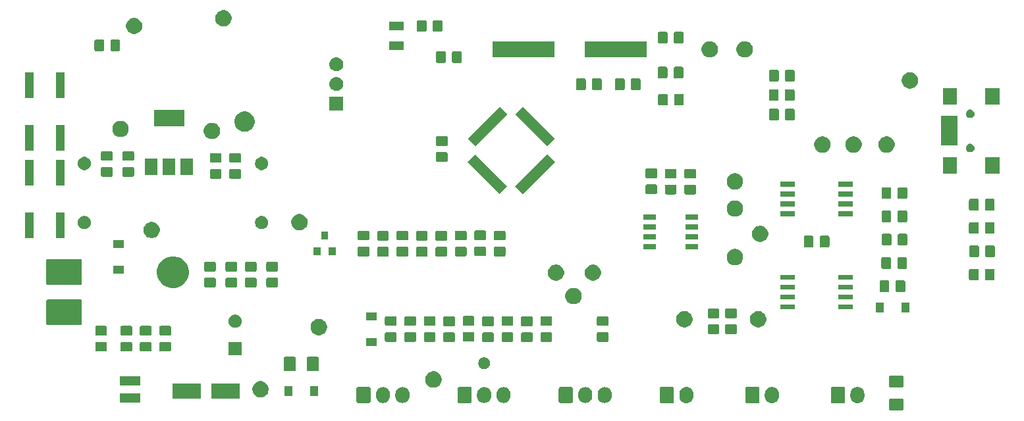
<source format=gbr>
G04 #@! TF.GenerationSoftware,KiCad,Pcbnew,(5.0.2)-1*
G04 #@! TF.CreationDate,2019-10-14T17:28:43+02:00*
G04 #@! TF.ProjectId,motoHUD,6d6f746f-4855-4442-9e6b-696361645f70,rev?*
G04 #@! TF.SameCoordinates,Original*
G04 #@! TF.FileFunction,Soldermask,Bot*
G04 #@! TF.FilePolarity,Negative*
%FSLAX46Y46*%
G04 Gerber Fmt 4.6, Leading zero omitted, Abs format (unit mm)*
G04 Created by KiCad (PCBNEW (5.0.2)-1) date 14.10.2019 17:28:43*
%MOMM*%
%LPD*%
G01*
G04 APERTURE LIST*
%ADD10C,0.100000*%
G04 APERTURE END LIST*
D10*
G36*
X190275562Y-132478181D02*
X190310477Y-132488773D01*
X190342665Y-132505978D01*
X190370873Y-132529127D01*
X190394022Y-132557335D01*
X190411227Y-132589523D01*
X190421819Y-132624438D01*
X190426000Y-132666895D01*
X190426000Y-133808105D01*
X190421819Y-133850562D01*
X190411227Y-133885477D01*
X190394022Y-133917665D01*
X190370873Y-133945873D01*
X190342665Y-133969022D01*
X190310477Y-133986227D01*
X190275562Y-133996819D01*
X190233105Y-134001000D01*
X188766895Y-134001000D01*
X188724438Y-133996819D01*
X188689523Y-133986227D01*
X188657335Y-133969022D01*
X188629127Y-133945873D01*
X188605978Y-133917665D01*
X188588773Y-133885477D01*
X188578181Y-133850562D01*
X188574000Y-133808105D01*
X188574000Y-132666895D01*
X188578181Y-132624438D01*
X188588773Y-132589523D01*
X188605978Y-132557335D01*
X188629127Y-132529127D01*
X188657335Y-132505978D01*
X188689523Y-132488773D01*
X188724438Y-132478181D01*
X188766895Y-132474000D01*
X190233105Y-132474000D01*
X190275562Y-132478181D01*
X190275562Y-132478181D01*
G37*
G36*
X162676626Y-130962037D02*
X162782561Y-130994172D01*
X162846466Y-131013557D01*
X163002989Y-131097221D01*
X163140186Y-131209814D01*
X163223448Y-131311271D01*
X163252778Y-131347009D01*
X163252779Y-131347011D01*
X163336443Y-131503533D01*
X163344027Y-131528534D01*
X163387963Y-131673373D01*
X163401000Y-131805742D01*
X163401000Y-132194257D01*
X163387963Y-132326626D01*
X163336443Y-132496466D01*
X163252778Y-132652991D01*
X163252777Y-132652992D01*
X163140186Y-132790186D01*
X163052178Y-132862411D01*
X163002991Y-132902778D01*
X163002989Y-132902779D01*
X162846467Y-132986443D01*
X162815930Y-132995706D01*
X162676627Y-133037963D01*
X162500000Y-133055359D01*
X162323374Y-133037963D01*
X162184071Y-132995706D01*
X162153534Y-132986443D01*
X161997012Y-132902779D01*
X161997010Y-132902778D01*
X161859816Y-132790186D01*
X161859812Y-132790183D01*
X161747222Y-132652992D01*
X161663557Y-132496467D01*
X161646384Y-132439853D01*
X161612037Y-132326627D01*
X161599000Y-132194258D01*
X161599000Y-131805743D01*
X161612037Y-131673374D01*
X161655973Y-131528535D01*
X161663557Y-131503534D01*
X161747221Y-131347011D01*
X161859814Y-131209814D01*
X161973641Y-131116400D01*
X161997009Y-131097222D01*
X162022960Y-131083351D01*
X162153533Y-131013557D01*
X162217438Y-130994172D01*
X162323373Y-130962037D01*
X162500000Y-130944641D01*
X162676626Y-130962037D01*
X162676626Y-130962037D01*
G37*
G36*
X184676626Y-130962037D02*
X184782561Y-130994172D01*
X184846466Y-131013557D01*
X185002989Y-131097221D01*
X185140186Y-131209814D01*
X185223448Y-131311271D01*
X185252778Y-131347009D01*
X185252779Y-131347011D01*
X185336443Y-131503533D01*
X185344027Y-131528534D01*
X185387963Y-131673373D01*
X185401000Y-131805742D01*
X185401000Y-132194257D01*
X185387963Y-132326626D01*
X185336443Y-132496466D01*
X185252778Y-132652991D01*
X185252777Y-132652992D01*
X185140186Y-132790186D01*
X185052178Y-132862411D01*
X185002991Y-132902778D01*
X185002989Y-132902779D01*
X184846467Y-132986443D01*
X184815930Y-132995706D01*
X184676627Y-133037963D01*
X184500000Y-133055359D01*
X184323374Y-133037963D01*
X184184071Y-132995706D01*
X184153534Y-132986443D01*
X183997012Y-132902779D01*
X183997010Y-132902778D01*
X183859816Y-132790186D01*
X183859812Y-132790183D01*
X183747222Y-132652992D01*
X183663557Y-132496467D01*
X183646384Y-132439853D01*
X183612037Y-132326627D01*
X183599000Y-132194258D01*
X183599000Y-131805743D01*
X183612037Y-131673374D01*
X183655973Y-131528535D01*
X183663557Y-131503534D01*
X183747221Y-131347011D01*
X183859814Y-131209814D01*
X183973641Y-131116400D01*
X183997009Y-131097222D01*
X184022960Y-131083351D01*
X184153533Y-131013557D01*
X184217438Y-130994172D01*
X184323373Y-130962037D01*
X184500000Y-130944641D01*
X184676626Y-130962037D01*
X184676626Y-130962037D01*
G37*
G36*
X173676626Y-130962037D02*
X173782561Y-130994172D01*
X173846466Y-131013557D01*
X174002989Y-131097221D01*
X174140186Y-131209814D01*
X174223448Y-131311271D01*
X174252778Y-131347009D01*
X174252779Y-131347011D01*
X174336443Y-131503533D01*
X174344027Y-131528534D01*
X174387963Y-131673373D01*
X174401000Y-131805742D01*
X174401000Y-132194257D01*
X174387963Y-132326626D01*
X174336443Y-132496466D01*
X174252778Y-132652991D01*
X174252777Y-132652992D01*
X174140186Y-132790186D01*
X174052178Y-132862411D01*
X174002991Y-132902778D01*
X174002989Y-132902779D01*
X173846467Y-132986443D01*
X173815930Y-132995706D01*
X173676627Y-133037963D01*
X173500000Y-133055359D01*
X173323374Y-133037963D01*
X173184071Y-132995706D01*
X173153534Y-132986443D01*
X172997012Y-132902779D01*
X172997010Y-132902778D01*
X172859816Y-132790186D01*
X172859812Y-132790183D01*
X172747222Y-132652992D01*
X172663557Y-132496467D01*
X172646384Y-132439853D01*
X172612037Y-132326627D01*
X172599000Y-132194258D01*
X172599000Y-131805743D01*
X172612037Y-131673374D01*
X172655973Y-131528535D01*
X172663557Y-131503534D01*
X172747221Y-131347011D01*
X172859814Y-131209814D01*
X172973641Y-131116400D01*
X172997009Y-131097222D01*
X173022960Y-131083351D01*
X173153533Y-131013557D01*
X173217438Y-130994172D01*
X173323373Y-130962037D01*
X173500000Y-130944641D01*
X173676626Y-130962037D01*
X173676626Y-130962037D01*
G37*
G36*
X160758600Y-130952989D02*
X160791649Y-130963014D01*
X160822106Y-130979294D01*
X160848799Y-131001201D01*
X160870706Y-131027894D01*
X160886986Y-131058351D01*
X160897011Y-131091400D01*
X160901000Y-131131904D01*
X160901000Y-132868096D01*
X160897011Y-132908600D01*
X160886986Y-132941649D01*
X160870706Y-132972106D01*
X160848799Y-132998799D01*
X160822106Y-133020706D01*
X160791649Y-133036986D01*
X160758600Y-133047011D01*
X160718096Y-133051000D01*
X159281904Y-133051000D01*
X159241400Y-133047011D01*
X159208351Y-133036986D01*
X159177894Y-133020706D01*
X159151201Y-132998799D01*
X159129294Y-132972106D01*
X159113014Y-132941649D01*
X159102989Y-132908600D01*
X159099000Y-132868096D01*
X159099000Y-131131904D01*
X159102989Y-131091400D01*
X159113014Y-131058351D01*
X159129294Y-131027894D01*
X159151201Y-131001201D01*
X159177894Y-130979294D01*
X159208351Y-130963014D01*
X159241400Y-130952989D01*
X159281904Y-130949000D01*
X160718096Y-130949000D01*
X160758600Y-130952989D01*
X160758600Y-130952989D01*
G37*
G36*
X171758600Y-130952989D02*
X171791649Y-130963014D01*
X171822106Y-130979294D01*
X171848799Y-131001201D01*
X171870706Y-131027894D01*
X171886986Y-131058351D01*
X171897011Y-131091400D01*
X171901000Y-131131904D01*
X171901000Y-132868096D01*
X171897011Y-132908600D01*
X171886986Y-132941649D01*
X171870706Y-132972106D01*
X171848799Y-132998799D01*
X171822106Y-133020706D01*
X171791649Y-133036986D01*
X171758600Y-133047011D01*
X171718096Y-133051000D01*
X170281904Y-133051000D01*
X170241400Y-133047011D01*
X170208351Y-133036986D01*
X170177894Y-133020706D01*
X170151201Y-132998799D01*
X170129294Y-132972106D01*
X170113014Y-132941649D01*
X170102989Y-132908600D01*
X170099000Y-132868096D01*
X170099000Y-131131904D01*
X170102989Y-131091400D01*
X170113014Y-131058351D01*
X170129294Y-131027894D01*
X170151201Y-131001201D01*
X170177894Y-130979294D01*
X170208351Y-130963014D01*
X170241400Y-130952989D01*
X170281904Y-130949000D01*
X171718096Y-130949000D01*
X171758600Y-130952989D01*
X171758600Y-130952989D01*
G37*
G36*
X182758600Y-130952989D02*
X182791649Y-130963014D01*
X182822106Y-130979294D01*
X182848799Y-131001201D01*
X182870706Y-131027894D01*
X182886986Y-131058351D01*
X182897011Y-131091400D01*
X182901000Y-131131904D01*
X182901000Y-132868096D01*
X182897011Y-132908600D01*
X182886986Y-132941649D01*
X182870706Y-132972106D01*
X182848799Y-132998799D01*
X182822106Y-133020706D01*
X182791649Y-133036986D01*
X182758600Y-133047011D01*
X182718096Y-133051000D01*
X181281904Y-133051000D01*
X181241400Y-133047011D01*
X181208351Y-133036986D01*
X181177894Y-133020706D01*
X181151201Y-132998799D01*
X181129294Y-132972106D01*
X181113014Y-132941649D01*
X181102989Y-132908600D01*
X181099000Y-132868096D01*
X181099000Y-131131904D01*
X181102989Y-131091400D01*
X181113014Y-131058351D01*
X181129294Y-131027894D01*
X181151201Y-131001201D01*
X181177894Y-130979294D01*
X181208351Y-130963014D01*
X181241400Y-130952989D01*
X181281904Y-130949000D01*
X182718096Y-130949000D01*
X182758600Y-130952989D01*
X182758600Y-130952989D01*
G37*
G36*
X152176626Y-130987037D02*
X152288099Y-131020852D01*
X152346466Y-131038557D01*
X152502989Y-131122221D01*
X152640186Y-131234814D01*
X152723448Y-131336271D01*
X152752778Y-131372009D01*
X152752779Y-131372011D01*
X152836443Y-131528533D01*
X152844946Y-131556565D01*
X152887963Y-131698373D01*
X152894482Y-131764558D01*
X152901000Y-131830740D01*
X152901000Y-132169259D01*
X152894481Y-132235442D01*
X152887963Y-132301626D01*
X152836443Y-132471466D01*
X152752778Y-132627991D01*
X152732261Y-132652991D01*
X152640186Y-132765186D01*
X152551827Y-132837699D01*
X152502991Y-132877778D01*
X152502989Y-132877779D01*
X152346467Y-132961443D01*
X152311315Y-132972106D01*
X152176627Y-133012963D01*
X152000000Y-133030359D01*
X151823374Y-133012963D01*
X151688686Y-132972106D01*
X151653534Y-132961443D01*
X151497012Y-132877779D01*
X151497010Y-132877778D01*
X151390279Y-132790186D01*
X151359812Y-132765183D01*
X151247222Y-132627992D01*
X151163557Y-132471467D01*
X151119621Y-132326627D01*
X151112037Y-132301627D01*
X151099000Y-132169258D01*
X151099000Y-131830743D01*
X151101463Y-131805740D01*
X151112037Y-131698376D01*
X151112037Y-131698374D01*
X151163557Y-131528535D01*
X151163557Y-131528534D01*
X151247221Y-131372011D01*
X151359814Y-131234814D01*
X151461271Y-131151552D01*
X151497009Y-131122222D01*
X151543782Y-131097221D01*
X151653533Y-131038557D01*
X151711900Y-131020852D01*
X151823373Y-130987037D01*
X152000000Y-130969641D01*
X152176626Y-130987037D01*
X152176626Y-130987037D01*
G37*
G36*
X149676626Y-130987037D02*
X149788099Y-131020852D01*
X149846466Y-131038557D01*
X150002989Y-131122221D01*
X150140186Y-131234814D01*
X150223448Y-131336271D01*
X150252778Y-131372009D01*
X150252779Y-131372011D01*
X150336443Y-131528533D01*
X150344946Y-131556565D01*
X150387963Y-131698373D01*
X150394482Y-131764558D01*
X150401000Y-131830740D01*
X150401000Y-132169259D01*
X150394481Y-132235442D01*
X150387963Y-132301626D01*
X150336443Y-132471466D01*
X150252778Y-132627991D01*
X150232261Y-132652991D01*
X150140186Y-132765186D01*
X150051827Y-132837699D01*
X150002991Y-132877778D01*
X150002989Y-132877779D01*
X149846467Y-132961443D01*
X149811315Y-132972106D01*
X149676627Y-133012963D01*
X149500000Y-133030359D01*
X149323374Y-133012963D01*
X149188686Y-132972106D01*
X149153534Y-132961443D01*
X148997012Y-132877779D01*
X148997010Y-132877778D01*
X148890279Y-132790186D01*
X148859812Y-132765183D01*
X148747222Y-132627992D01*
X148663557Y-132471467D01*
X148619621Y-132326627D01*
X148612037Y-132301627D01*
X148599000Y-132169258D01*
X148599000Y-131830743D01*
X148601463Y-131805740D01*
X148612037Y-131698376D01*
X148612037Y-131698374D01*
X148663557Y-131528535D01*
X148663557Y-131528534D01*
X148747221Y-131372011D01*
X148859814Y-131234814D01*
X148961271Y-131151552D01*
X148997009Y-131122222D01*
X149043782Y-131097221D01*
X149153533Y-131038557D01*
X149211900Y-131020852D01*
X149323373Y-130987037D01*
X149500000Y-130969641D01*
X149676626Y-130987037D01*
X149676626Y-130987037D01*
G37*
G36*
X139176626Y-130987037D02*
X139288099Y-131020852D01*
X139346466Y-131038557D01*
X139502989Y-131122221D01*
X139640186Y-131234814D01*
X139723448Y-131336271D01*
X139752778Y-131372009D01*
X139752779Y-131372011D01*
X139836443Y-131528533D01*
X139844946Y-131556565D01*
X139887963Y-131698373D01*
X139894481Y-131764557D01*
X139901000Y-131830740D01*
X139901000Y-132169259D01*
X139894481Y-132235442D01*
X139887963Y-132301626D01*
X139836443Y-132471466D01*
X139752778Y-132627991D01*
X139732261Y-132652991D01*
X139640186Y-132765186D01*
X139551827Y-132837699D01*
X139502991Y-132877778D01*
X139502989Y-132877779D01*
X139346467Y-132961443D01*
X139311315Y-132972106D01*
X139176627Y-133012963D01*
X139000000Y-133030359D01*
X138823374Y-133012963D01*
X138688686Y-132972106D01*
X138653534Y-132961443D01*
X138497012Y-132877779D01*
X138497010Y-132877778D01*
X138390279Y-132790186D01*
X138359812Y-132765183D01*
X138247222Y-132627992D01*
X138163557Y-132471467D01*
X138119621Y-132326627D01*
X138112037Y-132301627D01*
X138099000Y-132169258D01*
X138099000Y-131830743D01*
X138101463Y-131805740D01*
X138112037Y-131698376D01*
X138112037Y-131698374D01*
X138163557Y-131528535D01*
X138163557Y-131528534D01*
X138247221Y-131372011D01*
X138359814Y-131234814D01*
X138461271Y-131151552D01*
X138497009Y-131122222D01*
X138543782Y-131097221D01*
X138653533Y-131038557D01*
X138711900Y-131020852D01*
X138823373Y-130987037D01*
X139000000Y-130969641D01*
X139176626Y-130987037D01*
X139176626Y-130987037D01*
G37*
G36*
X136676626Y-130987037D02*
X136788099Y-131020852D01*
X136846466Y-131038557D01*
X137002989Y-131122221D01*
X137140186Y-131234814D01*
X137223448Y-131336271D01*
X137252778Y-131372009D01*
X137252779Y-131372011D01*
X137336443Y-131528533D01*
X137344946Y-131556565D01*
X137387963Y-131698373D01*
X137394481Y-131764557D01*
X137401000Y-131830740D01*
X137401000Y-132169259D01*
X137394481Y-132235442D01*
X137387963Y-132301626D01*
X137336443Y-132471466D01*
X137252778Y-132627991D01*
X137232261Y-132652991D01*
X137140186Y-132765186D01*
X137051827Y-132837699D01*
X137002991Y-132877778D01*
X137002989Y-132877779D01*
X136846467Y-132961443D01*
X136811315Y-132972106D01*
X136676627Y-133012963D01*
X136500000Y-133030359D01*
X136323374Y-133012963D01*
X136188686Y-132972106D01*
X136153534Y-132961443D01*
X135997012Y-132877779D01*
X135997010Y-132877778D01*
X135890279Y-132790186D01*
X135859812Y-132765183D01*
X135747222Y-132627992D01*
X135663557Y-132471467D01*
X135619621Y-132326627D01*
X135612037Y-132301627D01*
X135599000Y-132169258D01*
X135599000Y-131830743D01*
X135601463Y-131805740D01*
X135612037Y-131698376D01*
X135612037Y-131698374D01*
X135663557Y-131528535D01*
X135663557Y-131528534D01*
X135747221Y-131372011D01*
X135859814Y-131234814D01*
X135961271Y-131151552D01*
X135997009Y-131122222D01*
X136043782Y-131097221D01*
X136153533Y-131038557D01*
X136211900Y-131020852D01*
X136323373Y-130987037D01*
X136500000Y-130969641D01*
X136676626Y-130987037D01*
X136676626Y-130987037D01*
G37*
G36*
X123676626Y-130987037D02*
X123788099Y-131020852D01*
X123846466Y-131038557D01*
X124002989Y-131122221D01*
X124140186Y-131234814D01*
X124223448Y-131336271D01*
X124252778Y-131372009D01*
X124252779Y-131372011D01*
X124336443Y-131528533D01*
X124344946Y-131556565D01*
X124387963Y-131698373D01*
X124394481Y-131764557D01*
X124401000Y-131830740D01*
X124401000Y-132169259D01*
X124394481Y-132235442D01*
X124387963Y-132301626D01*
X124336443Y-132471466D01*
X124252778Y-132627991D01*
X124232261Y-132652991D01*
X124140186Y-132765186D01*
X124051827Y-132837699D01*
X124002991Y-132877778D01*
X124002989Y-132877779D01*
X123846467Y-132961443D01*
X123811315Y-132972106D01*
X123676627Y-133012963D01*
X123500000Y-133030359D01*
X123323374Y-133012963D01*
X123188686Y-132972106D01*
X123153534Y-132961443D01*
X122997012Y-132877779D01*
X122997010Y-132877778D01*
X122890279Y-132790186D01*
X122859812Y-132765183D01*
X122747222Y-132627992D01*
X122663557Y-132471467D01*
X122619621Y-132326627D01*
X122612037Y-132301627D01*
X122599000Y-132169258D01*
X122599000Y-131830743D01*
X122601463Y-131805740D01*
X122612037Y-131698376D01*
X122612037Y-131698374D01*
X122663557Y-131528535D01*
X122663557Y-131528534D01*
X122747221Y-131372011D01*
X122859814Y-131234814D01*
X122961271Y-131151552D01*
X122997009Y-131122222D01*
X123043782Y-131097221D01*
X123153533Y-131038557D01*
X123211900Y-131020852D01*
X123323373Y-130987037D01*
X123500000Y-130969641D01*
X123676626Y-130987037D01*
X123676626Y-130987037D01*
G37*
G36*
X126176626Y-130987037D02*
X126288099Y-131020852D01*
X126346466Y-131038557D01*
X126502989Y-131122221D01*
X126640186Y-131234814D01*
X126723448Y-131336271D01*
X126752778Y-131372009D01*
X126752779Y-131372011D01*
X126836443Y-131528533D01*
X126844946Y-131556565D01*
X126887963Y-131698373D01*
X126894481Y-131764557D01*
X126901000Y-131830740D01*
X126901000Y-132169259D01*
X126894481Y-132235442D01*
X126887963Y-132301626D01*
X126836443Y-132471466D01*
X126752778Y-132627991D01*
X126732261Y-132652991D01*
X126640186Y-132765186D01*
X126551827Y-132837699D01*
X126502991Y-132877778D01*
X126502989Y-132877779D01*
X126346467Y-132961443D01*
X126311315Y-132972106D01*
X126176627Y-133012963D01*
X126000000Y-133030359D01*
X125823374Y-133012963D01*
X125688686Y-132972106D01*
X125653534Y-132961443D01*
X125497012Y-132877779D01*
X125497010Y-132877778D01*
X125390279Y-132790186D01*
X125359812Y-132765183D01*
X125247222Y-132627992D01*
X125163557Y-132471467D01*
X125119621Y-132326627D01*
X125112037Y-132301627D01*
X125099000Y-132169258D01*
X125099000Y-131830743D01*
X125101463Y-131805740D01*
X125112037Y-131698376D01*
X125112037Y-131698374D01*
X125163557Y-131528535D01*
X125163557Y-131528534D01*
X125247221Y-131372011D01*
X125359814Y-131234814D01*
X125461271Y-131151552D01*
X125497009Y-131122222D01*
X125543782Y-131097221D01*
X125653533Y-131038557D01*
X125711900Y-131020852D01*
X125823373Y-130987037D01*
X126000000Y-130969641D01*
X126176626Y-130987037D01*
X126176626Y-130987037D01*
G37*
G36*
X121758600Y-130977989D02*
X121791649Y-130988014D01*
X121822106Y-131004294D01*
X121848799Y-131026201D01*
X121870706Y-131052894D01*
X121886986Y-131083351D01*
X121897011Y-131116400D01*
X121901000Y-131156904D01*
X121901000Y-132843096D01*
X121897011Y-132883600D01*
X121886986Y-132916649D01*
X121870706Y-132947106D01*
X121848799Y-132973799D01*
X121822106Y-132995706D01*
X121791649Y-133011986D01*
X121758600Y-133022011D01*
X121718096Y-133026000D01*
X120281904Y-133026000D01*
X120241400Y-133022011D01*
X120208351Y-133011986D01*
X120177894Y-132995706D01*
X120151201Y-132973799D01*
X120129294Y-132947106D01*
X120113014Y-132916649D01*
X120102989Y-132883600D01*
X120099000Y-132843096D01*
X120099000Y-131156904D01*
X120102989Y-131116400D01*
X120113014Y-131083351D01*
X120129294Y-131052894D01*
X120151201Y-131026201D01*
X120177894Y-131004294D01*
X120208351Y-130988014D01*
X120241400Y-130977989D01*
X120281904Y-130974000D01*
X121718096Y-130974000D01*
X121758600Y-130977989D01*
X121758600Y-130977989D01*
G37*
G36*
X134758600Y-130977989D02*
X134791649Y-130988014D01*
X134822106Y-131004294D01*
X134848799Y-131026201D01*
X134870706Y-131052894D01*
X134886986Y-131083351D01*
X134897011Y-131116400D01*
X134901000Y-131156904D01*
X134901000Y-132843096D01*
X134897011Y-132883600D01*
X134886986Y-132916649D01*
X134870706Y-132947106D01*
X134848799Y-132973799D01*
X134822106Y-132995706D01*
X134791649Y-133011986D01*
X134758600Y-133022011D01*
X134718096Y-133026000D01*
X133281904Y-133026000D01*
X133241400Y-133022011D01*
X133208351Y-133011986D01*
X133177894Y-132995706D01*
X133151201Y-132973799D01*
X133129294Y-132947106D01*
X133113014Y-132916649D01*
X133102989Y-132883600D01*
X133099000Y-132843096D01*
X133099000Y-131156904D01*
X133102989Y-131116400D01*
X133113014Y-131083351D01*
X133129294Y-131052894D01*
X133151201Y-131026201D01*
X133177894Y-131004294D01*
X133208351Y-130988014D01*
X133241400Y-130977989D01*
X133281904Y-130974000D01*
X134718096Y-130974000D01*
X134758600Y-130977989D01*
X134758600Y-130977989D01*
G37*
G36*
X147758600Y-130977989D02*
X147791649Y-130988014D01*
X147822106Y-131004294D01*
X147848799Y-131026201D01*
X147870706Y-131052894D01*
X147886986Y-131083351D01*
X147897011Y-131116400D01*
X147901000Y-131156904D01*
X147901000Y-132843096D01*
X147897011Y-132883600D01*
X147886986Y-132916649D01*
X147870706Y-132947106D01*
X147848799Y-132973799D01*
X147822106Y-132995706D01*
X147791649Y-133011986D01*
X147758600Y-133022011D01*
X147718096Y-133026000D01*
X146281904Y-133026000D01*
X146241400Y-133022011D01*
X146208351Y-133011986D01*
X146177894Y-132995706D01*
X146151201Y-132973799D01*
X146129294Y-132947106D01*
X146113014Y-132916649D01*
X146102989Y-132883600D01*
X146099000Y-132843096D01*
X146099000Y-131156904D01*
X146102989Y-131116400D01*
X146113014Y-131083351D01*
X146129294Y-131052894D01*
X146151201Y-131026201D01*
X146177894Y-131004294D01*
X146208351Y-130988014D01*
X146241400Y-130977989D01*
X146281904Y-130974000D01*
X147718096Y-130974000D01*
X147758600Y-130977989D01*
X147758600Y-130977989D01*
G37*
G36*
X92326000Y-132931000D02*
X89674000Y-132931000D01*
X89674000Y-131769000D01*
X92326000Y-131769000D01*
X92326000Y-132931000D01*
X92326000Y-132931000D01*
G37*
G36*
X105051000Y-132451000D02*
X101449000Y-132451000D01*
X101449000Y-130549000D01*
X105051000Y-130549000D01*
X105051000Y-132451000D01*
X105051000Y-132451000D01*
G37*
G36*
X100051000Y-132451000D02*
X96449000Y-132451000D01*
X96449000Y-130549000D01*
X100051000Y-130549000D01*
X100051000Y-132451000D01*
X100051000Y-132451000D01*
G37*
G36*
X108056565Y-130239389D02*
X108247834Y-130318615D01*
X108419976Y-130433637D01*
X108566363Y-130580024D01*
X108681385Y-130752166D01*
X108760611Y-130943434D01*
X108801000Y-131146484D01*
X108801000Y-131353516D01*
X108760611Y-131556565D01*
X108681385Y-131747834D01*
X108566363Y-131919976D01*
X108419976Y-132066363D01*
X108247834Y-132181385D01*
X108056565Y-132260611D01*
X107853516Y-132301000D01*
X107646484Y-132301000D01*
X107443435Y-132260611D01*
X107252166Y-132181385D01*
X107080024Y-132066363D01*
X106933637Y-131919976D01*
X106818615Y-131747834D01*
X106739389Y-131556565D01*
X106699000Y-131353516D01*
X106699000Y-131146484D01*
X106739389Y-130943434D01*
X106818615Y-130752166D01*
X106933637Y-130580024D01*
X107080024Y-130433637D01*
X107252166Y-130318615D01*
X107443435Y-130239389D01*
X107646484Y-130199000D01*
X107853516Y-130199000D01*
X108056565Y-130239389D01*
X108056565Y-130239389D01*
G37*
G36*
X111851000Y-132151000D02*
X110849000Y-132151000D01*
X110849000Y-130849000D01*
X111851000Y-130849000D01*
X111851000Y-132151000D01*
X111851000Y-132151000D01*
G37*
G36*
X115151000Y-132151000D02*
X114149000Y-132151000D01*
X114149000Y-130849000D01*
X115151000Y-130849000D01*
X115151000Y-132151000D01*
X115151000Y-132151000D01*
G37*
G36*
X130306565Y-128989389D02*
X130497834Y-129068615D01*
X130669976Y-129183637D01*
X130816363Y-129330024D01*
X130931385Y-129502166D01*
X131010611Y-129693435D01*
X131051000Y-129896484D01*
X131051000Y-130103516D01*
X131010611Y-130306565D01*
X130931385Y-130497834D01*
X130816363Y-130669976D01*
X130669976Y-130816363D01*
X130497834Y-130931385D01*
X130306565Y-131010611D01*
X130103516Y-131051000D01*
X129896484Y-131051000D01*
X129693435Y-131010611D01*
X129502166Y-130931385D01*
X129330024Y-130816363D01*
X129183637Y-130669976D01*
X129068615Y-130497834D01*
X128989389Y-130306565D01*
X128949000Y-130103516D01*
X128949000Y-129896484D01*
X128989389Y-129693435D01*
X129068615Y-129502166D01*
X129183637Y-129330024D01*
X129330024Y-129183637D01*
X129502166Y-129068615D01*
X129693435Y-128989389D01*
X129896484Y-128949000D01*
X130103516Y-128949000D01*
X130306565Y-128989389D01*
X130306565Y-128989389D01*
G37*
G36*
X190275562Y-129503181D02*
X190310477Y-129513773D01*
X190342665Y-129530978D01*
X190370873Y-129554127D01*
X190394022Y-129582335D01*
X190411227Y-129614523D01*
X190421819Y-129649438D01*
X190426000Y-129691895D01*
X190426000Y-130833105D01*
X190421819Y-130875562D01*
X190411227Y-130910477D01*
X190394022Y-130942665D01*
X190370873Y-130970873D01*
X190342665Y-130994022D01*
X190310477Y-131011227D01*
X190275562Y-131021819D01*
X190233105Y-131026000D01*
X188766895Y-131026000D01*
X188724438Y-131021819D01*
X188689523Y-131011227D01*
X188657335Y-130994022D01*
X188629127Y-130970873D01*
X188605978Y-130942665D01*
X188588773Y-130910477D01*
X188578181Y-130875562D01*
X188574000Y-130833105D01*
X188574000Y-129691895D01*
X188578181Y-129649438D01*
X188588773Y-129614523D01*
X188605978Y-129582335D01*
X188629127Y-129554127D01*
X188657335Y-129530978D01*
X188689523Y-129513773D01*
X188724438Y-129503181D01*
X188766895Y-129499000D01*
X190233105Y-129499000D01*
X190275562Y-129503181D01*
X190275562Y-129503181D01*
G37*
G36*
X92326000Y-130731000D02*
X89674000Y-130731000D01*
X89674000Y-129569000D01*
X92326000Y-129569000D01*
X92326000Y-130731000D01*
X92326000Y-130731000D01*
G37*
G36*
X112125562Y-127078181D02*
X112160477Y-127088773D01*
X112192665Y-127105978D01*
X112220873Y-127129127D01*
X112244022Y-127157335D01*
X112261227Y-127189523D01*
X112271819Y-127224438D01*
X112276000Y-127266895D01*
X112276000Y-128733105D01*
X112271819Y-128775562D01*
X112261227Y-128810477D01*
X112244022Y-128842665D01*
X112220873Y-128870873D01*
X112192665Y-128894022D01*
X112160477Y-128911227D01*
X112125562Y-128921819D01*
X112083105Y-128926000D01*
X110941895Y-128926000D01*
X110899438Y-128921819D01*
X110864523Y-128911227D01*
X110832335Y-128894022D01*
X110804127Y-128870873D01*
X110780978Y-128842665D01*
X110763773Y-128810477D01*
X110753181Y-128775562D01*
X110749000Y-128733105D01*
X110749000Y-127266895D01*
X110753181Y-127224438D01*
X110763773Y-127189523D01*
X110780978Y-127157335D01*
X110804127Y-127129127D01*
X110832335Y-127105978D01*
X110864523Y-127088773D01*
X110899438Y-127078181D01*
X110941895Y-127074000D01*
X112083105Y-127074000D01*
X112125562Y-127078181D01*
X112125562Y-127078181D01*
G37*
G36*
X115100562Y-127078181D02*
X115135477Y-127088773D01*
X115167665Y-127105978D01*
X115195873Y-127129127D01*
X115219022Y-127157335D01*
X115236227Y-127189523D01*
X115246819Y-127224438D01*
X115251000Y-127266895D01*
X115251000Y-128733105D01*
X115246819Y-128775562D01*
X115236227Y-128810477D01*
X115219022Y-128842665D01*
X115195873Y-128870873D01*
X115167665Y-128894022D01*
X115135477Y-128911227D01*
X115100562Y-128921819D01*
X115058105Y-128926000D01*
X113916895Y-128926000D01*
X113874438Y-128921819D01*
X113839523Y-128911227D01*
X113807335Y-128894022D01*
X113779127Y-128870873D01*
X113755978Y-128842665D01*
X113738773Y-128810477D01*
X113728181Y-128775562D01*
X113724000Y-128733105D01*
X113724000Y-127266895D01*
X113728181Y-127224438D01*
X113738773Y-127189523D01*
X113755978Y-127157335D01*
X113779127Y-127129127D01*
X113807335Y-127105978D01*
X113839523Y-127088773D01*
X113874438Y-127078181D01*
X113916895Y-127074000D01*
X115058105Y-127074000D01*
X115100562Y-127078181D01*
X115100562Y-127078181D01*
G37*
G36*
X136615871Y-127157335D02*
X136719059Y-127177860D01*
X136855732Y-127234472D01*
X136855733Y-127234473D01*
X136978738Y-127316662D01*
X137083338Y-127421262D01*
X137083340Y-127421265D01*
X137165528Y-127544268D01*
X137222140Y-127680941D01*
X137251000Y-127826033D01*
X137251000Y-127973967D01*
X137222140Y-128119059D01*
X137165528Y-128255732D01*
X137165527Y-128255733D01*
X137083338Y-128378738D01*
X136978738Y-128483338D01*
X136978735Y-128483340D01*
X136855732Y-128565528D01*
X136719059Y-128622140D01*
X136632004Y-128639456D01*
X136573969Y-128651000D01*
X136426031Y-128651000D01*
X136367996Y-128639456D01*
X136280941Y-128622140D01*
X136144268Y-128565528D01*
X136021265Y-128483340D01*
X136021262Y-128483338D01*
X135916662Y-128378738D01*
X135834473Y-128255733D01*
X135834472Y-128255732D01*
X135777860Y-128119059D01*
X135749000Y-127973967D01*
X135749000Y-127826033D01*
X135777860Y-127680941D01*
X135834472Y-127544268D01*
X135916660Y-127421265D01*
X135916662Y-127421262D01*
X136021262Y-127316662D01*
X136144267Y-127234473D01*
X136144268Y-127234472D01*
X136280941Y-127177860D01*
X136384129Y-127157335D01*
X136426031Y-127149000D01*
X136573969Y-127149000D01*
X136615871Y-127157335D01*
X136615871Y-127157335D01*
G37*
G36*
X105351000Y-126851000D02*
X103649000Y-126851000D01*
X103649000Y-125149000D01*
X105351000Y-125149000D01*
X105351000Y-126851000D01*
X105351000Y-126851000D01*
G37*
G36*
X91088677Y-125153465D02*
X91126364Y-125164898D01*
X91161103Y-125183466D01*
X91191548Y-125208452D01*
X91216534Y-125238897D01*
X91235102Y-125273636D01*
X91246535Y-125311323D01*
X91251000Y-125356661D01*
X91251000Y-126193339D01*
X91246535Y-126238677D01*
X91235102Y-126276364D01*
X91216534Y-126311103D01*
X91191548Y-126341548D01*
X91161103Y-126366534D01*
X91126364Y-126385102D01*
X91088677Y-126396535D01*
X91043339Y-126401000D01*
X89956661Y-126401000D01*
X89911323Y-126396535D01*
X89873636Y-126385102D01*
X89838897Y-126366534D01*
X89808452Y-126341548D01*
X89783466Y-126311103D01*
X89764898Y-126276364D01*
X89753465Y-126238677D01*
X89749000Y-126193339D01*
X89749000Y-125356661D01*
X89753465Y-125311323D01*
X89764898Y-125273636D01*
X89783466Y-125238897D01*
X89808452Y-125208452D01*
X89838897Y-125183466D01*
X89873636Y-125164898D01*
X89911323Y-125153465D01*
X89956661Y-125149000D01*
X91043339Y-125149000D01*
X91088677Y-125153465D01*
X91088677Y-125153465D01*
G37*
G36*
X96088677Y-125153465D02*
X96126364Y-125164898D01*
X96161103Y-125183466D01*
X96191548Y-125208452D01*
X96216534Y-125238897D01*
X96235102Y-125273636D01*
X96246535Y-125311323D01*
X96251000Y-125356661D01*
X96251000Y-126193339D01*
X96246535Y-126238677D01*
X96235102Y-126276364D01*
X96216534Y-126311103D01*
X96191548Y-126341548D01*
X96161103Y-126366534D01*
X96126364Y-126385102D01*
X96088677Y-126396535D01*
X96043339Y-126401000D01*
X94956661Y-126401000D01*
X94911323Y-126396535D01*
X94873636Y-126385102D01*
X94838897Y-126366534D01*
X94808452Y-126341548D01*
X94783466Y-126311103D01*
X94764898Y-126276364D01*
X94753465Y-126238677D01*
X94749000Y-126193339D01*
X94749000Y-125356661D01*
X94753465Y-125311323D01*
X94764898Y-125273636D01*
X94783466Y-125238897D01*
X94808452Y-125208452D01*
X94838897Y-125183466D01*
X94873636Y-125164898D01*
X94911323Y-125153465D01*
X94956661Y-125149000D01*
X96043339Y-125149000D01*
X96088677Y-125153465D01*
X96088677Y-125153465D01*
G37*
G36*
X87838677Y-125153465D02*
X87876364Y-125164898D01*
X87911103Y-125183466D01*
X87941548Y-125208452D01*
X87966534Y-125238897D01*
X87985102Y-125273636D01*
X87996535Y-125311323D01*
X88001000Y-125356661D01*
X88001000Y-126193339D01*
X87996535Y-126238677D01*
X87985102Y-126276364D01*
X87966534Y-126311103D01*
X87941548Y-126341548D01*
X87911103Y-126366534D01*
X87876364Y-126385102D01*
X87838677Y-126396535D01*
X87793339Y-126401000D01*
X86706661Y-126401000D01*
X86661323Y-126396535D01*
X86623636Y-126385102D01*
X86588897Y-126366534D01*
X86558452Y-126341548D01*
X86533466Y-126311103D01*
X86514898Y-126276364D01*
X86503465Y-126238677D01*
X86499000Y-126193339D01*
X86499000Y-125356661D01*
X86503465Y-125311323D01*
X86514898Y-125273636D01*
X86533466Y-125238897D01*
X86558452Y-125208452D01*
X86588897Y-125183466D01*
X86623636Y-125164898D01*
X86661323Y-125153465D01*
X86706661Y-125149000D01*
X87793339Y-125149000D01*
X87838677Y-125153465D01*
X87838677Y-125153465D01*
G37*
G36*
X93588677Y-125153465D02*
X93626364Y-125164898D01*
X93661103Y-125183466D01*
X93691548Y-125208452D01*
X93716534Y-125238897D01*
X93735102Y-125273636D01*
X93746535Y-125311323D01*
X93751000Y-125356661D01*
X93751000Y-126193339D01*
X93746535Y-126238677D01*
X93735102Y-126276364D01*
X93716534Y-126311103D01*
X93691548Y-126341548D01*
X93661103Y-126366534D01*
X93626364Y-126385102D01*
X93588677Y-126396535D01*
X93543339Y-126401000D01*
X92456661Y-126401000D01*
X92411323Y-126396535D01*
X92373636Y-126385102D01*
X92338897Y-126366534D01*
X92308452Y-126341548D01*
X92283466Y-126311103D01*
X92264898Y-126276364D01*
X92253465Y-126238677D01*
X92249000Y-126193339D01*
X92249000Y-125356661D01*
X92253465Y-125311323D01*
X92264898Y-125273636D01*
X92283466Y-125238897D01*
X92308452Y-125208452D01*
X92338897Y-125183466D01*
X92373636Y-125164898D01*
X92411323Y-125153465D01*
X92456661Y-125149000D01*
X93543339Y-125149000D01*
X93588677Y-125153465D01*
X93588677Y-125153465D01*
G37*
G36*
X122651000Y-125651000D02*
X121349000Y-125651000D01*
X121349000Y-124649000D01*
X122651000Y-124649000D01*
X122651000Y-125651000D01*
X122651000Y-125651000D01*
G37*
G36*
X132588677Y-123928465D02*
X132626364Y-123939898D01*
X132661103Y-123958466D01*
X132691548Y-123983452D01*
X132716534Y-124013897D01*
X132735102Y-124048636D01*
X132746535Y-124086323D01*
X132751000Y-124131661D01*
X132751000Y-124968339D01*
X132746535Y-125013677D01*
X132735102Y-125051364D01*
X132716534Y-125086103D01*
X132691548Y-125116548D01*
X132661103Y-125141534D01*
X132626364Y-125160102D01*
X132588677Y-125171535D01*
X132543339Y-125176000D01*
X131456661Y-125176000D01*
X131411323Y-125171535D01*
X131373636Y-125160102D01*
X131338897Y-125141534D01*
X131308452Y-125116548D01*
X131283466Y-125086103D01*
X131264898Y-125051364D01*
X131253465Y-125013677D01*
X131249000Y-124968339D01*
X131249000Y-124131661D01*
X131253465Y-124086323D01*
X131264898Y-124048636D01*
X131283466Y-124013897D01*
X131308452Y-123983452D01*
X131338897Y-123958466D01*
X131373636Y-123939898D01*
X131411323Y-123928465D01*
X131456661Y-123924000D01*
X132543339Y-123924000D01*
X132588677Y-123928465D01*
X132588677Y-123928465D01*
G37*
G36*
X142588677Y-123928465D02*
X142626364Y-123939898D01*
X142661103Y-123958466D01*
X142691548Y-123983452D01*
X142716534Y-124013897D01*
X142735102Y-124048636D01*
X142746535Y-124086323D01*
X142751000Y-124131661D01*
X142751000Y-124968339D01*
X142746535Y-125013677D01*
X142735102Y-125051364D01*
X142716534Y-125086103D01*
X142691548Y-125116548D01*
X142661103Y-125141534D01*
X142626364Y-125160102D01*
X142588677Y-125171535D01*
X142543339Y-125176000D01*
X141456661Y-125176000D01*
X141411323Y-125171535D01*
X141373636Y-125160102D01*
X141338897Y-125141534D01*
X141308452Y-125116548D01*
X141283466Y-125086103D01*
X141264898Y-125051364D01*
X141253465Y-125013677D01*
X141249000Y-124968339D01*
X141249000Y-124131661D01*
X141253465Y-124086323D01*
X141264898Y-124048636D01*
X141283466Y-124013897D01*
X141308452Y-123983452D01*
X141338897Y-123958466D01*
X141373636Y-123939898D01*
X141411323Y-123928465D01*
X141456661Y-123924000D01*
X142543339Y-123924000D01*
X142588677Y-123928465D01*
X142588677Y-123928465D01*
G37*
G36*
X137588677Y-123928465D02*
X137626364Y-123939898D01*
X137661103Y-123958466D01*
X137691548Y-123983452D01*
X137716534Y-124013897D01*
X137735102Y-124048636D01*
X137746535Y-124086323D01*
X137751000Y-124131661D01*
X137751000Y-124968339D01*
X137746535Y-125013677D01*
X137735102Y-125051364D01*
X137716534Y-125086103D01*
X137691548Y-125116548D01*
X137661103Y-125141534D01*
X137626364Y-125160102D01*
X137588677Y-125171535D01*
X137543339Y-125176000D01*
X136456661Y-125176000D01*
X136411323Y-125171535D01*
X136373636Y-125160102D01*
X136338897Y-125141534D01*
X136308452Y-125116548D01*
X136283466Y-125086103D01*
X136264898Y-125051364D01*
X136253465Y-125013677D01*
X136249000Y-124968339D01*
X136249000Y-124131661D01*
X136253465Y-124086323D01*
X136264898Y-124048636D01*
X136283466Y-124013897D01*
X136308452Y-123983452D01*
X136338897Y-123958466D01*
X136373636Y-123939898D01*
X136411323Y-123928465D01*
X136456661Y-123924000D01*
X137543339Y-123924000D01*
X137588677Y-123928465D01*
X137588677Y-123928465D01*
G37*
G36*
X152338677Y-123903465D02*
X152376364Y-123914898D01*
X152411103Y-123933466D01*
X152441548Y-123958452D01*
X152466534Y-123988897D01*
X152485102Y-124023636D01*
X152496535Y-124061323D01*
X152501000Y-124106661D01*
X152501000Y-124943339D01*
X152496535Y-124988677D01*
X152485102Y-125026364D01*
X152466534Y-125061103D01*
X152441548Y-125091548D01*
X152411103Y-125116534D01*
X152376364Y-125135102D01*
X152338677Y-125146535D01*
X152293339Y-125151000D01*
X151206661Y-125151000D01*
X151161323Y-125146535D01*
X151123636Y-125135102D01*
X151088897Y-125116534D01*
X151058452Y-125091548D01*
X151033466Y-125061103D01*
X151014898Y-125026364D01*
X151003465Y-124988677D01*
X150999000Y-124943339D01*
X150999000Y-124106661D01*
X151003465Y-124061323D01*
X151014898Y-124023636D01*
X151033466Y-123988897D01*
X151058452Y-123958452D01*
X151088897Y-123933466D01*
X151123636Y-123914898D01*
X151161323Y-123903465D01*
X151206661Y-123899000D01*
X152293339Y-123899000D01*
X152338677Y-123903465D01*
X152338677Y-123903465D01*
G37*
G36*
X130088677Y-123903465D02*
X130126364Y-123914898D01*
X130161103Y-123933466D01*
X130191548Y-123958452D01*
X130216534Y-123988897D01*
X130235102Y-124023636D01*
X130246535Y-124061323D01*
X130251000Y-124106661D01*
X130251000Y-124943339D01*
X130246535Y-124988677D01*
X130235102Y-125026364D01*
X130216534Y-125061103D01*
X130191548Y-125091548D01*
X130161103Y-125116534D01*
X130126364Y-125135102D01*
X130088677Y-125146535D01*
X130043339Y-125151000D01*
X128956661Y-125151000D01*
X128911323Y-125146535D01*
X128873636Y-125135102D01*
X128838897Y-125116534D01*
X128808452Y-125091548D01*
X128783466Y-125061103D01*
X128764898Y-125026364D01*
X128753465Y-124988677D01*
X128749000Y-124943339D01*
X128749000Y-124106661D01*
X128753465Y-124061323D01*
X128764898Y-124023636D01*
X128783466Y-123988897D01*
X128808452Y-123958452D01*
X128838897Y-123933466D01*
X128873636Y-123914898D01*
X128911323Y-123903465D01*
X128956661Y-123899000D01*
X130043339Y-123899000D01*
X130088677Y-123903465D01*
X130088677Y-123903465D01*
G37*
G36*
X125088677Y-123903465D02*
X125126364Y-123914898D01*
X125161103Y-123933466D01*
X125191548Y-123958452D01*
X125216534Y-123988897D01*
X125235102Y-124023636D01*
X125246535Y-124061323D01*
X125251000Y-124106661D01*
X125251000Y-124943339D01*
X125246535Y-124988677D01*
X125235102Y-125026364D01*
X125216534Y-125061103D01*
X125191548Y-125091548D01*
X125161103Y-125116534D01*
X125126364Y-125135102D01*
X125088677Y-125146535D01*
X125043339Y-125151000D01*
X123956661Y-125151000D01*
X123911323Y-125146535D01*
X123873636Y-125135102D01*
X123838897Y-125116534D01*
X123808452Y-125091548D01*
X123783466Y-125061103D01*
X123764898Y-125026364D01*
X123753465Y-124988677D01*
X123749000Y-124943339D01*
X123749000Y-124106661D01*
X123753465Y-124061323D01*
X123764898Y-124023636D01*
X123783466Y-123988897D01*
X123808452Y-123958452D01*
X123838897Y-123933466D01*
X123873636Y-123914898D01*
X123911323Y-123903465D01*
X123956661Y-123899000D01*
X125043339Y-123899000D01*
X125088677Y-123903465D01*
X125088677Y-123903465D01*
G37*
G36*
X127588677Y-123903465D02*
X127626364Y-123914898D01*
X127661103Y-123933466D01*
X127691548Y-123958452D01*
X127716534Y-123988897D01*
X127735102Y-124023636D01*
X127746535Y-124061323D01*
X127751000Y-124106661D01*
X127751000Y-124943339D01*
X127746535Y-124988677D01*
X127735102Y-125026364D01*
X127716534Y-125061103D01*
X127691548Y-125091548D01*
X127661103Y-125116534D01*
X127626364Y-125135102D01*
X127588677Y-125146535D01*
X127543339Y-125151000D01*
X126456661Y-125151000D01*
X126411323Y-125146535D01*
X126373636Y-125135102D01*
X126338897Y-125116534D01*
X126308452Y-125091548D01*
X126283466Y-125061103D01*
X126264898Y-125026364D01*
X126253465Y-124988677D01*
X126249000Y-124943339D01*
X126249000Y-124106661D01*
X126253465Y-124061323D01*
X126264898Y-124023636D01*
X126283466Y-123988897D01*
X126308452Y-123958452D01*
X126338897Y-123933466D01*
X126373636Y-123914898D01*
X126411323Y-123903465D01*
X126456661Y-123899000D01*
X127543339Y-123899000D01*
X127588677Y-123903465D01*
X127588677Y-123903465D01*
G37*
G36*
X140088677Y-123903465D02*
X140126364Y-123914898D01*
X140161103Y-123933466D01*
X140191548Y-123958452D01*
X140216534Y-123988897D01*
X140235102Y-124023636D01*
X140246535Y-124061323D01*
X140251000Y-124106661D01*
X140251000Y-124943339D01*
X140246535Y-124988677D01*
X140235102Y-125026364D01*
X140216534Y-125061103D01*
X140191548Y-125091548D01*
X140161103Y-125116534D01*
X140126364Y-125135102D01*
X140088677Y-125146535D01*
X140043339Y-125151000D01*
X138956661Y-125151000D01*
X138911323Y-125146535D01*
X138873636Y-125135102D01*
X138838897Y-125116534D01*
X138808452Y-125091548D01*
X138783466Y-125061103D01*
X138764898Y-125026364D01*
X138753465Y-124988677D01*
X138749000Y-124943339D01*
X138749000Y-124106661D01*
X138753465Y-124061323D01*
X138764898Y-124023636D01*
X138783466Y-123988897D01*
X138808452Y-123958452D01*
X138838897Y-123933466D01*
X138873636Y-123914898D01*
X138911323Y-123903465D01*
X138956661Y-123899000D01*
X140043339Y-123899000D01*
X140088677Y-123903465D01*
X140088677Y-123903465D01*
G37*
G36*
X145088677Y-123903465D02*
X145126364Y-123914898D01*
X145161103Y-123933466D01*
X145191548Y-123958452D01*
X145216534Y-123988897D01*
X145235102Y-124023636D01*
X145246535Y-124061323D01*
X145251000Y-124106661D01*
X145251000Y-124943339D01*
X145246535Y-124988677D01*
X145235102Y-125026364D01*
X145216534Y-125061103D01*
X145191548Y-125091548D01*
X145161103Y-125116534D01*
X145126364Y-125135102D01*
X145088677Y-125146535D01*
X145043339Y-125151000D01*
X143956661Y-125151000D01*
X143911323Y-125146535D01*
X143873636Y-125135102D01*
X143838897Y-125116534D01*
X143808452Y-125091548D01*
X143783466Y-125061103D01*
X143764898Y-125026364D01*
X143753465Y-124988677D01*
X143749000Y-124943339D01*
X143749000Y-124106661D01*
X143753465Y-124061323D01*
X143764898Y-124023636D01*
X143783466Y-123988897D01*
X143808452Y-123958452D01*
X143838897Y-123933466D01*
X143873636Y-123914898D01*
X143911323Y-123903465D01*
X143956661Y-123899000D01*
X145043339Y-123899000D01*
X145088677Y-123903465D01*
X145088677Y-123903465D01*
G37*
G36*
X135088677Y-123878465D02*
X135126364Y-123889898D01*
X135161103Y-123908466D01*
X135191548Y-123933452D01*
X135216534Y-123963897D01*
X135235102Y-123998636D01*
X135246535Y-124036323D01*
X135251000Y-124081661D01*
X135251000Y-124918339D01*
X135246535Y-124963677D01*
X135235102Y-125001364D01*
X135216534Y-125036103D01*
X135191548Y-125066548D01*
X135161103Y-125091534D01*
X135126364Y-125110102D01*
X135088677Y-125121535D01*
X135043339Y-125126000D01*
X133956661Y-125126000D01*
X133911323Y-125121535D01*
X133873636Y-125110102D01*
X133838897Y-125091534D01*
X133808452Y-125066548D01*
X133783466Y-125036103D01*
X133764898Y-125001364D01*
X133753465Y-124963677D01*
X133749000Y-124918339D01*
X133749000Y-124081661D01*
X133753465Y-124036323D01*
X133764898Y-123998636D01*
X133783466Y-123963897D01*
X133808452Y-123933452D01*
X133838897Y-123908466D01*
X133873636Y-123889898D01*
X133911323Y-123878465D01*
X133956661Y-123874000D01*
X135043339Y-123874000D01*
X135088677Y-123878465D01*
X135088677Y-123878465D01*
G37*
G36*
X93588677Y-123103465D02*
X93626364Y-123114898D01*
X93661103Y-123133466D01*
X93691548Y-123158452D01*
X93716534Y-123188897D01*
X93735102Y-123223636D01*
X93746535Y-123261323D01*
X93751000Y-123306661D01*
X93751000Y-124143339D01*
X93746535Y-124188677D01*
X93735102Y-124226364D01*
X93716534Y-124261103D01*
X93691548Y-124291548D01*
X93661103Y-124316534D01*
X93626364Y-124335102D01*
X93588677Y-124346535D01*
X93543339Y-124351000D01*
X92456661Y-124351000D01*
X92411323Y-124346535D01*
X92373636Y-124335102D01*
X92338897Y-124316534D01*
X92308452Y-124291548D01*
X92283466Y-124261103D01*
X92264898Y-124226364D01*
X92253465Y-124188677D01*
X92249000Y-124143339D01*
X92249000Y-123306661D01*
X92253465Y-123261323D01*
X92264898Y-123223636D01*
X92283466Y-123188897D01*
X92308452Y-123158452D01*
X92338897Y-123133466D01*
X92373636Y-123114898D01*
X92411323Y-123103465D01*
X92456661Y-123099000D01*
X93543339Y-123099000D01*
X93588677Y-123103465D01*
X93588677Y-123103465D01*
G37*
G36*
X96088677Y-123103465D02*
X96126364Y-123114898D01*
X96161103Y-123133466D01*
X96191548Y-123158452D01*
X96216534Y-123188897D01*
X96235102Y-123223636D01*
X96246535Y-123261323D01*
X96251000Y-123306661D01*
X96251000Y-124143339D01*
X96246535Y-124188677D01*
X96235102Y-124226364D01*
X96216534Y-124261103D01*
X96191548Y-124291548D01*
X96161103Y-124316534D01*
X96126364Y-124335102D01*
X96088677Y-124346535D01*
X96043339Y-124351000D01*
X94956661Y-124351000D01*
X94911323Y-124346535D01*
X94873636Y-124335102D01*
X94838897Y-124316534D01*
X94808452Y-124291548D01*
X94783466Y-124261103D01*
X94764898Y-124226364D01*
X94753465Y-124188677D01*
X94749000Y-124143339D01*
X94749000Y-123306661D01*
X94753465Y-123261323D01*
X94764898Y-123223636D01*
X94783466Y-123188897D01*
X94808452Y-123158452D01*
X94838897Y-123133466D01*
X94873636Y-123114898D01*
X94911323Y-123103465D01*
X94956661Y-123099000D01*
X96043339Y-123099000D01*
X96088677Y-123103465D01*
X96088677Y-123103465D01*
G37*
G36*
X91088677Y-123103465D02*
X91126364Y-123114898D01*
X91161103Y-123133466D01*
X91191548Y-123158452D01*
X91216534Y-123188897D01*
X91235102Y-123223636D01*
X91246535Y-123261323D01*
X91251000Y-123306661D01*
X91251000Y-124143339D01*
X91246535Y-124188677D01*
X91235102Y-124226364D01*
X91216534Y-124261103D01*
X91191548Y-124291548D01*
X91161103Y-124316534D01*
X91126364Y-124335102D01*
X91088677Y-124346535D01*
X91043339Y-124351000D01*
X89956661Y-124351000D01*
X89911323Y-124346535D01*
X89873636Y-124335102D01*
X89838897Y-124316534D01*
X89808452Y-124291548D01*
X89783466Y-124261103D01*
X89764898Y-124226364D01*
X89753465Y-124188677D01*
X89749000Y-124143339D01*
X89749000Y-123306661D01*
X89753465Y-123261323D01*
X89764898Y-123223636D01*
X89783466Y-123188897D01*
X89808452Y-123158452D01*
X89838897Y-123133466D01*
X89873636Y-123114898D01*
X89911323Y-123103465D01*
X89956661Y-123099000D01*
X91043339Y-123099000D01*
X91088677Y-123103465D01*
X91088677Y-123103465D01*
G37*
G36*
X87838677Y-123103465D02*
X87876364Y-123114898D01*
X87911103Y-123133466D01*
X87941548Y-123158452D01*
X87966534Y-123188897D01*
X87985102Y-123223636D01*
X87996535Y-123261323D01*
X88001000Y-123306661D01*
X88001000Y-124143339D01*
X87996535Y-124188677D01*
X87985102Y-124226364D01*
X87966534Y-124261103D01*
X87941548Y-124291548D01*
X87911103Y-124316534D01*
X87876364Y-124335102D01*
X87838677Y-124346535D01*
X87793339Y-124351000D01*
X86706661Y-124351000D01*
X86661323Y-124346535D01*
X86623636Y-124335102D01*
X86588897Y-124316534D01*
X86558452Y-124291548D01*
X86533466Y-124261103D01*
X86514898Y-124226364D01*
X86503465Y-124188677D01*
X86499000Y-124143339D01*
X86499000Y-123306661D01*
X86503465Y-123261323D01*
X86514898Y-123223636D01*
X86533466Y-123188897D01*
X86558452Y-123158452D01*
X86588897Y-123133466D01*
X86623636Y-123114898D01*
X86661323Y-123103465D01*
X86706661Y-123099000D01*
X87793339Y-123099000D01*
X87838677Y-123103465D01*
X87838677Y-123103465D01*
G37*
G36*
X115556565Y-122239389D02*
X115747834Y-122318615D01*
X115919976Y-122433637D01*
X116066363Y-122580024D01*
X116181385Y-122752166D01*
X116260611Y-122943435D01*
X116301000Y-123146484D01*
X116301000Y-123353516D01*
X116260611Y-123556565D01*
X116181385Y-123747834D01*
X116066363Y-123919976D01*
X115919976Y-124066363D01*
X115747834Y-124181385D01*
X115556565Y-124260611D01*
X115353516Y-124301000D01*
X115146484Y-124301000D01*
X114943435Y-124260611D01*
X114752166Y-124181385D01*
X114580024Y-124066363D01*
X114433637Y-123919976D01*
X114318615Y-123747834D01*
X114239389Y-123556565D01*
X114199000Y-123353516D01*
X114199000Y-123146484D01*
X114239389Y-122943435D01*
X114318615Y-122752166D01*
X114433637Y-122580024D01*
X114580024Y-122433637D01*
X114752166Y-122318615D01*
X114943435Y-122239389D01*
X115146484Y-122199000D01*
X115353516Y-122199000D01*
X115556565Y-122239389D01*
X115556565Y-122239389D01*
G37*
G36*
X168838677Y-122903465D02*
X168876364Y-122914898D01*
X168911103Y-122933466D01*
X168941548Y-122958452D01*
X168966534Y-122988897D01*
X168985102Y-123023636D01*
X168996535Y-123061323D01*
X169001000Y-123106661D01*
X169001000Y-123943339D01*
X168996535Y-123988677D01*
X168985102Y-124026364D01*
X168966534Y-124061103D01*
X168941548Y-124091548D01*
X168911103Y-124116534D01*
X168876364Y-124135102D01*
X168838677Y-124146535D01*
X168793339Y-124151000D01*
X167706661Y-124151000D01*
X167661323Y-124146535D01*
X167623636Y-124135102D01*
X167588897Y-124116534D01*
X167558452Y-124091548D01*
X167533466Y-124061103D01*
X167514898Y-124026364D01*
X167503465Y-123988677D01*
X167499000Y-123943339D01*
X167499000Y-123106661D01*
X167503465Y-123061323D01*
X167514898Y-123023636D01*
X167533466Y-122988897D01*
X167558452Y-122958452D01*
X167588897Y-122933466D01*
X167623636Y-122914898D01*
X167661323Y-122903465D01*
X167706661Y-122899000D01*
X168793339Y-122899000D01*
X168838677Y-122903465D01*
X168838677Y-122903465D01*
G37*
G36*
X166588677Y-122903465D02*
X166626364Y-122914898D01*
X166661103Y-122933466D01*
X166691548Y-122958452D01*
X166716534Y-122988897D01*
X166735102Y-123023636D01*
X166746535Y-123061323D01*
X166751000Y-123106661D01*
X166751000Y-123943339D01*
X166746535Y-123988677D01*
X166735102Y-124026364D01*
X166716534Y-124061103D01*
X166691548Y-124091548D01*
X166661103Y-124116534D01*
X166626364Y-124135102D01*
X166588677Y-124146535D01*
X166543339Y-124151000D01*
X165456661Y-124151000D01*
X165411323Y-124146535D01*
X165373636Y-124135102D01*
X165338897Y-124116534D01*
X165308452Y-124091548D01*
X165283466Y-124061103D01*
X165264898Y-124026364D01*
X165253465Y-123988677D01*
X165249000Y-123943339D01*
X165249000Y-123106661D01*
X165253465Y-123061323D01*
X165264898Y-123023636D01*
X165283466Y-122988897D01*
X165308452Y-122958452D01*
X165338897Y-122933466D01*
X165373636Y-122914898D01*
X165411323Y-122903465D01*
X165456661Y-122899000D01*
X166543339Y-122899000D01*
X166588677Y-122903465D01*
X166588677Y-122903465D01*
G37*
G36*
X104748228Y-121681703D02*
X104903100Y-121745853D01*
X105042481Y-121838985D01*
X105161015Y-121957519D01*
X105254147Y-122096900D01*
X105318297Y-122251772D01*
X105351000Y-122416184D01*
X105351000Y-122583816D01*
X105318297Y-122748228D01*
X105254147Y-122903100D01*
X105161015Y-123042481D01*
X105042481Y-123161015D01*
X104903100Y-123254147D01*
X104748228Y-123318297D01*
X104583816Y-123351000D01*
X104416184Y-123351000D01*
X104251772Y-123318297D01*
X104096900Y-123254147D01*
X103957519Y-123161015D01*
X103838985Y-123042481D01*
X103745853Y-122903100D01*
X103681703Y-122748228D01*
X103649000Y-122583816D01*
X103649000Y-122416184D01*
X103681703Y-122251772D01*
X103745853Y-122096900D01*
X103838985Y-121957519D01*
X103957519Y-121838985D01*
X104096900Y-121745853D01*
X104251772Y-121681703D01*
X104416184Y-121649000D01*
X104583816Y-121649000D01*
X104748228Y-121681703D01*
X104748228Y-121681703D01*
G37*
G36*
X162556565Y-121239389D02*
X162747834Y-121318615D01*
X162919976Y-121433637D01*
X163066363Y-121580024D01*
X163181385Y-121752166D01*
X163260611Y-121943435D01*
X163301000Y-122146484D01*
X163301000Y-122353516D01*
X163260611Y-122556565D01*
X163181385Y-122747834D01*
X163066363Y-122919976D01*
X162919976Y-123066363D01*
X162747834Y-123181385D01*
X162556565Y-123260611D01*
X162353516Y-123301000D01*
X162146484Y-123301000D01*
X161943435Y-123260611D01*
X161752166Y-123181385D01*
X161580024Y-123066363D01*
X161433637Y-122919976D01*
X161318615Y-122747834D01*
X161239389Y-122556565D01*
X161199000Y-122353516D01*
X161199000Y-122146484D01*
X161239389Y-121943435D01*
X161318615Y-121752166D01*
X161433637Y-121580024D01*
X161580024Y-121433637D01*
X161752166Y-121318615D01*
X161943435Y-121239389D01*
X162146484Y-121199000D01*
X162353516Y-121199000D01*
X162556565Y-121239389D01*
X162556565Y-121239389D01*
G37*
G36*
X172056565Y-121239389D02*
X172247834Y-121318615D01*
X172419976Y-121433637D01*
X172566363Y-121580024D01*
X172681385Y-121752166D01*
X172760611Y-121943435D01*
X172801000Y-122146484D01*
X172801000Y-122353516D01*
X172760611Y-122556565D01*
X172681385Y-122747834D01*
X172566363Y-122919976D01*
X172419976Y-123066363D01*
X172247834Y-123181385D01*
X172056565Y-123260611D01*
X171853516Y-123301000D01*
X171646484Y-123301000D01*
X171443435Y-123260611D01*
X171252166Y-123181385D01*
X171080024Y-123066363D01*
X170933637Y-122919976D01*
X170818615Y-122747834D01*
X170739389Y-122556565D01*
X170699000Y-122353516D01*
X170699000Y-122146484D01*
X170739389Y-121943435D01*
X170818615Y-121752166D01*
X170933637Y-121580024D01*
X171080024Y-121433637D01*
X171252166Y-121318615D01*
X171443435Y-121239389D01*
X171646484Y-121199000D01*
X171853516Y-121199000D01*
X172056565Y-121239389D01*
X172056565Y-121239389D01*
G37*
G36*
X142588677Y-121878465D02*
X142626364Y-121889898D01*
X142661103Y-121908466D01*
X142691548Y-121933452D01*
X142716534Y-121963897D01*
X142735102Y-121998636D01*
X142746535Y-122036323D01*
X142751000Y-122081661D01*
X142751000Y-122918339D01*
X142746535Y-122963677D01*
X142735102Y-123001364D01*
X142716534Y-123036103D01*
X142691548Y-123066548D01*
X142661103Y-123091534D01*
X142626364Y-123110102D01*
X142588677Y-123121535D01*
X142543339Y-123126000D01*
X141456661Y-123126000D01*
X141411323Y-123121535D01*
X141373636Y-123110102D01*
X141338897Y-123091534D01*
X141308452Y-123066548D01*
X141283466Y-123036103D01*
X141264898Y-123001364D01*
X141253465Y-122963677D01*
X141249000Y-122918339D01*
X141249000Y-122081661D01*
X141253465Y-122036323D01*
X141264898Y-121998636D01*
X141283466Y-121963897D01*
X141308452Y-121933452D01*
X141338897Y-121908466D01*
X141373636Y-121889898D01*
X141411323Y-121878465D01*
X141456661Y-121874000D01*
X142543339Y-121874000D01*
X142588677Y-121878465D01*
X142588677Y-121878465D01*
G37*
G36*
X137588677Y-121878465D02*
X137626364Y-121889898D01*
X137661103Y-121908466D01*
X137691548Y-121933452D01*
X137716534Y-121963897D01*
X137735102Y-121998636D01*
X137746535Y-122036323D01*
X137751000Y-122081661D01*
X137751000Y-122918339D01*
X137746535Y-122963677D01*
X137735102Y-123001364D01*
X137716534Y-123036103D01*
X137691548Y-123066548D01*
X137661103Y-123091534D01*
X137626364Y-123110102D01*
X137588677Y-123121535D01*
X137543339Y-123126000D01*
X136456661Y-123126000D01*
X136411323Y-123121535D01*
X136373636Y-123110102D01*
X136338897Y-123091534D01*
X136308452Y-123066548D01*
X136283466Y-123036103D01*
X136264898Y-123001364D01*
X136253465Y-122963677D01*
X136249000Y-122918339D01*
X136249000Y-122081661D01*
X136253465Y-122036323D01*
X136264898Y-121998636D01*
X136283466Y-121963897D01*
X136308452Y-121933452D01*
X136338897Y-121908466D01*
X136373636Y-121889898D01*
X136411323Y-121878465D01*
X136456661Y-121874000D01*
X137543339Y-121874000D01*
X137588677Y-121878465D01*
X137588677Y-121878465D01*
G37*
G36*
X132588677Y-121878465D02*
X132626364Y-121889898D01*
X132661103Y-121908466D01*
X132691548Y-121933452D01*
X132716534Y-121963897D01*
X132735102Y-121998636D01*
X132746535Y-122036323D01*
X132751000Y-122081661D01*
X132751000Y-122918339D01*
X132746535Y-122963677D01*
X132735102Y-123001364D01*
X132716534Y-123036103D01*
X132691548Y-123066548D01*
X132661103Y-123091534D01*
X132626364Y-123110102D01*
X132588677Y-123121535D01*
X132543339Y-123126000D01*
X131456661Y-123126000D01*
X131411323Y-123121535D01*
X131373636Y-123110102D01*
X131338897Y-123091534D01*
X131308452Y-123066548D01*
X131283466Y-123036103D01*
X131264898Y-123001364D01*
X131253465Y-122963677D01*
X131249000Y-122918339D01*
X131249000Y-122081661D01*
X131253465Y-122036323D01*
X131264898Y-121998636D01*
X131283466Y-121963897D01*
X131308452Y-121933452D01*
X131338897Y-121908466D01*
X131373636Y-121889898D01*
X131411323Y-121878465D01*
X131456661Y-121874000D01*
X132543339Y-121874000D01*
X132588677Y-121878465D01*
X132588677Y-121878465D01*
G37*
G36*
X130088677Y-121853465D02*
X130126364Y-121864898D01*
X130161103Y-121883466D01*
X130191548Y-121908452D01*
X130216534Y-121938897D01*
X130235102Y-121973636D01*
X130246535Y-122011323D01*
X130251000Y-122056661D01*
X130251000Y-122893339D01*
X130246535Y-122938677D01*
X130235102Y-122976364D01*
X130216534Y-123011103D01*
X130191548Y-123041548D01*
X130161103Y-123066534D01*
X130126364Y-123085102D01*
X130088677Y-123096535D01*
X130043339Y-123101000D01*
X128956661Y-123101000D01*
X128911323Y-123096535D01*
X128873636Y-123085102D01*
X128838897Y-123066534D01*
X128808452Y-123041548D01*
X128783466Y-123011103D01*
X128764898Y-122976364D01*
X128753465Y-122938677D01*
X128749000Y-122893339D01*
X128749000Y-122056661D01*
X128753465Y-122011323D01*
X128764898Y-121973636D01*
X128783466Y-121938897D01*
X128808452Y-121908452D01*
X128838897Y-121883466D01*
X128873636Y-121864898D01*
X128911323Y-121853465D01*
X128956661Y-121849000D01*
X130043339Y-121849000D01*
X130088677Y-121853465D01*
X130088677Y-121853465D01*
G37*
G36*
X125088677Y-121853465D02*
X125126364Y-121864898D01*
X125161103Y-121883466D01*
X125191548Y-121908452D01*
X125216534Y-121938897D01*
X125235102Y-121973636D01*
X125246535Y-122011323D01*
X125251000Y-122056661D01*
X125251000Y-122893339D01*
X125246535Y-122938677D01*
X125235102Y-122976364D01*
X125216534Y-123011103D01*
X125191548Y-123041548D01*
X125161103Y-123066534D01*
X125126364Y-123085102D01*
X125088677Y-123096535D01*
X125043339Y-123101000D01*
X123956661Y-123101000D01*
X123911323Y-123096535D01*
X123873636Y-123085102D01*
X123838897Y-123066534D01*
X123808452Y-123041548D01*
X123783466Y-123011103D01*
X123764898Y-122976364D01*
X123753465Y-122938677D01*
X123749000Y-122893339D01*
X123749000Y-122056661D01*
X123753465Y-122011323D01*
X123764898Y-121973636D01*
X123783466Y-121938897D01*
X123808452Y-121908452D01*
X123838897Y-121883466D01*
X123873636Y-121864898D01*
X123911323Y-121853465D01*
X123956661Y-121849000D01*
X125043339Y-121849000D01*
X125088677Y-121853465D01*
X125088677Y-121853465D01*
G37*
G36*
X140088677Y-121853465D02*
X140126364Y-121864898D01*
X140161103Y-121883466D01*
X140191548Y-121908452D01*
X140216534Y-121938897D01*
X140235102Y-121973636D01*
X140246535Y-122011323D01*
X140251000Y-122056661D01*
X140251000Y-122893339D01*
X140246535Y-122938677D01*
X140235102Y-122976364D01*
X140216534Y-123011103D01*
X140191548Y-123041548D01*
X140161103Y-123066534D01*
X140126364Y-123085102D01*
X140088677Y-123096535D01*
X140043339Y-123101000D01*
X138956661Y-123101000D01*
X138911323Y-123096535D01*
X138873636Y-123085102D01*
X138838897Y-123066534D01*
X138808452Y-123041548D01*
X138783466Y-123011103D01*
X138764898Y-122976364D01*
X138753465Y-122938677D01*
X138749000Y-122893339D01*
X138749000Y-122056661D01*
X138753465Y-122011323D01*
X138764898Y-121973636D01*
X138783466Y-121938897D01*
X138808452Y-121908452D01*
X138838897Y-121883466D01*
X138873636Y-121864898D01*
X138911323Y-121853465D01*
X138956661Y-121849000D01*
X140043339Y-121849000D01*
X140088677Y-121853465D01*
X140088677Y-121853465D01*
G37*
G36*
X152338677Y-121853465D02*
X152376364Y-121864898D01*
X152411103Y-121883466D01*
X152441548Y-121908452D01*
X152466534Y-121938897D01*
X152485102Y-121973636D01*
X152496535Y-122011323D01*
X152501000Y-122056661D01*
X152501000Y-122893339D01*
X152496535Y-122938677D01*
X152485102Y-122976364D01*
X152466534Y-123011103D01*
X152441548Y-123041548D01*
X152411103Y-123066534D01*
X152376364Y-123085102D01*
X152338677Y-123096535D01*
X152293339Y-123101000D01*
X151206661Y-123101000D01*
X151161323Y-123096535D01*
X151123636Y-123085102D01*
X151088897Y-123066534D01*
X151058452Y-123041548D01*
X151033466Y-123011103D01*
X151014898Y-122976364D01*
X151003465Y-122938677D01*
X150999000Y-122893339D01*
X150999000Y-122056661D01*
X151003465Y-122011323D01*
X151014898Y-121973636D01*
X151033466Y-121938897D01*
X151058452Y-121908452D01*
X151088897Y-121883466D01*
X151123636Y-121864898D01*
X151161323Y-121853465D01*
X151206661Y-121849000D01*
X152293339Y-121849000D01*
X152338677Y-121853465D01*
X152338677Y-121853465D01*
G37*
G36*
X127588677Y-121853465D02*
X127626364Y-121864898D01*
X127661103Y-121883466D01*
X127691548Y-121908452D01*
X127716534Y-121938897D01*
X127735102Y-121973636D01*
X127746535Y-122011323D01*
X127751000Y-122056661D01*
X127751000Y-122893339D01*
X127746535Y-122938677D01*
X127735102Y-122976364D01*
X127716534Y-123011103D01*
X127691548Y-123041548D01*
X127661103Y-123066534D01*
X127626364Y-123085102D01*
X127588677Y-123096535D01*
X127543339Y-123101000D01*
X126456661Y-123101000D01*
X126411323Y-123096535D01*
X126373636Y-123085102D01*
X126338897Y-123066534D01*
X126308452Y-123041548D01*
X126283466Y-123011103D01*
X126264898Y-122976364D01*
X126253465Y-122938677D01*
X126249000Y-122893339D01*
X126249000Y-122056661D01*
X126253465Y-122011323D01*
X126264898Y-121973636D01*
X126283466Y-121938897D01*
X126308452Y-121908452D01*
X126338897Y-121883466D01*
X126373636Y-121864898D01*
X126411323Y-121853465D01*
X126456661Y-121849000D01*
X127543339Y-121849000D01*
X127588677Y-121853465D01*
X127588677Y-121853465D01*
G37*
G36*
X145088677Y-121853465D02*
X145126364Y-121864898D01*
X145161103Y-121883466D01*
X145191548Y-121908452D01*
X145216534Y-121938897D01*
X145235102Y-121973636D01*
X145246535Y-122011323D01*
X145251000Y-122056661D01*
X145251000Y-122893339D01*
X145246535Y-122938677D01*
X145235102Y-122976364D01*
X145216534Y-123011103D01*
X145191548Y-123041548D01*
X145161103Y-123066534D01*
X145126364Y-123085102D01*
X145088677Y-123096535D01*
X145043339Y-123101000D01*
X143956661Y-123101000D01*
X143911323Y-123096535D01*
X143873636Y-123085102D01*
X143838897Y-123066534D01*
X143808452Y-123041548D01*
X143783466Y-123011103D01*
X143764898Y-122976364D01*
X143753465Y-122938677D01*
X143749000Y-122893339D01*
X143749000Y-122056661D01*
X143753465Y-122011323D01*
X143764898Y-121973636D01*
X143783466Y-121938897D01*
X143808452Y-121908452D01*
X143838897Y-121883466D01*
X143873636Y-121864898D01*
X143911323Y-121853465D01*
X143956661Y-121849000D01*
X145043339Y-121849000D01*
X145088677Y-121853465D01*
X145088677Y-121853465D01*
G37*
G36*
X135088677Y-121828465D02*
X135126364Y-121839898D01*
X135161103Y-121858466D01*
X135191548Y-121883452D01*
X135216534Y-121913897D01*
X135235102Y-121948636D01*
X135246535Y-121986323D01*
X135251000Y-122031661D01*
X135251000Y-122868339D01*
X135246535Y-122913677D01*
X135235102Y-122951364D01*
X135216534Y-122986103D01*
X135191548Y-123016548D01*
X135161103Y-123041534D01*
X135126364Y-123060102D01*
X135088677Y-123071535D01*
X135043339Y-123076000D01*
X133956661Y-123076000D01*
X133911323Y-123071535D01*
X133873636Y-123060102D01*
X133838897Y-123041534D01*
X133808452Y-123016548D01*
X133783466Y-122986103D01*
X133764898Y-122951364D01*
X133753465Y-122913677D01*
X133749000Y-122868339D01*
X133749000Y-122031661D01*
X133753465Y-121986323D01*
X133764898Y-121948636D01*
X133783466Y-121913897D01*
X133808452Y-121883452D01*
X133838897Y-121858466D01*
X133873636Y-121839898D01*
X133911323Y-121828465D01*
X133956661Y-121824000D01*
X135043339Y-121824000D01*
X135088677Y-121828465D01*
X135088677Y-121828465D01*
G37*
G36*
X84653132Y-119702523D02*
X84681629Y-119711167D01*
X84707887Y-119725203D01*
X84730906Y-119744094D01*
X84749797Y-119767113D01*
X84763833Y-119793371D01*
X84772477Y-119821868D01*
X84776000Y-119857640D01*
X84776000Y-122842360D01*
X84772477Y-122878132D01*
X84763833Y-122906629D01*
X84749797Y-122932887D01*
X84730906Y-122955906D01*
X84707887Y-122974797D01*
X84681629Y-122988833D01*
X84653132Y-122997477D01*
X84617360Y-123001000D01*
X80382640Y-123001000D01*
X80346868Y-122997477D01*
X80318371Y-122988833D01*
X80292113Y-122974797D01*
X80269094Y-122955906D01*
X80250203Y-122932887D01*
X80236167Y-122906629D01*
X80227523Y-122878132D01*
X80224000Y-122842360D01*
X80224000Y-119857640D01*
X80227523Y-119821868D01*
X80236167Y-119793371D01*
X80250203Y-119767113D01*
X80269094Y-119744094D01*
X80292113Y-119725203D01*
X80318371Y-119711167D01*
X80346868Y-119702523D01*
X80382640Y-119699000D01*
X84617360Y-119699000D01*
X84653132Y-119702523D01*
X84653132Y-119702523D01*
G37*
G36*
X122651000Y-122351000D02*
X121349000Y-122351000D01*
X121349000Y-121349000D01*
X122651000Y-121349000D01*
X122651000Y-122351000D01*
X122651000Y-122351000D01*
G37*
G36*
X168838677Y-120853465D02*
X168876364Y-120864898D01*
X168911103Y-120883466D01*
X168941548Y-120908452D01*
X168966534Y-120938897D01*
X168985102Y-120973636D01*
X168996535Y-121011323D01*
X169001000Y-121056661D01*
X169001000Y-121893339D01*
X168996535Y-121938677D01*
X168985102Y-121976364D01*
X168966534Y-122011103D01*
X168941548Y-122041548D01*
X168911103Y-122066534D01*
X168876364Y-122085102D01*
X168838677Y-122096535D01*
X168793339Y-122101000D01*
X167706661Y-122101000D01*
X167661323Y-122096535D01*
X167623636Y-122085102D01*
X167588897Y-122066534D01*
X167558452Y-122041548D01*
X167533466Y-122011103D01*
X167514898Y-121976364D01*
X167503465Y-121938677D01*
X167499000Y-121893339D01*
X167499000Y-121056661D01*
X167503465Y-121011323D01*
X167514898Y-120973636D01*
X167533466Y-120938897D01*
X167558452Y-120908452D01*
X167588897Y-120883466D01*
X167623636Y-120864898D01*
X167661323Y-120853465D01*
X167706661Y-120849000D01*
X168793339Y-120849000D01*
X168838677Y-120853465D01*
X168838677Y-120853465D01*
G37*
G36*
X166588677Y-120853465D02*
X166626364Y-120864898D01*
X166661103Y-120883466D01*
X166691548Y-120908452D01*
X166716534Y-120938897D01*
X166735102Y-120973636D01*
X166746535Y-121011323D01*
X166751000Y-121056661D01*
X166751000Y-121893339D01*
X166746535Y-121938677D01*
X166735102Y-121976364D01*
X166716534Y-122011103D01*
X166691548Y-122041548D01*
X166661103Y-122066534D01*
X166626364Y-122085102D01*
X166588677Y-122096535D01*
X166543339Y-122101000D01*
X165456661Y-122101000D01*
X165411323Y-122096535D01*
X165373636Y-122085102D01*
X165338897Y-122066534D01*
X165308452Y-122041548D01*
X165283466Y-122011103D01*
X165264898Y-121976364D01*
X165253465Y-121938677D01*
X165249000Y-121893339D01*
X165249000Y-121056661D01*
X165253465Y-121011323D01*
X165264898Y-120973636D01*
X165283466Y-120938897D01*
X165308452Y-120908452D01*
X165338897Y-120883466D01*
X165373636Y-120864898D01*
X165411323Y-120853465D01*
X165456661Y-120849000D01*
X166543339Y-120849000D01*
X166588677Y-120853465D01*
X166588677Y-120853465D01*
G37*
G36*
X187851000Y-121401000D02*
X186849000Y-121401000D01*
X186849000Y-120099000D01*
X187851000Y-120099000D01*
X187851000Y-121401000D01*
X187851000Y-121401000D01*
G37*
G36*
X191151000Y-121401000D02*
X190149000Y-121401000D01*
X190149000Y-120099000D01*
X191151000Y-120099000D01*
X191151000Y-121401000D01*
X191151000Y-121401000D01*
G37*
G36*
X176476000Y-120981000D02*
X174624000Y-120981000D01*
X174624000Y-120329000D01*
X176476000Y-120329000D01*
X176476000Y-120981000D01*
X176476000Y-120981000D01*
G37*
G36*
X183876000Y-120981000D02*
X182024000Y-120981000D01*
X182024000Y-120329000D01*
X183876000Y-120329000D01*
X183876000Y-120981000D01*
X183876000Y-120981000D01*
G37*
G36*
X148306565Y-118239389D02*
X148497834Y-118318615D01*
X148669976Y-118433637D01*
X148816363Y-118580024D01*
X148931385Y-118752166D01*
X149010611Y-118943435D01*
X149051000Y-119146484D01*
X149051000Y-119353516D01*
X149010611Y-119556565D01*
X148931385Y-119747834D01*
X148816363Y-119919976D01*
X148669976Y-120066363D01*
X148497834Y-120181385D01*
X148306565Y-120260611D01*
X148103516Y-120301000D01*
X147896484Y-120301000D01*
X147693435Y-120260611D01*
X147502166Y-120181385D01*
X147330024Y-120066363D01*
X147183637Y-119919976D01*
X147068615Y-119747834D01*
X146989389Y-119556565D01*
X146949000Y-119353516D01*
X146949000Y-119146484D01*
X146989389Y-118943435D01*
X147068615Y-118752166D01*
X147183637Y-118580024D01*
X147330024Y-118433637D01*
X147502166Y-118318615D01*
X147693435Y-118239389D01*
X147896484Y-118199000D01*
X148103516Y-118199000D01*
X148306565Y-118239389D01*
X148306565Y-118239389D01*
G37*
G36*
X176476000Y-119711000D02*
X174624000Y-119711000D01*
X174624000Y-119059000D01*
X176476000Y-119059000D01*
X176476000Y-119711000D01*
X176476000Y-119711000D01*
G37*
G36*
X183876000Y-119711000D02*
X182024000Y-119711000D01*
X182024000Y-119059000D01*
X183876000Y-119059000D01*
X183876000Y-119711000D01*
X183876000Y-119711000D01*
G37*
G36*
X188438677Y-117253465D02*
X188476364Y-117264898D01*
X188511103Y-117283466D01*
X188541548Y-117308452D01*
X188566534Y-117338897D01*
X188585102Y-117373636D01*
X188596535Y-117411323D01*
X188601000Y-117456661D01*
X188601000Y-118543339D01*
X188596535Y-118588677D01*
X188585102Y-118626364D01*
X188566534Y-118661103D01*
X188541548Y-118691548D01*
X188511103Y-118716534D01*
X188476364Y-118735102D01*
X188438677Y-118746535D01*
X188393339Y-118751000D01*
X187556661Y-118751000D01*
X187511323Y-118746535D01*
X187473636Y-118735102D01*
X187438897Y-118716534D01*
X187408452Y-118691548D01*
X187383466Y-118661103D01*
X187364898Y-118626364D01*
X187353465Y-118588677D01*
X187349000Y-118543339D01*
X187349000Y-117456661D01*
X187353465Y-117411323D01*
X187364898Y-117373636D01*
X187383466Y-117338897D01*
X187408452Y-117308452D01*
X187438897Y-117283466D01*
X187473636Y-117264898D01*
X187511323Y-117253465D01*
X187556661Y-117249000D01*
X188393339Y-117249000D01*
X188438677Y-117253465D01*
X188438677Y-117253465D01*
G37*
G36*
X190488677Y-117253465D02*
X190526364Y-117264898D01*
X190561103Y-117283466D01*
X190591548Y-117308452D01*
X190616534Y-117338897D01*
X190635102Y-117373636D01*
X190646535Y-117411323D01*
X190651000Y-117456661D01*
X190651000Y-118543339D01*
X190646535Y-118588677D01*
X190635102Y-118626364D01*
X190616534Y-118661103D01*
X190591548Y-118691548D01*
X190561103Y-118716534D01*
X190526364Y-118735102D01*
X190488677Y-118746535D01*
X190443339Y-118751000D01*
X189606661Y-118751000D01*
X189561323Y-118746535D01*
X189523636Y-118735102D01*
X189488897Y-118716534D01*
X189458452Y-118691548D01*
X189433466Y-118661103D01*
X189414898Y-118626364D01*
X189403465Y-118588677D01*
X189399000Y-118543339D01*
X189399000Y-117456661D01*
X189403465Y-117411323D01*
X189414898Y-117373636D01*
X189433466Y-117338897D01*
X189458452Y-117308452D01*
X189488897Y-117283466D01*
X189523636Y-117264898D01*
X189561323Y-117253465D01*
X189606661Y-117249000D01*
X190443339Y-117249000D01*
X190488677Y-117253465D01*
X190488677Y-117253465D01*
G37*
G36*
X176476000Y-118441000D02*
X174624000Y-118441000D01*
X174624000Y-117789000D01*
X176476000Y-117789000D01*
X176476000Y-118441000D01*
X176476000Y-118441000D01*
G37*
G36*
X183876000Y-118441000D02*
X182024000Y-118441000D01*
X182024000Y-117789000D01*
X183876000Y-117789000D01*
X183876000Y-118441000D01*
X183876000Y-118441000D01*
G37*
G36*
X97098252Y-114227818D02*
X97098254Y-114227819D01*
X97098255Y-114227819D01*
X97471513Y-114382427D01*
X97685192Y-114525203D01*
X97807439Y-114606886D01*
X98093114Y-114892561D01*
X98093116Y-114892564D01*
X98317573Y-115228487D01*
X98466768Y-115588677D01*
X98472182Y-115601748D01*
X98551000Y-115997993D01*
X98551000Y-116402007D01*
X98482211Y-116747835D01*
X98472181Y-116798255D01*
X98317573Y-117171513D01*
X98255175Y-117264898D01*
X98093114Y-117507439D01*
X97807439Y-117793114D01*
X97807436Y-117793116D01*
X97471513Y-118017573D01*
X97098255Y-118172181D01*
X97098254Y-118172181D01*
X97098252Y-118172182D01*
X96702007Y-118251000D01*
X96297993Y-118251000D01*
X95901748Y-118172182D01*
X95901746Y-118172181D01*
X95901745Y-118172181D01*
X95528487Y-118017573D01*
X95192564Y-117793116D01*
X95192561Y-117793114D01*
X94906886Y-117507439D01*
X94744825Y-117264898D01*
X94682427Y-117171513D01*
X94527819Y-116798255D01*
X94517790Y-116747835D01*
X94449000Y-116402007D01*
X94449000Y-115997993D01*
X94527818Y-115601748D01*
X94533232Y-115588677D01*
X94682427Y-115228487D01*
X94906884Y-114892564D01*
X94906886Y-114892561D01*
X95192561Y-114606886D01*
X95314808Y-114525203D01*
X95528487Y-114382427D01*
X95901745Y-114227819D01*
X95901746Y-114227819D01*
X95901748Y-114227818D01*
X96297993Y-114149000D01*
X96702007Y-114149000D01*
X97098252Y-114227818D01*
X97098252Y-114227818D01*
G37*
G36*
X104588677Y-116903465D02*
X104626364Y-116914898D01*
X104661103Y-116933466D01*
X104691548Y-116958452D01*
X104716534Y-116988897D01*
X104735102Y-117023636D01*
X104746535Y-117061323D01*
X104751000Y-117106661D01*
X104751000Y-117943339D01*
X104746535Y-117988677D01*
X104735102Y-118026364D01*
X104716534Y-118061103D01*
X104691548Y-118091548D01*
X104661103Y-118116534D01*
X104626364Y-118135102D01*
X104588677Y-118146535D01*
X104543339Y-118151000D01*
X103456661Y-118151000D01*
X103411323Y-118146535D01*
X103373636Y-118135102D01*
X103338897Y-118116534D01*
X103308452Y-118091548D01*
X103283466Y-118061103D01*
X103264898Y-118026364D01*
X103253465Y-117988677D01*
X103249000Y-117943339D01*
X103249000Y-117106661D01*
X103253465Y-117061323D01*
X103264898Y-117023636D01*
X103283466Y-116988897D01*
X103308452Y-116958452D01*
X103338897Y-116933466D01*
X103373636Y-116914898D01*
X103411323Y-116903465D01*
X103456661Y-116899000D01*
X104543339Y-116899000D01*
X104588677Y-116903465D01*
X104588677Y-116903465D01*
G37*
G36*
X101838677Y-116903465D02*
X101876364Y-116914898D01*
X101911103Y-116933466D01*
X101941548Y-116958452D01*
X101966534Y-116988897D01*
X101985102Y-117023636D01*
X101996535Y-117061323D01*
X102001000Y-117106661D01*
X102001000Y-117943339D01*
X101996535Y-117988677D01*
X101985102Y-118026364D01*
X101966534Y-118061103D01*
X101941548Y-118091548D01*
X101911103Y-118116534D01*
X101876364Y-118135102D01*
X101838677Y-118146535D01*
X101793339Y-118151000D01*
X100706661Y-118151000D01*
X100661323Y-118146535D01*
X100623636Y-118135102D01*
X100588897Y-118116534D01*
X100558452Y-118091548D01*
X100533466Y-118061103D01*
X100514898Y-118026364D01*
X100503465Y-117988677D01*
X100499000Y-117943339D01*
X100499000Y-117106661D01*
X100503465Y-117061323D01*
X100514898Y-117023636D01*
X100533466Y-116988897D01*
X100558452Y-116958452D01*
X100588897Y-116933466D01*
X100623636Y-116914898D01*
X100661323Y-116903465D01*
X100706661Y-116899000D01*
X101793339Y-116899000D01*
X101838677Y-116903465D01*
X101838677Y-116903465D01*
G37*
G36*
X107088677Y-116903465D02*
X107126364Y-116914898D01*
X107161103Y-116933466D01*
X107191548Y-116958452D01*
X107216534Y-116988897D01*
X107235102Y-117023636D01*
X107246535Y-117061323D01*
X107251000Y-117106661D01*
X107251000Y-117943339D01*
X107246535Y-117988677D01*
X107235102Y-118026364D01*
X107216534Y-118061103D01*
X107191548Y-118091548D01*
X107161103Y-118116534D01*
X107126364Y-118135102D01*
X107088677Y-118146535D01*
X107043339Y-118151000D01*
X105956661Y-118151000D01*
X105911323Y-118146535D01*
X105873636Y-118135102D01*
X105838897Y-118116534D01*
X105808452Y-118091548D01*
X105783466Y-118061103D01*
X105764898Y-118026364D01*
X105753465Y-117988677D01*
X105749000Y-117943339D01*
X105749000Y-117106661D01*
X105753465Y-117061323D01*
X105764898Y-117023636D01*
X105783466Y-116988897D01*
X105808452Y-116958452D01*
X105838897Y-116933466D01*
X105873636Y-116914898D01*
X105911323Y-116903465D01*
X105956661Y-116899000D01*
X107043339Y-116899000D01*
X107088677Y-116903465D01*
X107088677Y-116903465D01*
G37*
G36*
X109838677Y-116903465D02*
X109876364Y-116914898D01*
X109911103Y-116933466D01*
X109941548Y-116958452D01*
X109966534Y-116988897D01*
X109985102Y-117023636D01*
X109996535Y-117061323D01*
X110001000Y-117106661D01*
X110001000Y-117943339D01*
X109996535Y-117988677D01*
X109985102Y-118026364D01*
X109966534Y-118061103D01*
X109941548Y-118091548D01*
X109911103Y-118116534D01*
X109876364Y-118135102D01*
X109838677Y-118146535D01*
X109793339Y-118151000D01*
X108706661Y-118151000D01*
X108661323Y-118146535D01*
X108623636Y-118135102D01*
X108588897Y-118116534D01*
X108558452Y-118091548D01*
X108533466Y-118061103D01*
X108514898Y-118026364D01*
X108503465Y-117988677D01*
X108499000Y-117943339D01*
X108499000Y-117106661D01*
X108503465Y-117061323D01*
X108514898Y-117023636D01*
X108533466Y-116988897D01*
X108558452Y-116958452D01*
X108588897Y-116933466D01*
X108623636Y-116914898D01*
X108661323Y-116903465D01*
X108706661Y-116899000D01*
X109793339Y-116899000D01*
X109838677Y-116903465D01*
X109838677Y-116903465D01*
G37*
G36*
X84653132Y-114502523D02*
X84681629Y-114511167D01*
X84707887Y-114525203D01*
X84730906Y-114544094D01*
X84749797Y-114567113D01*
X84763833Y-114593371D01*
X84772477Y-114621868D01*
X84776000Y-114657640D01*
X84776000Y-117642360D01*
X84772477Y-117678132D01*
X84763833Y-117706629D01*
X84749797Y-117732887D01*
X84730906Y-117755906D01*
X84707887Y-117774797D01*
X84681629Y-117788833D01*
X84653132Y-117797477D01*
X84617360Y-117801000D01*
X80382640Y-117801000D01*
X80346868Y-117797477D01*
X80318371Y-117788833D01*
X80292113Y-117774797D01*
X80269094Y-117755906D01*
X80250203Y-117732887D01*
X80236167Y-117706629D01*
X80227523Y-117678132D01*
X80224000Y-117642360D01*
X80224000Y-114657640D01*
X80227523Y-114621868D01*
X80236167Y-114593371D01*
X80250203Y-114567113D01*
X80269094Y-114544094D01*
X80292113Y-114525203D01*
X80318371Y-114511167D01*
X80346868Y-114502523D01*
X80382640Y-114499000D01*
X84617360Y-114499000D01*
X84653132Y-114502523D01*
X84653132Y-114502523D01*
G37*
G36*
X146056565Y-115239389D02*
X146247834Y-115318615D01*
X146419976Y-115433637D01*
X146566363Y-115580024D01*
X146681385Y-115752166D01*
X146760611Y-115943435D01*
X146801000Y-116146484D01*
X146801000Y-116353516D01*
X146760611Y-116556565D01*
X146681385Y-116747834D01*
X146566363Y-116919976D01*
X146419976Y-117066363D01*
X146247834Y-117181385D01*
X146056565Y-117260611D01*
X145853516Y-117301000D01*
X145646484Y-117301000D01*
X145443435Y-117260611D01*
X145252166Y-117181385D01*
X145080024Y-117066363D01*
X144933637Y-116919976D01*
X144818615Y-116747834D01*
X144739389Y-116556565D01*
X144699000Y-116353516D01*
X144699000Y-116146484D01*
X144739389Y-115943435D01*
X144818615Y-115752166D01*
X144933637Y-115580024D01*
X145080024Y-115433637D01*
X145252166Y-115318615D01*
X145443435Y-115239389D01*
X145646484Y-115199000D01*
X145853516Y-115199000D01*
X146056565Y-115239389D01*
X146056565Y-115239389D01*
G37*
G36*
X150806565Y-115239389D02*
X150997834Y-115318615D01*
X151169976Y-115433637D01*
X151316363Y-115580024D01*
X151431385Y-115752166D01*
X151510611Y-115943435D01*
X151551000Y-116146484D01*
X151551000Y-116353516D01*
X151510611Y-116556565D01*
X151431385Y-116747834D01*
X151316363Y-116919976D01*
X151169976Y-117066363D01*
X150997834Y-117181385D01*
X150806565Y-117260611D01*
X150603516Y-117301000D01*
X150396484Y-117301000D01*
X150193435Y-117260611D01*
X150002166Y-117181385D01*
X149830024Y-117066363D01*
X149683637Y-116919976D01*
X149568615Y-116747834D01*
X149489389Y-116556565D01*
X149449000Y-116353516D01*
X149449000Y-116146484D01*
X149489389Y-115943435D01*
X149568615Y-115752166D01*
X149683637Y-115580024D01*
X149830024Y-115433637D01*
X150002166Y-115318615D01*
X150193435Y-115239389D01*
X150396484Y-115199000D01*
X150603516Y-115199000D01*
X150806565Y-115239389D01*
X150806565Y-115239389D01*
G37*
G36*
X199938677Y-115753465D02*
X199976364Y-115764898D01*
X200011103Y-115783466D01*
X200041548Y-115808452D01*
X200066534Y-115838897D01*
X200085102Y-115873636D01*
X200096535Y-115911323D01*
X200101000Y-115956661D01*
X200101000Y-117043339D01*
X200096535Y-117088677D01*
X200085102Y-117126364D01*
X200066534Y-117161103D01*
X200041548Y-117191548D01*
X200011103Y-117216534D01*
X199976364Y-117235102D01*
X199938677Y-117246535D01*
X199893339Y-117251000D01*
X199056661Y-117251000D01*
X199011323Y-117246535D01*
X198973636Y-117235102D01*
X198938897Y-117216534D01*
X198908452Y-117191548D01*
X198883466Y-117161103D01*
X198864898Y-117126364D01*
X198853465Y-117088677D01*
X198849000Y-117043339D01*
X198849000Y-115956661D01*
X198853465Y-115911323D01*
X198864898Y-115873636D01*
X198883466Y-115838897D01*
X198908452Y-115808452D01*
X198938897Y-115783466D01*
X198973636Y-115764898D01*
X199011323Y-115753465D01*
X199056661Y-115749000D01*
X199893339Y-115749000D01*
X199938677Y-115753465D01*
X199938677Y-115753465D01*
G37*
G36*
X201988677Y-115753465D02*
X202026364Y-115764898D01*
X202061103Y-115783466D01*
X202091548Y-115808452D01*
X202116534Y-115838897D01*
X202135102Y-115873636D01*
X202146535Y-115911323D01*
X202151000Y-115956661D01*
X202151000Y-117043339D01*
X202146535Y-117088677D01*
X202135102Y-117126364D01*
X202116534Y-117161103D01*
X202091548Y-117191548D01*
X202061103Y-117216534D01*
X202026364Y-117235102D01*
X201988677Y-117246535D01*
X201943339Y-117251000D01*
X201106661Y-117251000D01*
X201061323Y-117246535D01*
X201023636Y-117235102D01*
X200988897Y-117216534D01*
X200958452Y-117191548D01*
X200933466Y-117161103D01*
X200914898Y-117126364D01*
X200903465Y-117088677D01*
X200899000Y-117043339D01*
X200899000Y-115956661D01*
X200903465Y-115911323D01*
X200914898Y-115873636D01*
X200933466Y-115838897D01*
X200958452Y-115808452D01*
X200988897Y-115783466D01*
X201023636Y-115764898D01*
X201061323Y-115753465D01*
X201106661Y-115749000D01*
X201943339Y-115749000D01*
X201988677Y-115753465D01*
X201988677Y-115753465D01*
G37*
G36*
X176476000Y-117171000D02*
X174624000Y-117171000D01*
X174624000Y-116519000D01*
X176476000Y-116519000D01*
X176476000Y-117171000D01*
X176476000Y-117171000D01*
G37*
G36*
X183876000Y-117171000D02*
X182024000Y-117171000D01*
X182024000Y-116519000D01*
X183876000Y-116519000D01*
X183876000Y-117171000D01*
X183876000Y-117171000D01*
G37*
G36*
X90151000Y-116401000D02*
X88849000Y-116401000D01*
X88849000Y-115399000D01*
X90151000Y-115399000D01*
X90151000Y-116401000D01*
X90151000Y-116401000D01*
G37*
G36*
X109838677Y-114853465D02*
X109876364Y-114864898D01*
X109911103Y-114883466D01*
X109941548Y-114908452D01*
X109966534Y-114938897D01*
X109985102Y-114973636D01*
X109996535Y-115011323D01*
X110001000Y-115056661D01*
X110001000Y-115893339D01*
X109996535Y-115938677D01*
X109985102Y-115976364D01*
X109966534Y-116011103D01*
X109941548Y-116041548D01*
X109911103Y-116066534D01*
X109876364Y-116085102D01*
X109838677Y-116096535D01*
X109793339Y-116101000D01*
X108706661Y-116101000D01*
X108661323Y-116096535D01*
X108623636Y-116085102D01*
X108588897Y-116066534D01*
X108558452Y-116041548D01*
X108533466Y-116011103D01*
X108514898Y-115976364D01*
X108503465Y-115938677D01*
X108499000Y-115893339D01*
X108499000Y-115056661D01*
X108503465Y-115011323D01*
X108514898Y-114973636D01*
X108533466Y-114938897D01*
X108558452Y-114908452D01*
X108588897Y-114883466D01*
X108623636Y-114864898D01*
X108661323Y-114853465D01*
X108706661Y-114849000D01*
X109793339Y-114849000D01*
X109838677Y-114853465D01*
X109838677Y-114853465D01*
G37*
G36*
X101838677Y-114853465D02*
X101876364Y-114864898D01*
X101911103Y-114883466D01*
X101941548Y-114908452D01*
X101966534Y-114938897D01*
X101985102Y-114973636D01*
X101996535Y-115011323D01*
X102001000Y-115056661D01*
X102001000Y-115893339D01*
X101996535Y-115938677D01*
X101985102Y-115976364D01*
X101966534Y-116011103D01*
X101941548Y-116041548D01*
X101911103Y-116066534D01*
X101876364Y-116085102D01*
X101838677Y-116096535D01*
X101793339Y-116101000D01*
X100706661Y-116101000D01*
X100661323Y-116096535D01*
X100623636Y-116085102D01*
X100588897Y-116066534D01*
X100558452Y-116041548D01*
X100533466Y-116011103D01*
X100514898Y-115976364D01*
X100503465Y-115938677D01*
X100499000Y-115893339D01*
X100499000Y-115056661D01*
X100503465Y-115011323D01*
X100514898Y-114973636D01*
X100533466Y-114938897D01*
X100558452Y-114908452D01*
X100588897Y-114883466D01*
X100623636Y-114864898D01*
X100661323Y-114853465D01*
X100706661Y-114849000D01*
X101793339Y-114849000D01*
X101838677Y-114853465D01*
X101838677Y-114853465D01*
G37*
G36*
X107088677Y-114853465D02*
X107126364Y-114864898D01*
X107161103Y-114883466D01*
X107191548Y-114908452D01*
X107216534Y-114938897D01*
X107235102Y-114973636D01*
X107246535Y-115011323D01*
X107251000Y-115056661D01*
X107251000Y-115893339D01*
X107246535Y-115938677D01*
X107235102Y-115976364D01*
X107216534Y-116011103D01*
X107191548Y-116041548D01*
X107161103Y-116066534D01*
X107126364Y-116085102D01*
X107088677Y-116096535D01*
X107043339Y-116101000D01*
X105956661Y-116101000D01*
X105911323Y-116096535D01*
X105873636Y-116085102D01*
X105838897Y-116066534D01*
X105808452Y-116041548D01*
X105783466Y-116011103D01*
X105764898Y-115976364D01*
X105753465Y-115938677D01*
X105749000Y-115893339D01*
X105749000Y-115056661D01*
X105753465Y-115011323D01*
X105764898Y-114973636D01*
X105783466Y-114938897D01*
X105808452Y-114908452D01*
X105838897Y-114883466D01*
X105873636Y-114864898D01*
X105911323Y-114853465D01*
X105956661Y-114849000D01*
X107043339Y-114849000D01*
X107088677Y-114853465D01*
X107088677Y-114853465D01*
G37*
G36*
X104588677Y-114853465D02*
X104626364Y-114864898D01*
X104661103Y-114883466D01*
X104691548Y-114908452D01*
X104716534Y-114938897D01*
X104735102Y-114973636D01*
X104746535Y-115011323D01*
X104751000Y-115056661D01*
X104751000Y-115893339D01*
X104746535Y-115938677D01*
X104735102Y-115976364D01*
X104716534Y-116011103D01*
X104691548Y-116041548D01*
X104661103Y-116066534D01*
X104626364Y-116085102D01*
X104588677Y-116096535D01*
X104543339Y-116101000D01*
X103456661Y-116101000D01*
X103411323Y-116096535D01*
X103373636Y-116085102D01*
X103338897Y-116066534D01*
X103308452Y-116041548D01*
X103283466Y-116011103D01*
X103264898Y-115976364D01*
X103253465Y-115938677D01*
X103249000Y-115893339D01*
X103249000Y-115056661D01*
X103253465Y-115011323D01*
X103264898Y-114973636D01*
X103283466Y-114938897D01*
X103308452Y-114908452D01*
X103338897Y-114883466D01*
X103373636Y-114864898D01*
X103411323Y-114853465D01*
X103456661Y-114849000D01*
X104543339Y-114849000D01*
X104588677Y-114853465D01*
X104588677Y-114853465D01*
G37*
G36*
X190713677Y-114253465D02*
X190751364Y-114264898D01*
X190786103Y-114283466D01*
X190816548Y-114308452D01*
X190841534Y-114338897D01*
X190860102Y-114373636D01*
X190871535Y-114411323D01*
X190876000Y-114456661D01*
X190876000Y-115543339D01*
X190871535Y-115588677D01*
X190860102Y-115626364D01*
X190841534Y-115661103D01*
X190816548Y-115691548D01*
X190786103Y-115716534D01*
X190751364Y-115735102D01*
X190713677Y-115746535D01*
X190668339Y-115751000D01*
X189831661Y-115751000D01*
X189786323Y-115746535D01*
X189748636Y-115735102D01*
X189713897Y-115716534D01*
X189683452Y-115691548D01*
X189658466Y-115661103D01*
X189639898Y-115626364D01*
X189628465Y-115588677D01*
X189624000Y-115543339D01*
X189624000Y-114456661D01*
X189628465Y-114411323D01*
X189639898Y-114373636D01*
X189658466Y-114338897D01*
X189683452Y-114308452D01*
X189713897Y-114283466D01*
X189748636Y-114264898D01*
X189786323Y-114253465D01*
X189831661Y-114249000D01*
X190668339Y-114249000D01*
X190713677Y-114253465D01*
X190713677Y-114253465D01*
G37*
G36*
X188663677Y-114253465D02*
X188701364Y-114264898D01*
X188736103Y-114283466D01*
X188766548Y-114308452D01*
X188791534Y-114338897D01*
X188810102Y-114373636D01*
X188821535Y-114411323D01*
X188826000Y-114456661D01*
X188826000Y-115543339D01*
X188821535Y-115588677D01*
X188810102Y-115626364D01*
X188791534Y-115661103D01*
X188766548Y-115691548D01*
X188736103Y-115716534D01*
X188701364Y-115735102D01*
X188663677Y-115746535D01*
X188618339Y-115751000D01*
X187781661Y-115751000D01*
X187736323Y-115746535D01*
X187698636Y-115735102D01*
X187663897Y-115716534D01*
X187633452Y-115691548D01*
X187608466Y-115661103D01*
X187589898Y-115626364D01*
X187578465Y-115588677D01*
X187574000Y-115543339D01*
X187574000Y-114456661D01*
X187578465Y-114411323D01*
X187589898Y-114373636D01*
X187608466Y-114338897D01*
X187633452Y-114308452D01*
X187663897Y-114283466D01*
X187698636Y-114264898D01*
X187736323Y-114253465D01*
X187781661Y-114249000D01*
X188618339Y-114249000D01*
X188663677Y-114253465D01*
X188663677Y-114253465D01*
G37*
G36*
X169056565Y-113239389D02*
X169247834Y-113318615D01*
X169419976Y-113433637D01*
X169566363Y-113580024D01*
X169681385Y-113752166D01*
X169760611Y-113943435D01*
X169801000Y-114146484D01*
X169801000Y-114353516D01*
X169760611Y-114556565D01*
X169681385Y-114747834D01*
X169566363Y-114919976D01*
X169419976Y-115066363D01*
X169247834Y-115181385D01*
X169056565Y-115260611D01*
X168853516Y-115301000D01*
X168646484Y-115301000D01*
X168443435Y-115260611D01*
X168252166Y-115181385D01*
X168080024Y-115066363D01*
X167933637Y-114919976D01*
X167818615Y-114747834D01*
X167739389Y-114556565D01*
X167699000Y-114353516D01*
X167699000Y-114146484D01*
X167739389Y-113943435D01*
X167818615Y-113752166D01*
X167933637Y-113580024D01*
X168080024Y-113433637D01*
X168252166Y-113318615D01*
X168443435Y-113239389D01*
X168646484Y-113199000D01*
X168853516Y-113199000D01*
X169056565Y-113239389D01*
X169056565Y-113239389D01*
G37*
G36*
X199963677Y-112753465D02*
X200001364Y-112764898D01*
X200036103Y-112783466D01*
X200066548Y-112808452D01*
X200091534Y-112838897D01*
X200110102Y-112873636D01*
X200121535Y-112911323D01*
X200126000Y-112956661D01*
X200126000Y-114043339D01*
X200121535Y-114088677D01*
X200110102Y-114126364D01*
X200091534Y-114161103D01*
X200066548Y-114191548D01*
X200036103Y-114216534D01*
X200001364Y-114235102D01*
X199963677Y-114246535D01*
X199918339Y-114251000D01*
X199081661Y-114251000D01*
X199036323Y-114246535D01*
X198998636Y-114235102D01*
X198963897Y-114216534D01*
X198933452Y-114191548D01*
X198908466Y-114161103D01*
X198889898Y-114126364D01*
X198878465Y-114088677D01*
X198874000Y-114043339D01*
X198874000Y-112956661D01*
X198878465Y-112911323D01*
X198889898Y-112873636D01*
X198908466Y-112838897D01*
X198933452Y-112808452D01*
X198963897Y-112783466D01*
X198998636Y-112764898D01*
X199036323Y-112753465D01*
X199081661Y-112749000D01*
X199918339Y-112749000D01*
X199963677Y-112753465D01*
X199963677Y-112753465D01*
G37*
G36*
X202013677Y-112753465D02*
X202051364Y-112764898D01*
X202086103Y-112783466D01*
X202116548Y-112808452D01*
X202141534Y-112838897D01*
X202160102Y-112873636D01*
X202171535Y-112911323D01*
X202176000Y-112956661D01*
X202176000Y-114043339D01*
X202171535Y-114088677D01*
X202160102Y-114126364D01*
X202141534Y-114161103D01*
X202116548Y-114191548D01*
X202086103Y-114216534D01*
X202051364Y-114235102D01*
X202013677Y-114246535D01*
X201968339Y-114251000D01*
X201131661Y-114251000D01*
X201086323Y-114246535D01*
X201048636Y-114235102D01*
X201013897Y-114216534D01*
X200983452Y-114191548D01*
X200958466Y-114161103D01*
X200939898Y-114126364D01*
X200928465Y-114088677D01*
X200924000Y-114043339D01*
X200924000Y-112956661D01*
X200928465Y-112911323D01*
X200939898Y-112873636D01*
X200958466Y-112838897D01*
X200983452Y-112808452D01*
X201013897Y-112783466D01*
X201048636Y-112764898D01*
X201086323Y-112753465D01*
X201131661Y-112749000D01*
X201968339Y-112749000D01*
X202013677Y-112753465D01*
X202013677Y-112753465D01*
G37*
G36*
X124088677Y-112928465D02*
X124126364Y-112939898D01*
X124161103Y-112958466D01*
X124191548Y-112983452D01*
X124216534Y-113013897D01*
X124235102Y-113048636D01*
X124246535Y-113086323D01*
X124251000Y-113131661D01*
X124251000Y-113968339D01*
X124246535Y-114013677D01*
X124235102Y-114051364D01*
X124216534Y-114086103D01*
X124191548Y-114116548D01*
X124161103Y-114141534D01*
X124126364Y-114160102D01*
X124088677Y-114171535D01*
X124043339Y-114176000D01*
X122956661Y-114176000D01*
X122911323Y-114171535D01*
X122873636Y-114160102D01*
X122838897Y-114141534D01*
X122808452Y-114116548D01*
X122783466Y-114086103D01*
X122764898Y-114051364D01*
X122753465Y-114013677D01*
X122749000Y-113968339D01*
X122749000Y-113131661D01*
X122753465Y-113086323D01*
X122764898Y-113048636D01*
X122783466Y-113013897D01*
X122808452Y-112983452D01*
X122838897Y-112958466D01*
X122873636Y-112939898D01*
X122911323Y-112928465D01*
X122956661Y-112924000D01*
X124043339Y-112924000D01*
X124088677Y-112928465D01*
X124088677Y-112928465D01*
G37*
G36*
X129088677Y-112928465D02*
X129126364Y-112939898D01*
X129161103Y-112958466D01*
X129191548Y-112983452D01*
X129216534Y-113013897D01*
X129235102Y-113048636D01*
X129246535Y-113086323D01*
X129251000Y-113131661D01*
X129251000Y-113968339D01*
X129246535Y-114013677D01*
X129235102Y-114051364D01*
X129216534Y-114086103D01*
X129191548Y-114116548D01*
X129161103Y-114141534D01*
X129126364Y-114160102D01*
X129088677Y-114171535D01*
X129043339Y-114176000D01*
X127956661Y-114176000D01*
X127911323Y-114171535D01*
X127873636Y-114160102D01*
X127838897Y-114141534D01*
X127808452Y-114116548D01*
X127783466Y-114086103D01*
X127764898Y-114051364D01*
X127753465Y-114013677D01*
X127749000Y-113968339D01*
X127749000Y-113131661D01*
X127753465Y-113086323D01*
X127764898Y-113048636D01*
X127783466Y-113013897D01*
X127808452Y-112983452D01*
X127838897Y-112958466D01*
X127873636Y-112939898D01*
X127911323Y-112928465D01*
X127956661Y-112924000D01*
X129043339Y-112924000D01*
X129088677Y-112928465D01*
X129088677Y-112928465D01*
G37*
G36*
X131588677Y-112928465D02*
X131626364Y-112939898D01*
X131661103Y-112958466D01*
X131691548Y-112983452D01*
X131716534Y-113013897D01*
X131735102Y-113048636D01*
X131746535Y-113086323D01*
X131751000Y-113131661D01*
X131751000Y-113968339D01*
X131746535Y-114013677D01*
X131735102Y-114051364D01*
X131716534Y-114086103D01*
X131691548Y-114116548D01*
X131661103Y-114141534D01*
X131626364Y-114160102D01*
X131588677Y-114171535D01*
X131543339Y-114176000D01*
X130456661Y-114176000D01*
X130411323Y-114171535D01*
X130373636Y-114160102D01*
X130338897Y-114141534D01*
X130308452Y-114116548D01*
X130283466Y-114086103D01*
X130264898Y-114051364D01*
X130253465Y-114013677D01*
X130249000Y-113968339D01*
X130249000Y-113131661D01*
X130253465Y-113086323D01*
X130264898Y-113048636D01*
X130283466Y-113013897D01*
X130308452Y-112983452D01*
X130338897Y-112958466D01*
X130373636Y-112939898D01*
X130411323Y-112928465D01*
X130456661Y-112924000D01*
X131543339Y-112924000D01*
X131588677Y-112928465D01*
X131588677Y-112928465D01*
G37*
G36*
X126588677Y-112903465D02*
X126626364Y-112914898D01*
X126661103Y-112933466D01*
X126691548Y-112958452D01*
X126716534Y-112988897D01*
X126735102Y-113023636D01*
X126746535Y-113061323D01*
X126751000Y-113106661D01*
X126751000Y-113943339D01*
X126746535Y-113988677D01*
X126735102Y-114026364D01*
X126716534Y-114061103D01*
X126691548Y-114091548D01*
X126661103Y-114116534D01*
X126626364Y-114135102D01*
X126588677Y-114146535D01*
X126543339Y-114151000D01*
X125456661Y-114151000D01*
X125411323Y-114146535D01*
X125373636Y-114135102D01*
X125338897Y-114116534D01*
X125308452Y-114091548D01*
X125283466Y-114061103D01*
X125264898Y-114026364D01*
X125253465Y-113988677D01*
X125249000Y-113943339D01*
X125249000Y-113106661D01*
X125253465Y-113061323D01*
X125264898Y-113023636D01*
X125283466Y-112988897D01*
X125308452Y-112958452D01*
X125338897Y-112933466D01*
X125373636Y-112914898D01*
X125411323Y-112903465D01*
X125456661Y-112899000D01*
X126543339Y-112899000D01*
X126588677Y-112903465D01*
X126588677Y-112903465D01*
G37*
G36*
X139088677Y-112903465D02*
X139126364Y-112914898D01*
X139161103Y-112933466D01*
X139191548Y-112958452D01*
X139216534Y-112988897D01*
X139235102Y-113023636D01*
X139246535Y-113061323D01*
X139251000Y-113106661D01*
X139251000Y-113943339D01*
X139246535Y-113988677D01*
X139235102Y-114026364D01*
X139216534Y-114061103D01*
X139191548Y-114091548D01*
X139161103Y-114116534D01*
X139126364Y-114135102D01*
X139088677Y-114146535D01*
X139043339Y-114151000D01*
X137956661Y-114151000D01*
X137911323Y-114146535D01*
X137873636Y-114135102D01*
X137838897Y-114116534D01*
X137808452Y-114091548D01*
X137783466Y-114061103D01*
X137764898Y-114026364D01*
X137753465Y-113988677D01*
X137749000Y-113943339D01*
X137749000Y-113106661D01*
X137753465Y-113061323D01*
X137764898Y-113023636D01*
X137783466Y-112988897D01*
X137808452Y-112958452D01*
X137838897Y-112933466D01*
X137873636Y-112914898D01*
X137911323Y-112903465D01*
X137956661Y-112899000D01*
X139043339Y-112899000D01*
X139088677Y-112903465D01*
X139088677Y-112903465D01*
G37*
G36*
X121588677Y-112903465D02*
X121626364Y-112914898D01*
X121661103Y-112933466D01*
X121691548Y-112958452D01*
X121716534Y-112988897D01*
X121735102Y-113023636D01*
X121746535Y-113061323D01*
X121751000Y-113106661D01*
X121751000Y-113943339D01*
X121746535Y-113988677D01*
X121735102Y-114026364D01*
X121716534Y-114061103D01*
X121691548Y-114091548D01*
X121661103Y-114116534D01*
X121626364Y-114135102D01*
X121588677Y-114146535D01*
X121543339Y-114151000D01*
X120456661Y-114151000D01*
X120411323Y-114146535D01*
X120373636Y-114135102D01*
X120338897Y-114116534D01*
X120308452Y-114091548D01*
X120283466Y-114061103D01*
X120264898Y-114026364D01*
X120253465Y-113988677D01*
X120249000Y-113943339D01*
X120249000Y-113106661D01*
X120253465Y-113061323D01*
X120264898Y-113023636D01*
X120283466Y-112988897D01*
X120308452Y-112958452D01*
X120338897Y-112933466D01*
X120373636Y-112914898D01*
X120411323Y-112903465D01*
X120456661Y-112899000D01*
X121543339Y-112899000D01*
X121588677Y-112903465D01*
X121588677Y-112903465D01*
G37*
G36*
X134088677Y-112903465D02*
X134126364Y-112914898D01*
X134161103Y-112933466D01*
X134191548Y-112958452D01*
X134216534Y-112988897D01*
X134235102Y-113023636D01*
X134246535Y-113061323D01*
X134251000Y-113106661D01*
X134251000Y-113943339D01*
X134246535Y-113988677D01*
X134235102Y-114026364D01*
X134216534Y-114061103D01*
X134191548Y-114091548D01*
X134161103Y-114116534D01*
X134126364Y-114135102D01*
X134088677Y-114146535D01*
X134043339Y-114151000D01*
X132956661Y-114151000D01*
X132911323Y-114146535D01*
X132873636Y-114135102D01*
X132838897Y-114116534D01*
X132808452Y-114091548D01*
X132783466Y-114061103D01*
X132764898Y-114026364D01*
X132753465Y-113988677D01*
X132749000Y-113943339D01*
X132749000Y-113106661D01*
X132753465Y-113061323D01*
X132764898Y-113023636D01*
X132783466Y-112988897D01*
X132808452Y-112958452D01*
X132838897Y-112933466D01*
X132873636Y-112914898D01*
X132911323Y-112903465D01*
X132956661Y-112899000D01*
X134043339Y-112899000D01*
X134088677Y-112903465D01*
X134088677Y-112903465D01*
G37*
G36*
X136588677Y-112878465D02*
X136626364Y-112889898D01*
X136661103Y-112908466D01*
X136691548Y-112933452D01*
X136716534Y-112963897D01*
X136735102Y-112998636D01*
X136746535Y-113036323D01*
X136751000Y-113081661D01*
X136751000Y-113918339D01*
X136746535Y-113963677D01*
X136735102Y-114001364D01*
X136716534Y-114036103D01*
X136691548Y-114066548D01*
X136661103Y-114091534D01*
X136626364Y-114110102D01*
X136588677Y-114121535D01*
X136543339Y-114126000D01*
X135456661Y-114126000D01*
X135411323Y-114121535D01*
X135373636Y-114110102D01*
X135338897Y-114091534D01*
X135308452Y-114066548D01*
X135283466Y-114036103D01*
X135264898Y-114001364D01*
X135253465Y-113963677D01*
X135249000Y-113918339D01*
X135249000Y-113081661D01*
X135253465Y-113036323D01*
X135264898Y-112998636D01*
X135283466Y-112963897D01*
X135308452Y-112933452D01*
X135338897Y-112908466D01*
X135373636Y-112889898D01*
X135411323Y-112878465D01*
X135456661Y-112874000D01*
X136543339Y-112874000D01*
X136588677Y-112878465D01*
X136588677Y-112878465D01*
G37*
G36*
X115501000Y-114001000D02*
X114599000Y-114001000D01*
X114599000Y-112999000D01*
X115501000Y-112999000D01*
X115501000Y-114001000D01*
X115501000Y-114001000D01*
G37*
G36*
X117401000Y-114001000D02*
X116499000Y-114001000D01*
X116499000Y-112999000D01*
X117401000Y-112999000D01*
X117401000Y-114001000D01*
X117401000Y-114001000D01*
G37*
G36*
X158626000Y-113256000D02*
X156974000Y-113256000D01*
X156974000Y-112554000D01*
X158626000Y-112554000D01*
X158626000Y-113256000D01*
X158626000Y-113256000D01*
G37*
G36*
X164026000Y-113256000D02*
X162374000Y-113256000D01*
X162374000Y-112554000D01*
X164026000Y-112554000D01*
X164026000Y-113256000D01*
X164026000Y-113256000D01*
G37*
G36*
X90151000Y-113101000D02*
X88849000Y-113101000D01*
X88849000Y-112099000D01*
X90151000Y-112099000D01*
X90151000Y-113101000D01*
X90151000Y-113101000D01*
G37*
G36*
X178688677Y-111503465D02*
X178726364Y-111514898D01*
X178761103Y-111533466D01*
X178791548Y-111558452D01*
X178816534Y-111588897D01*
X178835102Y-111623636D01*
X178846535Y-111661323D01*
X178851000Y-111706661D01*
X178851000Y-112793339D01*
X178846535Y-112838677D01*
X178835102Y-112876364D01*
X178816534Y-112911103D01*
X178791548Y-112941548D01*
X178761103Y-112966534D01*
X178726364Y-112985102D01*
X178688677Y-112996535D01*
X178643339Y-113001000D01*
X177806661Y-113001000D01*
X177761323Y-112996535D01*
X177723636Y-112985102D01*
X177688897Y-112966534D01*
X177658452Y-112941548D01*
X177633466Y-112911103D01*
X177614898Y-112876364D01*
X177603465Y-112838677D01*
X177599000Y-112793339D01*
X177599000Y-111706661D01*
X177603465Y-111661323D01*
X177614898Y-111623636D01*
X177633466Y-111588897D01*
X177658452Y-111558452D01*
X177688897Y-111533466D01*
X177723636Y-111514898D01*
X177761323Y-111503465D01*
X177806661Y-111499000D01*
X178643339Y-111499000D01*
X178688677Y-111503465D01*
X178688677Y-111503465D01*
G37*
G36*
X180738677Y-111503465D02*
X180776364Y-111514898D01*
X180811103Y-111533466D01*
X180841548Y-111558452D01*
X180866534Y-111588897D01*
X180885102Y-111623636D01*
X180896535Y-111661323D01*
X180901000Y-111706661D01*
X180901000Y-112793339D01*
X180896535Y-112838677D01*
X180885102Y-112876364D01*
X180866534Y-112911103D01*
X180841548Y-112941548D01*
X180811103Y-112966534D01*
X180776364Y-112985102D01*
X180738677Y-112996535D01*
X180693339Y-113001000D01*
X179856661Y-113001000D01*
X179811323Y-112996535D01*
X179773636Y-112985102D01*
X179738897Y-112966534D01*
X179708452Y-112941548D01*
X179683466Y-112911103D01*
X179664898Y-112876364D01*
X179653465Y-112838677D01*
X179649000Y-112793339D01*
X179649000Y-111706661D01*
X179653465Y-111661323D01*
X179664898Y-111623636D01*
X179683466Y-111588897D01*
X179708452Y-111558452D01*
X179738897Y-111533466D01*
X179773636Y-111514898D01*
X179811323Y-111503465D01*
X179856661Y-111499000D01*
X180693339Y-111499000D01*
X180738677Y-111503465D01*
X180738677Y-111503465D01*
G37*
G36*
X190763677Y-111253465D02*
X190801364Y-111264898D01*
X190836103Y-111283466D01*
X190866548Y-111308452D01*
X190891534Y-111338897D01*
X190910102Y-111373636D01*
X190921535Y-111411323D01*
X190926000Y-111456661D01*
X190926000Y-112543339D01*
X190921535Y-112588677D01*
X190910102Y-112626364D01*
X190891534Y-112661103D01*
X190866548Y-112691548D01*
X190836103Y-112716534D01*
X190801364Y-112735102D01*
X190763677Y-112746535D01*
X190718339Y-112751000D01*
X189881661Y-112751000D01*
X189836323Y-112746535D01*
X189798636Y-112735102D01*
X189763897Y-112716534D01*
X189733452Y-112691548D01*
X189708466Y-112661103D01*
X189689898Y-112626364D01*
X189678465Y-112588677D01*
X189674000Y-112543339D01*
X189674000Y-111456661D01*
X189678465Y-111411323D01*
X189689898Y-111373636D01*
X189708466Y-111338897D01*
X189733452Y-111308452D01*
X189763897Y-111283466D01*
X189798636Y-111264898D01*
X189836323Y-111253465D01*
X189881661Y-111249000D01*
X190718339Y-111249000D01*
X190763677Y-111253465D01*
X190763677Y-111253465D01*
G37*
G36*
X188713677Y-111253465D02*
X188751364Y-111264898D01*
X188786103Y-111283466D01*
X188816548Y-111308452D01*
X188841534Y-111338897D01*
X188860102Y-111373636D01*
X188871535Y-111411323D01*
X188876000Y-111456661D01*
X188876000Y-112543339D01*
X188871535Y-112588677D01*
X188860102Y-112626364D01*
X188841534Y-112661103D01*
X188816548Y-112691548D01*
X188786103Y-112716534D01*
X188751364Y-112735102D01*
X188713677Y-112746535D01*
X188668339Y-112751000D01*
X187831661Y-112751000D01*
X187786323Y-112746535D01*
X187748636Y-112735102D01*
X187713897Y-112716534D01*
X187683452Y-112691548D01*
X187658466Y-112661103D01*
X187639898Y-112626364D01*
X187628465Y-112588677D01*
X187624000Y-112543339D01*
X187624000Y-111456661D01*
X187628465Y-111411323D01*
X187639898Y-111373636D01*
X187658466Y-111338897D01*
X187683452Y-111308452D01*
X187713897Y-111283466D01*
X187748636Y-111264898D01*
X187786323Y-111253465D01*
X187831661Y-111249000D01*
X188668339Y-111249000D01*
X188713677Y-111253465D01*
X188713677Y-111253465D01*
G37*
G36*
X172306565Y-110239389D02*
X172497834Y-110318615D01*
X172669976Y-110433637D01*
X172816363Y-110580024D01*
X172931385Y-110752166D01*
X173010611Y-110943435D01*
X173051000Y-111146484D01*
X173051000Y-111353516D01*
X173010611Y-111556565D01*
X172931385Y-111747834D01*
X172816363Y-111919976D01*
X172669976Y-112066363D01*
X172497834Y-112181385D01*
X172306565Y-112260611D01*
X172103516Y-112301000D01*
X171896484Y-112301000D01*
X171693435Y-112260611D01*
X171502166Y-112181385D01*
X171330024Y-112066363D01*
X171183637Y-111919976D01*
X171068615Y-111747834D01*
X170989389Y-111556565D01*
X170949000Y-111353516D01*
X170949000Y-111146484D01*
X170989389Y-110943435D01*
X171068615Y-110752166D01*
X171183637Y-110580024D01*
X171330024Y-110433637D01*
X171502166Y-110318615D01*
X171693435Y-110239389D01*
X171896484Y-110199000D01*
X172103516Y-110199000D01*
X172306565Y-110239389D01*
X172306565Y-110239389D01*
G37*
G36*
X131588677Y-110878465D02*
X131626364Y-110889898D01*
X131661103Y-110908466D01*
X131691548Y-110933452D01*
X131716534Y-110963897D01*
X131735102Y-110998636D01*
X131746535Y-111036323D01*
X131751000Y-111081661D01*
X131751000Y-111918339D01*
X131746535Y-111963677D01*
X131735102Y-112001364D01*
X131716534Y-112036103D01*
X131691548Y-112066548D01*
X131661103Y-112091534D01*
X131626364Y-112110102D01*
X131588677Y-112121535D01*
X131543339Y-112126000D01*
X130456661Y-112126000D01*
X130411323Y-112121535D01*
X130373636Y-112110102D01*
X130338897Y-112091534D01*
X130308452Y-112066548D01*
X130283466Y-112036103D01*
X130264898Y-112001364D01*
X130253465Y-111963677D01*
X130249000Y-111918339D01*
X130249000Y-111081661D01*
X130253465Y-111036323D01*
X130264898Y-110998636D01*
X130283466Y-110963897D01*
X130308452Y-110933452D01*
X130338897Y-110908466D01*
X130373636Y-110889898D01*
X130411323Y-110878465D01*
X130456661Y-110874000D01*
X131543339Y-110874000D01*
X131588677Y-110878465D01*
X131588677Y-110878465D01*
G37*
G36*
X129088677Y-110878465D02*
X129126364Y-110889898D01*
X129161103Y-110908466D01*
X129191548Y-110933452D01*
X129216534Y-110963897D01*
X129235102Y-110998636D01*
X129246535Y-111036323D01*
X129251000Y-111081661D01*
X129251000Y-111918339D01*
X129246535Y-111963677D01*
X129235102Y-112001364D01*
X129216534Y-112036103D01*
X129191548Y-112066548D01*
X129161103Y-112091534D01*
X129126364Y-112110102D01*
X129088677Y-112121535D01*
X129043339Y-112126000D01*
X127956661Y-112126000D01*
X127911323Y-112121535D01*
X127873636Y-112110102D01*
X127838897Y-112091534D01*
X127808452Y-112066548D01*
X127783466Y-112036103D01*
X127764898Y-112001364D01*
X127753465Y-111963677D01*
X127749000Y-111918339D01*
X127749000Y-111081661D01*
X127753465Y-111036323D01*
X127764898Y-110998636D01*
X127783466Y-110963897D01*
X127808452Y-110933452D01*
X127838897Y-110908466D01*
X127873636Y-110889898D01*
X127911323Y-110878465D01*
X127956661Y-110874000D01*
X129043339Y-110874000D01*
X129088677Y-110878465D01*
X129088677Y-110878465D01*
G37*
G36*
X124088677Y-110878465D02*
X124126364Y-110889898D01*
X124161103Y-110908466D01*
X124191548Y-110933452D01*
X124216534Y-110963897D01*
X124235102Y-110998636D01*
X124246535Y-111036323D01*
X124251000Y-111081661D01*
X124251000Y-111918339D01*
X124246535Y-111963677D01*
X124235102Y-112001364D01*
X124216534Y-112036103D01*
X124191548Y-112066548D01*
X124161103Y-112091534D01*
X124126364Y-112110102D01*
X124088677Y-112121535D01*
X124043339Y-112126000D01*
X122956661Y-112126000D01*
X122911323Y-112121535D01*
X122873636Y-112110102D01*
X122838897Y-112091534D01*
X122808452Y-112066548D01*
X122783466Y-112036103D01*
X122764898Y-112001364D01*
X122753465Y-111963677D01*
X122749000Y-111918339D01*
X122749000Y-111081661D01*
X122753465Y-111036323D01*
X122764898Y-110998636D01*
X122783466Y-110963897D01*
X122808452Y-110933452D01*
X122838897Y-110908466D01*
X122873636Y-110889898D01*
X122911323Y-110878465D01*
X122956661Y-110874000D01*
X124043339Y-110874000D01*
X124088677Y-110878465D01*
X124088677Y-110878465D01*
G37*
G36*
X139088677Y-110853465D02*
X139126364Y-110864898D01*
X139161103Y-110883466D01*
X139191548Y-110908452D01*
X139216534Y-110938897D01*
X139235102Y-110973636D01*
X139246535Y-111011323D01*
X139251000Y-111056661D01*
X139251000Y-111893339D01*
X139246535Y-111938677D01*
X139235102Y-111976364D01*
X139216534Y-112011103D01*
X139191548Y-112041548D01*
X139161103Y-112066534D01*
X139126364Y-112085102D01*
X139088677Y-112096535D01*
X139043339Y-112101000D01*
X137956661Y-112101000D01*
X137911323Y-112096535D01*
X137873636Y-112085102D01*
X137838897Y-112066534D01*
X137808452Y-112041548D01*
X137783466Y-112011103D01*
X137764898Y-111976364D01*
X137753465Y-111938677D01*
X137749000Y-111893339D01*
X137749000Y-111056661D01*
X137753465Y-111011323D01*
X137764898Y-110973636D01*
X137783466Y-110938897D01*
X137808452Y-110908452D01*
X137838897Y-110883466D01*
X137873636Y-110864898D01*
X137911323Y-110853465D01*
X137956661Y-110849000D01*
X139043339Y-110849000D01*
X139088677Y-110853465D01*
X139088677Y-110853465D01*
G37*
G36*
X126588677Y-110853465D02*
X126626364Y-110864898D01*
X126661103Y-110883466D01*
X126691548Y-110908452D01*
X126716534Y-110938897D01*
X126735102Y-110973636D01*
X126746535Y-111011323D01*
X126751000Y-111056661D01*
X126751000Y-111893339D01*
X126746535Y-111938677D01*
X126735102Y-111976364D01*
X126716534Y-112011103D01*
X126691548Y-112041548D01*
X126661103Y-112066534D01*
X126626364Y-112085102D01*
X126588677Y-112096535D01*
X126543339Y-112101000D01*
X125456661Y-112101000D01*
X125411323Y-112096535D01*
X125373636Y-112085102D01*
X125338897Y-112066534D01*
X125308452Y-112041548D01*
X125283466Y-112011103D01*
X125264898Y-111976364D01*
X125253465Y-111938677D01*
X125249000Y-111893339D01*
X125249000Y-111056661D01*
X125253465Y-111011323D01*
X125264898Y-110973636D01*
X125283466Y-110938897D01*
X125308452Y-110908452D01*
X125338897Y-110883466D01*
X125373636Y-110864898D01*
X125411323Y-110853465D01*
X125456661Y-110849000D01*
X126543339Y-110849000D01*
X126588677Y-110853465D01*
X126588677Y-110853465D01*
G37*
G36*
X134088677Y-110853465D02*
X134126364Y-110864898D01*
X134161103Y-110883466D01*
X134191548Y-110908452D01*
X134216534Y-110938897D01*
X134235102Y-110973636D01*
X134246535Y-111011323D01*
X134251000Y-111056661D01*
X134251000Y-111893339D01*
X134246535Y-111938677D01*
X134235102Y-111976364D01*
X134216534Y-112011103D01*
X134191548Y-112041548D01*
X134161103Y-112066534D01*
X134126364Y-112085102D01*
X134088677Y-112096535D01*
X134043339Y-112101000D01*
X132956661Y-112101000D01*
X132911323Y-112096535D01*
X132873636Y-112085102D01*
X132838897Y-112066534D01*
X132808452Y-112041548D01*
X132783466Y-112011103D01*
X132764898Y-111976364D01*
X132753465Y-111938677D01*
X132749000Y-111893339D01*
X132749000Y-111056661D01*
X132753465Y-111011323D01*
X132764898Y-110973636D01*
X132783466Y-110938897D01*
X132808452Y-110908452D01*
X132838897Y-110883466D01*
X132873636Y-110864898D01*
X132911323Y-110853465D01*
X132956661Y-110849000D01*
X134043339Y-110849000D01*
X134088677Y-110853465D01*
X134088677Y-110853465D01*
G37*
G36*
X121588677Y-110853465D02*
X121626364Y-110864898D01*
X121661103Y-110883466D01*
X121691548Y-110908452D01*
X121716534Y-110938897D01*
X121735102Y-110973636D01*
X121746535Y-111011323D01*
X121751000Y-111056661D01*
X121751000Y-111893339D01*
X121746535Y-111938677D01*
X121735102Y-111976364D01*
X121716534Y-112011103D01*
X121691548Y-112041548D01*
X121661103Y-112066534D01*
X121626364Y-112085102D01*
X121588677Y-112096535D01*
X121543339Y-112101000D01*
X120456661Y-112101000D01*
X120411323Y-112096535D01*
X120373636Y-112085102D01*
X120338897Y-112066534D01*
X120308452Y-112041548D01*
X120283466Y-112011103D01*
X120264898Y-111976364D01*
X120253465Y-111938677D01*
X120249000Y-111893339D01*
X120249000Y-111056661D01*
X120253465Y-111011323D01*
X120264898Y-110973636D01*
X120283466Y-110938897D01*
X120308452Y-110908452D01*
X120338897Y-110883466D01*
X120373636Y-110864898D01*
X120411323Y-110853465D01*
X120456661Y-110849000D01*
X121543339Y-110849000D01*
X121588677Y-110853465D01*
X121588677Y-110853465D01*
G37*
G36*
X136588677Y-110828465D02*
X136626364Y-110839898D01*
X136661103Y-110858466D01*
X136691548Y-110883452D01*
X136716534Y-110913897D01*
X136735102Y-110948636D01*
X136746535Y-110986323D01*
X136751000Y-111031661D01*
X136751000Y-111868339D01*
X136746535Y-111913677D01*
X136735102Y-111951364D01*
X136716534Y-111986103D01*
X136691548Y-112016548D01*
X136661103Y-112041534D01*
X136626364Y-112060102D01*
X136588677Y-112071535D01*
X136543339Y-112076000D01*
X135456661Y-112076000D01*
X135411323Y-112071535D01*
X135373636Y-112060102D01*
X135338897Y-112041534D01*
X135308452Y-112016548D01*
X135283466Y-111986103D01*
X135264898Y-111951364D01*
X135253465Y-111913677D01*
X135249000Y-111868339D01*
X135249000Y-111031661D01*
X135253465Y-110986323D01*
X135264898Y-110948636D01*
X135283466Y-110913897D01*
X135308452Y-110883452D01*
X135338897Y-110858466D01*
X135373636Y-110839898D01*
X135411323Y-110828465D01*
X135456661Y-110824000D01*
X136543339Y-110824000D01*
X136588677Y-110828465D01*
X136588677Y-110828465D01*
G37*
G36*
X116451000Y-112001000D02*
X115549000Y-112001000D01*
X115549000Y-110999000D01*
X116451000Y-110999000D01*
X116451000Y-112001000D01*
X116451000Y-112001000D01*
G37*
G36*
X158626000Y-111986000D02*
X156974000Y-111986000D01*
X156974000Y-111284000D01*
X158626000Y-111284000D01*
X158626000Y-111986000D01*
X158626000Y-111986000D01*
G37*
G36*
X164026000Y-111986000D02*
X162374000Y-111986000D01*
X162374000Y-111284000D01*
X164026000Y-111284000D01*
X164026000Y-111986000D01*
X164026000Y-111986000D01*
G37*
G36*
X78551000Y-111801000D02*
X77449000Y-111801000D01*
X77449000Y-108499000D01*
X78551000Y-108499000D01*
X78551000Y-111801000D01*
X78551000Y-111801000D01*
G37*
G36*
X82551000Y-111801000D02*
X81449000Y-111801000D01*
X81449000Y-108499000D01*
X82551000Y-108499000D01*
X82551000Y-111801000D01*
X82551000Y-111801000D01*
G37*
G36*
X94056565Y-109739389D02*
X94247834Y-109818615D01*
X94419976Y-109933637D01*
X94566363Y-110080024D01*
X94681385Y-110252166D01*
X94760611Y-110443435D01*
X94801000Y-110646484D01*
X94801000Y-110853516D01*
X94760611Y-111056565D01*
X94681385Y-111247834D01*
X94566363Y-111419976D01*
X94419976Y-111566363D01*
X94247834Y-111681385D01*
X94056565Y-111760611D01*
X93853516Y-111801000D01*
X93646484Y-111801000D01*
X93443435Y-111760611D01*
X93252166Y-111681385D01*
X93080024Y-111566363D01*
X92933637Y-111419976D01*
X92818615Y-111247834D01*
X92739389Y-111056565D01*
X92699000Y-110853516D01*
X92699000Y-110646484D01*
X92739389Y-110443435D01*
X92818615Y-110252166D01*
X92933637Y-110080024D01*
X93080024Y-109933637D01*
X93252166Y-109818615D01*
X93443435Y-109739389D01*
X93646484Y-109699000D01*
X93853516Y-109699000D01*
X94056565Y-109739389D01*
X94056565Y-109739389D01*
G37*
G36*
X199938677Y-109753465D02*
X199976364Y-109764898D01*
X200011103Y-109783466D01*
X200041548Y-109808452D01*
X200066534Y-109838897D01*
X200085102Y-109873636D01*
X200096535Y-109911323D01*
X200101000Y-109956661D01*
X200101000Y-111043339D01*
X200096535Y-111088677D01*
X200085102Y-111126364D01*
X200066534Y-111161103D01*
X200041548Y-111191548D01*
X200011103Y-111216534D01*
X199976364Y-111235102D01*
X199938677Y-111246535D01*
X199893339Y-111251000D01*
X199056661Y-111251000D01*
X199011323Y-111246535D01*
X198973636Y-111235102D01*
X198938897Y-111216534D01*
X198908452Y-111191548D01*
X198883466Y-111161103D01*
X198864898Y-111126364D01*
X198853465Y-111088677D01*
X198849000Y-111043339D01*
X198849000Y-109956661D01*
X198853465Y-109911323D01*
X198864898Y-109873636D01*
X198883466Y-109838897D01*
X198908452Y-109808452D01*
X198938897Y-109783466D01*
X198973636Y-109764898D01*
X199011323Y-109753465D01*
X199056661Y-109749000D01*
X199893339Y-109749000D01*
X199938677Y-109753465D01*
X199938677Y-109753465D01*
G37*
G36*
X201988677Y-109753465D02*
X202026364Y-109764898D01*
X202061103Y-109783466D01*
X202091548Y-109808452D01*
X202116534Y-109838897D01*
X202135102Y-109873636D01*
X202146535Y-109911323D01*
X202151000Y-109956661D01*
X202151000Y-111043339D01*
X202146535Y-111088677D01*
X202135102Y-111126364D01*
X202116534Y-111161103D01*
X202091548Y-111191548D01*
X202061103Y-111216534D01*
X202026364Y-111235102D01*
X201988677Y-111246535D01*
X201943339Y-111251000D01*
X201106661Y-111251000D01*
X201061323Y-111246535D01*
X201023636Y-111235102D01*
X200988897Y-111216534D01*
X200958452Y-111191548D01*
X200933466Y-111161103D01*
X200914898Y-111126364D01*
X200903465Y-111088677D01*
X200899000Y-111043339D01*
X200899000Y-109956661D01*
X200903465Y-109911323D01*
X200914898Y-109873636D01*
X200933466Y-109838897D01*
X200958452Y-109808452D01*
X200988897Y-109783466D01*
X201023636Y-109764898D01*
X201061323Y-109753465D01*
X201106661Y-109749000D01*
X201943339Y-109749000D01*
X201988677Y-109753465D01*
X201988677Y-109753465D01*
G37*
G36*
X113056565Y-108739389D02*
X113247834Y-108818615D01*
X113419976Y-108933637D01*
X113566363Y-109080024D01*
X113681385Y-109252166D01*
X113760611Y-109443435D01*
X113801000Y-109646484D01*
X113801000Y-109853516D01*
X113760611Y-110056565D01*
X113681385Y-110247834D01*
X113566363Y-110419976D01*
X113419976Y-110566363D01*
X113247834Y-110681385D01*
X113056565Y-110760611D01*
X112853516Y-110801000D01*
X112646484Y-110801000D01*
X112443435Y-110760611D01*
X112252166Y-110681385D01*
X112080024Y-110566363D01*
X111933637Y-110419976D01*
X111818615Y-110247834D01*
X111739389Y-110056565D01*
X111699000Y-109853516D01*
X111699000Y-109646484D01*
X111739389Y-109443435D01*
X111818615Y-109252166D01*
X111933637Y-109080024D01*
X112080024Y-108933637D01*
X112252166Y-108818615D01*
X112443435Y-108739389D01*
X112646484Y-108699000D01*
X112853516Y-108699000D01*
X113056565Y-108739389D01*
X113056565Y-108739389D01*
G37*
G36*
X164026000Y-110716000D02*
X162374000Y-110716000D01*
X162374000Y-110014000D01*
X164026000Y-110014000D01*
X164026000Y-110716000D01*
X164026000Y-110716000D01*
G37*
G36*
X158626000Y-110716000D02*
X156974000Y-110716000D01*
X156974000Y-110014000D01*
X158626000Y-110014000D01*
X158626000Y-110716000D01*
X158626000Y-110716000D01*
G37*
G36*
X85348228Y-108981703D02*
X85503100Y-109045853D01*
X85642481Y-109138985D01*
X85761015Y-109257519D01*
X85854147Y-109396900D01*
X85918297Y-109551772D01*
X85951000Y-109716184D01*
X85951000Y-109883816D01*
X85918297Y-110048228D01*
X85854147Y-110203100D01*
X85761015Y-110342481D01*
X85642481Y-110461015D01*
X85503100Y-110554147D01*
X85348228Y-110618297D01*
X85183816Y-110651000D01*
X85016184Y-110651000D01*
X84851772Y-110618297D01*
X84696900Y-110554147D01*
X84557519Y-110461015D01*
X84438985Y-110342481D01*
X84345853Y-110203100D01*
X84281703Y-110048228D01*
X84249000Y-109883816D01*
X84249000Y-109716184D01*
X84281703Y-109551772D01*
X84345853Y-109396900D01*
X84438985Y-109257519D01*
X84557519Y-109138985D01*
X84696900Y-109045853D01*
X84851772Y-108981703D01*
X85016184Y-108949000D01*
X85183816Y-108949000D01*
X85348228Y-108981703D01*
X85348228Y-108981703D01*
G37*
G36*
X108148228Y-108981703D02*
X108303100Y-109045853D01*
X108442481Y-109138985D01*
X108561015Y-109257519D01*
X108654147Y-109396900D01*
X108718297Y-109551772D01*
X108751000Y-109716184D01*
X108751000Y-109883816D01*
X108718297Y-110048228D01*
X108654147Y-110203100D01*
X108561015Y-110342481D01*
X108442481Y-110461015D01*
X108303100Y-110554147D01*
X108148228Y-110618297D01*
X107983816Y-110651000D01*
X107816184Y-110651000D01*
X107651772Y-110618297D01*
X107496900Y-110554147D01*
X107357519Y-110461015D01*
X107238985Y-110342481D01*
X107145853Y-110203100D01*
X107081703Y-110048228D01*
X107049000Y-109883816D01*
X107049000Y-109716184D01*
X107081703Y-109551772D01*
X107145853Y-109396900D01*
X107238985Y-109257519D01*
X107357519Y-109138985D01*
X107496900Y-109045853D01*
X107651772Y-108981703D01*
X107816184Y-108949000D01*
X107983816Y-108949000D01*
X108148228Y-108981703D01*
X108148228Y-108981703D01*
G37*
G36*
X190738677Y-108253465D02*
X190776364Y-108264898D01*
X190811103Y-108283466D01*
X190841548Y-108308452D01*
X190866534Y-108338897D01*
X190885102Y-108373636D01*
X190896535Y-108411323D01*
X190901000Y-108456661D01*
X190901000Y-109543339D01*
X190896535Y-109588677D01*
X190885102Y-109626364D01*
X190866534Y-109661103D01*
X190841548Y-109691548D01*
X190811103Y-109716534D01*
X190776364Y-109735102D01*
X190738677Y-109746535D01*
X190693339Y-109751000D01*
X189856661Y-109751000D01*
X189811323Y-109746535D01*
X189773636Y-109735102D01*
X189738897Y-109716534D01*
X189708452Y-109691548D01*
X189683466Y-109661103D01*
X189664898Y-109626364D01*
X189653465Y-109588677D01*
X189649000Y-109543339D01*
X189649000Y-108456661D01*
X189653465Y-108411323D01*
X189664898Y-108373636D01*
X189683466Y-108338897D01*
X189708452Y-108308452D01*
X189738897Y-108283466D01*
X189773636Y-108264898D01*
X189811323Y-108253465D01*
X189856661Y-108249000D01*
X190693339Y-108249000D01*
X190738677Y-108253465D01*
X190738677Y-108253465D01*
G37*
G36*
X188688677Y-108253465D02*
X188726364Y-108264898D01*
X188761103Y-108283466D01*
X188791548Y-108308452D01*
X188816534Y-108338897D01*
X188835102Y-108373636D01*
X188846535Y-108411323D01*
X188851000Y-108456661D01*
X188851000Y-109543339D01*
X188846535Y-109588677D01*
X188835102Y-109626364D01*
X188816534Y-109661103D01*
X188791548Y-109691548D01*
X188761103Y-109716534D01*
X188726364Y-109735102D01*
X188688677Y-109746535D01*
X188643339Y-109751000D01*
X187806661Y-109751000D01*
X187761323Y-109746535D01*
X187723636Y-109735102D01*
X187688897Y-109716534D01*
X187658452Y-109691548D01*
X187633466Y-109661103D01*
X187614898Y-109626364D01*
X187603465Y-109588677D01*
X187599000Y-109543339D01*
X187599000Y-108456661D01*
X187603465Y-108411323D01*
X187614898Y-108373636D01*
X187633466Y-108338897D01*
X187658452Y-108308452D01*
X187688897Y-108283466D01*
X187723636Y-108264898D01*
X187761323Y-108253465D01*
X187806661Y-108249000D01*
X188643339Y-108249000D01*
X188688677Y-108253465D01*
X188688677Y-108253465D01*
G37*
G36*
X158626000Y-109446000D02*
X156974000Y-109446000D01*
X156974000Y-108744000D01*
X158626000Y-108744000D01*
X158626000Y-109446000D01*
X158626000Y-109446000D01*
G37*
G36*
X164026000Y-109446000D02*
X162374000Y-109446000D01*
X162374000Y-108744000D01*
X164026000Y-108744000D01*
X164026000Y-109446000D01*
X164026000Y-109446000D01*
G37*
G36*
X169056565Y-106989389D02*
X169247834Y-107068615D01*
X169419976Y-107183637D01*
X169566363Y-107330024D01*
X169681385Y-107502166D01*
X169760611Y-107693435D01*
X169801000Y-107896484D01*
X169801000Y-108103516D01*
X169760611Y-108306565D01*
X169681385Y-108497834D01*
X169566363Y-108669976D01*
X169419976Y-108816363D01*
X169247834Y-108931385D01*
X169056565Y-109010611D01*
X168853516Y-109051000D01*
X168646484Y-109051000D01*
X168443435Y-109010611D01*
X168252166Y-108931385D01*
X168080024Y-108816363D01*
X167933637Y-108669976D01*
X167818615Y-108497834D01*
X167739389Y-108306565D01*
X167699000Y-108103516D01*
X167699000Y-107896484D01*
X167739389Y-107693435D01*
X167818615Y-107502166D01*
X167933637Y-107330024D01*
X168080024Y-107183637D01*
X168252166Y-107068615D01*
X168443435Y-106989389D01*
X168646484Y-106949000D01*
X168853516Y-106949000D01*
X169056565Y-106989389D01*
X169056565Y-106989389D01*
G37*
G36*
X183876000Y-108981000D02*
X182024000Y-108981000D01*
X182024000Y-108329000D01*
X183876000Y-108329000D01*
X183876000Y-108981000D01*
X183876000Y-108981000D01*
G37*
G36*
X176476000Y-108981000D02*
X174624000Y-108981000D01*
X174624000Y-108329000D01*
X176476000Y-108329000D01*
X176476000Y-108981000D01*
X176476000Y-108981000D01*
G37*
G36*
X199938677Y-106753465D02*
X199976364Y-106764898D01*
X200011103Y-106783466D01*
X200041548Y-106808452D01*
X200066534Y-106838897D01*
X200085102Y-106873636D01*
X200096535Y-106911323D01*
X200101000Y-106956661D01*
X200101000Y-108043339D01*
X200096535Y-108088677D01*
X200085102Y-108126364D01*
X200066534Y-108161103D01*
X200041548Y-108191548D01*
X200011103Y-108216534D01*
X199976364Y-108235102D01*
X199938677Y-108246535D01*
X199893339Y-108251000D01*
X199056661Y-108251000D01*
X199011323Y-108246535D01*
X198973636Y-108235102D01*
X198938897Y-108216534D01*
X198908452Y-108191548D01*
X198883466Y-108161103D01*
X198864898Y-108126364D01*
X198853465Y-108088677D01*
X198849000Y-108043339D01*
X198849000Y-106956661D01*
X198853465Y-106911323D01*
X198864898Y-106873636D01*
X198883466Y-106838897D01*
X198908452Y-106808452D01*
X198938897Y-106783466D01*
X198973636Y-106764898D01*
X199011323Y-106753465D01*
X199056661Y-106749000D01*
X199893339Y-106749000D01*
X199938677Y-106753465D01*
X199938677Y-106753465D01*
G37*
G36*
X201988677Y-106753465D02*
X202026364Y-106764898D01*
X202061103Y-106783466D01*
X202091548Y-106808452D01*
X202116534Y-106838897D01*
X202135102Y-106873636D01*
X202146535Y-106911323D01*
X202151000Y-106956661D01*
X202151000Y-108043339D01*
X202146535Y-108088677D01*
X202135102Y-108126364D01*
X202116534Y-108161103D01*
X202091548Y-108191548D01*
X202061103Y-108216534D01*
X202026364Y-108235102D01*
X201988677Y-108246535D01*
X201943339Y-108251000D01*
X201106661Y-108251000D01*
X201061323Y-108246535D01*
X201023636Y-108235102D01*
X200988897Y-108216534D01*
X200958452Y-108191548D01*
X200933466Y-108161103D01*
X200914898Y-108126364D01*
X200903465Y-108088677D01*
X200899000Y-108043339D01*
X200899000Y-106956661D01*
X200903465Y-106911323D01*
X200914898Y-106873636D01*
X200933466Y-106838897D01*
X200958452Y-106808452D01*
X200988897Y-106783466D01*
X201023636Y-106764898D01*
X201061323Y-106753465D01*
X201106661Y-106749000D01*
X201943339Y-106749000D01*
X201988677Y-106753465D01*
X201988677Y-106753465D01*
G37*
G36*
X176476000Y-107711000D02*
X174624000Y-107711000D01*
X174624000Y-107059000D01*
X176476000Y-107059000D01*
X176476000Y-107711000D01*
X176476000Y-107711000D01*
G37*
G36*
X183876000Y-107711000D02*
X182024000Y-107711000D01*
X182024000Y-107059000D01*
X183876000Y-107059000D01*
X183876000Y-107711000D01*
X183876000Y-107711000D01*
G37*
G36*
X190738677Y-105253465D02*
X190776364Y-105264898D01*
X190811103Y-105283466D01*
X190841548Y-105308452D01*
X190866534Y-105338897D01*
X190885102Y-105373636D01*
X190896535Y-105411323D01*
X190901000Y-105456661D01*
X190901000Y-106543339D01*
X190896535Y-106588677D01*
X190885102Y-106626364D01*
X190866534Y-106661103D01*
X190841548Y-106691548D01*
X190811103Y-106716534D01*
X190776364Y-106735102D01*
X190738677Y-106746535D01*
X190693339Y-106751000D01*
X189856661Y-106751000D01*
X189811323Y-106746535D01*
X189773636Y-106735102D01*
X189738897Y-106716534D01*
X189708452Y-106691548D01*
X189683466Y-106661103D01*
X189664898Y-106626364D01*
X189653465Y-106588677D01*
X189649000Y-106543339D01*
X189649000Y-105456661D01*
X189653465Y-105411323D01*
X189664898Y-105373636D01*
X189683466Y-105338897D01*
X189708452Y-105308452D01*
X189738897Y-105283466D01*
X189773636Y-105264898D01*
X189811323Y-105253465D01*
X189856661Y-105249000D01*
X190693339Y-105249000D01*
X190738677Y-105253465D01*
X190738677Y-105253465D01*
G37*
G36*
X188688677Y-105253465D02*
X188726364Y-105264898D01*
X188761103Y-105283466D01*
X188791548Y-105308452D01*
X188816534Y-105338897D01*
X188835102Y-105373636D01*
X188846535Y-105411323D01*
X188851000Y-105456661D01*
X188851000Y-106543339D01*
X188846535Y-106588677D01*
X188835102Y-106626364D01*
X188816534Y-106661103D01*
X188791548Y-106691548D01*
X188761103Y-106716534D01*
X188726364Y-106735102D01*
X188688677Y-106746535D01*
X188643339Y-106751000D01*
X187806661Y-106751000D01*
X187761323Y-106746535D01*
X187723636Y-106735102D01*
X187688897Y-106716534D01*
X187658452Y-106691548D01*
X187633466Y-106661103D01*
X187614898Y-106626364D01*
X187603465Y-106588677D01*
X187599000Y-106543339D01*
X187599000Y-105456661D01*
X187603465Y-105411323D01*
X187614898Y-105373636D01*
X187633466Y-105338897D01*
X187658452Y-105308452D01*
X187688897Y-105283466D01*
X187723636Y-105264898D01*
X187761323Y-105253465D01*
X187806661Y-105249000D01*
X188643339Y-105249000D01*
X188688677Y-105253465D01*
X188688677Y-105253465D01*
G37*
G36*
X176476000Y-106441000D02*
X174624000Y-106441000D01*
X174624000Y-105789000D01*
X176476000Y-105789000D01*
X176476000Y-106441000D01*
X176476000Y-106441000D01*
G37*
G36*
X183876000Y-106441000D02*
X182024000Y-106441000D01*
X182024000Y-105789000D01*
X183876000Y-105789000D01*
X183876000Y-106441000D01*
X183876000Y-106441000D01*
G37*
G36*
X161088677Y-104928465D02*
X161126364Y-104939898D01*
X161161103Y-104958466D01*
X161191548Y-104983452D01*
X161216534Y-105013897D01*
X161235102Y-105048636D01*
X161246535Y-105086323D01*
X161251000Y-105131661D01*
X161251000Y-105968339D01*
X161246535Y-106013677D01*
X161235102Y-106051364D01*
X161216534Y-106086103D01*
X161191548Y-106116548D01*
X161161103Y-106141534D01*
X161126364Y-106160102D01*
X161088677Y-106171535D01*
X161043339Y-106176000D01*
X159956661Y-106176000D01*
X159911323Y-106171535D01*
X159873636Y-106160102D01*
X159838897Y-106141534D01*
X159808452Y-106116548D01*
X159783466Y-106086103D01*
X159764898Y-106051364D01*
X159753465Y-106013677D01*
X159749000Y-105968339D01*
X159749000Y-105131661D01*
X159753465Y-105086323D01*
X159764898Y-105048636D01*
X159783466Y-105013897D01*
X159808452Y-104983452D01*
X159838897Y-104958466D01*
X159873636Y-104939898D01*
X159911323Y-104928465D01*
X159956661Y-104924000D01*
X161043339Y-104924000D01*
X161088677Y-104928465D01*
X161088677Y-104928465D01*
G37*
G36*
X163588677Y-104928465D02*
X163626364Y-104939898D01*
X163661103Y-104958466D01*
X163691548Y-104983452D01*
X163716534Y-105013897D01*
X163735102Y-105048636D01*
X163746535Y-105086323D01*
X163751000Y-105131661D01*
X163751000Y-105968339D01*
X163746535Y-106013677D01*
X163735102Y-106051364D01*
X163716534Y-106086103D01*
X163691548Y-106116548D01*
X163661103Y-106141534D01*
X163626364Y-106160102D01*
X163588677Y-106171535D01*
X163543339Y-106176000D01*
X162456661Y-106176000D01*
X162411323Y-106171535D01*
X162373636Y-106160102D01*
X162338897Y-106141534D01*
X162308452Y-106116548D01*
X162283466Y-106086103D01*
X162264898Y-106051364D01*
X162253465Y-106013677D01*
X162249000Y-105968339D01*
X162249000Y-105131661D01*
X162253465Y-105086323D01*
X162264898Y-105048636D01*
X162283466Y-105013897D01*
X162308452Y-104983452D01*
X162338897Y-104958466D01*
X162373636Y-104939898D01*
X162411323Y-104928465D01*
X162456661Y-104924000D01*
X163543339Y-104924000D01*
X163588677Y-104928465D01*
X163588677Y-104928465D01*
G37*
G36*
X145640591Y-102002602D02*
X141502602Y-106140591D01*
X140511238Y-105149227D01*
X144649227Y-101011238D01*
X145640591Y-102002602D01*
X145640591Y-102002602D01*
G37*
G36*
X139488762Y-105149227D02*
X138497398Y-106140591D01*
X134359409Y-102002602D01*
X135350773Y-101011238D01*
X139488762Y-105149227D01*
X139488762Y-105149227D01*
G37*
G36*
X158588677Y-104878465D02*
X158626364Y-104889898D01*
X158661103Y-104908466D01*
X158691548Y-104933452D01*
X158716534Y-104963897D01*
X158735102Y-104998636D01*
X158746535Y-105036323D01*
X158751000Y-105081661D01*
X158751000Y-105918339D01*
X158746535Y-105963677D01*
X158735102Y-106001364D01*
X158716534Y-106036103D01*
X158691548Y-106066548D01*
X158661103Y-106091534D01*
X158626364Y-106110102D01*
X158588677Y-106121535D01*
X158543339Y-106126000D01*
X157456661Y-106126000D01*
X157411323Y-106121535D01*
X157373636Y-106110102D01*
X157338897Y-106091534D01*
X157308452Y-106066548D01*
X157283466Y-106036103D01*
X157264898Y-106001364D01*
X157253465Y-105963677D01*
X157249000Y-105918339D01*
X157249000Y-105081661D01*
X157253465Y-105036323D01*
X157264898Y-104998636D01*
X157283466Y-104963897D01*
X157308452Y-104933452D01*
X157338897Y-104908466D01*
X157373636Y-104889898D01*
X157411323Y-104878465D01*
X157456661Y-104874000D01*
X158543339Y-104874000D01*
X158588677Y-104878465D01*
X158588677Y-104878465D01*
G37*
G36*
X169056565Y-103489389D02*
X169247834Y-103568615D01*
X169419976Y-103683637D01*
X169566363Y-103830024D01*
X169681385Y-104002166D01*
X169760611Y-104193435D01*
X169801000Y-104396484D01*
X169801000Y-104603516D01*
X169760611Y-104806565D01*
X169681385Y-104997834D01*
X169566363Y-105169976D01*
X169419976Y-105316363D01*
X169247834Y-105431385D01*
X169056565Y-105510611D01*
X168853516Y-105551000D01*
X168646484Y-105551000D01*
X168443435Y-105510611D01*
X168252166Y-105431385D01*
X168080024Y-105316363D01*
X167933637Y-105169976D01*
X167818615Y-104997834D01*
X167739389Y-104806565D01*
X167699000Y-104603516D01*
X167699000Y-104396484D01*
X167739389Y-104193435D01*
X167818615Y-104002166D01*
X167933637Y-103830024D01*
X168080024Y-103683637D01*
X168252166Y-103568615D01*
X168443435Y-103489389D01*
X168646484Y-103449000D01*
X168853516Y-103449000D01*
X169056565Y-103489389D01*
X169056565Y-103489389D01*
G37*
G36*
X183876000Y-105171000D02*
X182024000Y-105171000D01*
X182024000Y-104519000D01*
X183876000Y-104519000D01*
X183876000Y-105171000D01*
X183876000Y-105171000D01*
G37*
G36*
X176476000Y-105171000D02*
X174624000Y-105171000D01*
X174624000Y-104519000D01*
X176476000Y-104519000D01*
X176476000Y-105171000D01*
X176476000Y-105171000D01*
G37*
G36*
X82551000Y-105001000D02*
X81449000Y-105001000D01*
X81449000Y-101699000D01*
X82551000Y-101699000D01*
X82551000Y-105001000D01*
X82551000Y-105001000D01*
G37*
G36*
X78551000Y-105001000D02*
X77449000Y-105001000D01*
X77449000Y-101699000D01*
X78551000Y-101699000D01*
X78551000Y-105001000D01*
X78551000Y-105001000D01*
G37*
G36*
X105088677Y-102903465D02*
X105126364Y-102914898D01*
X105161103Y-102933466D01*
X105191548Y-102958452D01*
X105216534Y-102988897D01*
X105235102Y-103023636D01*
X105246535Y-103061323D01*
X105251000Y-103106661D01*
X105251000Y-103943339D01*
X105246535Y-103988677D01*
X105235102Y-104026364D01*
X105216534Y-104061103D01*
X105191548Y-104091548D01*
X105161103Y-104116534D01*
X105126364Y-104135102D01*
X105088677Y-104146535D01*
X105043339Y-104151000D01*
X103956661Y-104151000D01*
X103911323Y-104146535D01*
X103873636Y-104135102D01*
X103838897Y-104116534D01*
X103808452Y-104091548D01*
X103783466Y-104061103D01*
X103764898Y-104026364D01*
X103753465Y-103988677D01*
X103749000Y-103943339D01*
X103749000Y-103106661D01*
X103753465Y-103061323D01*
X103764898Y-103023636D01*
X103783466Y-102988897D01*
X103808452Y-102958452D01*
X103838897Y-102933466D01*
X103873636Y-102914898D01*
X103911323Y-102903465D01*
X103956661Y-102899000D01*
X105043339Y-102899000D01*
X105088677Y-102903465D01*
X105088677Y-102903465D01*
G37*
G36*
X102588677Y-102903465D02*
X102626364Y-102914898D01*
X102661103Y-102933466D01*
X102691548Y-102958452D01*
X102716534Y-102988897D01*
X102735102Y-103023636D01*
X102746535Y-103061323D01*
X102751000Y-103106661D01*
X102751000Y-103943339D01*
X102746535Y-103988677D01*
X102735102Y-104026364D01*
X102716534Y-104061103D01*
X102691548Y-104091548D01*
X102661103Y-104116534D01*
X102626364Y-104135102D01*
X102588677Y-104146535D01*
X102543339Y-104151000D01*
X101456661Y-104151000D01*
X101411323Y-104146535D01*
X101373636Y-104135102D01*
X101338897Y-104116534D01*
X101308452Y-104091548D01*
X101283466Y-104061103D01*
X101264898Y-104026364D01*
X101253465Y-103988677D01*
X101249000Y-103943339D01*
X101249000Y-103106661D01*
X101253465Y-103061323D01*
X101264898Y-103023636D01*
X101283466Y-102988897D01*
X101308452Y-102958452D01*
X101338897Y-102933466D01*
X101373636Y-102914898D01*
X101411323Y-102903465D01*
X101456661Y-102899000D01*
X102543339Y-102899000D01*
X102588677Y-102903465D01*
X102588677Y-102903465D01*
G37*
G36*
X161088677Y-102878465D02*
X161126364Y-102889898D01*
X161161103Y-102908466D01*
X161191548Y-102933452D01*
X161216534Y-102963897D01*
X161235102Y-102998636D01*
X161246535Y-103036323D01*
X161251000Y-103081661D01*
X161251000Y-103918339D01*
X161246535Y-103963677D01*
X161235102Y-104001364D01*
X161216534Y-104036103D01*
X161191548Y-104066548D01*
X161161103Y-104091534D01*
X161126364Y-104110102D01*
X161088677Y-104121535D01*
X161043339Y-104126000D01*
X159956661Y-104126000D01*
X159911323Y-104121535D01*
X159873636Y-104110102D01*
X159838897Y-104091534D01*
X159808452Y-104066548D01*
X159783466Y-104036103D01*
X159764898Y-104001364D01*
X159753465Y-103963677D01*
X159749000Y-103918339D01*
X159749000Y-103081661D01*
X159753465Y-103036323D01*
X159764898Y-102998636D01*
X159783466Y-102963897D01*
X159808452Y-102933452D01*
X159838897Y-102908466D01*
X159873636Y-102889898D01*
X159911323Y-102878465D01*
X159956661Y-102874000D01*
X161043339Y-102874000D01*
X161088677Y-102878465D01*
X161088677Y-102878465D01*
G37*
G36*
X163588677Y-102878465D02*
X163626364Y-102889898D01*
X163661103Y-102908466D01*
X163691548Y-102933452D01*
X163716534Y-102963897D01*
X163735102Y-102998636D01*
X163746535Y-103036323D01*
X163751000Y-103081661D01*
X163751000Y-103918339D01*
X163746535Y-103963677D01*
X163735102Y-104001364D01*
X163716534Y-104036103D01*
X163691548Y-104066548D01*
X163661103Y-104091534D01*
X163626364Y-104110102D01*
X163588677Y-104121535D01*
X163543339Y-104126000D01*
X162456661Y-104126000D01*
X162411323Y-104121535D01*
X162373636Y-104110102D01*
X162338897Y-104091534D01*
X162308452Y-104066548D01*
X162283466Y-104036103D01*
X162264898Y-104001364D01*
X162253465Y-103963677D01*
X162249000Y-103918339D01*
X162249000Y-103081661D01*
X162253465Y-103036323D01*
X162264898Y-102998636D01*
X162283466Y-102963897D01*
X162308452Y-102933452D01*
X162338897Y-102908466D01*
X162373636Y-102889898D01*
X162411323Y-102878465D01*
X162456661Y-102874000D01*
X163543339Y-102874000D01*
X163588677Y-102878465D01*
X163588677Y-102878465D01*
G37*
G36*
X158588677Y-102828465D02*
X158626364Y-102839898D01*
X158661103Y-102858466D01*
X158691548Y-102883452D01*
X158716534Y-102913897D01*
X158735102Y-102948636D01*
X158746535Y-102986323D01*
X158751000Y-103031661D01*
X158751000Y-103868339D01*
X158746535Y-103913677D01*
X158735102Y-103951364D01*
X158716534Y-103986103D01*
X158691548Y-104016548D01*
X158661103Y-104041534D01*
X158626364Y-104060102D01*
X158588677Y-104071535D01*
X158543339Y-104076000D01*
X157456661Y-104076000D01*
X157411323Y-104071535D01*
X157373636Y-104060102D01*
X157338897Y-104041534D01*
X157308452Y-104016548D01*
X157283466Y-103986103D01*
X157264898Y-103951364D01*
X157253465Y-103913677D01*
X157249000Y-103868339D01*
X157249000Y-103031661D01*
X157253465Y-102986323D01*
X157264898Y-102948636D01*
X157283466Y-102913897D01*
X157308452Y-102883452D01*
X157338897Y-102858466D01*
X157373636Y-102839898D01*
X157411323Y-102828465D01*
X157456661Y-102824000D01*
X158543339Y-102824000D01*
X158588677Y-102828465D01*
X158588677Y-102828465D01*
G37*
G36*
X91338677Y-102653465D02*
X91376364Y-102664898D01*
X91411103Y-102683466D01*
X91441548Y-102708452D01*
X91466534Y-102738897D01*
X91485102Y-102773636D01*
X91496535Y-102811323D01*
X91501000Y-102856661D01*
X91501000Y-103693339D01*
X91496535Y-103738677D01*
X91485102Y-103776364D01*
X91466534Y-103811103D01*
X91441548Y-103841548D01*
X91411103Y-103866534D01*
X91376364Y-103885102D01*
X91338677Y-103896535D01*
X91293339Y-103901000D01*
X90206661Y-103901000D01*
X90161323Y-103896535D01*
X90123636Y-103885102D01*
X90088897Y-103866534D01*
X90058452Y-103841548D01*
X90033466Y-103811103D01*
X90014898Y-103776364D01*
X90003465Y-103738677D01*
X89999000Y-103693339D01*
X89999000Y-102856661D01*
X90003465Y-102811323D01*
X90014898Y-102773636D01*
X90033466Y-102738897D01*
X90058452Y-102708452D01*
X90088897Y-102683466D01*
X90123636Y-102664898D01*
X90161323Y-102653465D01*
X90206661Y-102649000D01*
X91293339Y-102649000D01*
X91338677Y-102653465D01*
X91338677Y-102653465D01*
G37*
G36*
X88588677Y-102653465D02*
X88626364Y-102664898D01*
X88661103Y-102683466D01*
X88691548Y-102708452D01*
X88716534Y-102738897D01*
X88735102Y-102773636D01*
X88746535Y-102811323D01*
X88751000Y-102856661D01*
X88751000Y-103693339D01*
X88746535Y-103738677D01*
X88735102Y-103776364D01*
X88716534Y-103811103D01*
X88691548Y-103841548D01*
X88661103Y-103866534D01*
X88626364Y-103885102D01*
X88588677Y-103896535D01*
X88543339Y-103901000D01*
X87456661Y-103901000D01*
X87411323Y-103896535D01*
X87373636Y-103885102D01*
X87338897Y-103866534D01*
X87308452Y-103841548D01*
X87283466Y-103811103D01*
X87264898Y-103776364D01*
X87253465Y-103738677D01*
X87249000Y-103693339D01*
X87249000Y-102856661D01*
X87253465Y-102811323D01*
X87264898Y-102773636D01*
X87283466Y-102738897D01*
X87308452Y-102708452D01*
X87338897Y-102683466D01*
X87373636Y-102664898D01*
X87411323Y-102653465D01*
X87456661Y-102649000D01*
X88543339Y-102649000D01*
X88588677Y-102653465D01*
X88588677Y-102653465D01*
G37*
G36*
X94501000Y-103701000D02*
X92899000Y-103701000D01*
X92899000Y-101599000D01*
X94501000Y-101599000D01*
X94501000Y-103701000D01*
X94501000Y-103701000D01*
G37*
G36*
X96801000Y-103701000D02*
X95199000Y-103701000D01*
X95199000Y-101599000D01*
X96801000Y-101599000D01*
X96801000Y-103701000D01*
X96801000Y-103701000D01*
G37*
G36*
X99101000Y-103701000D02*
X97499000Y-103701000D01*
X97499000Y-101599000D01*
X99101000Y-101599000D01*
X99101000Y-103701000D01*
X99101000Y-103701000D01*
G37*
G36*
X202751000Y-103501000D02*
X200949000Y-103501000D01*
X200949000Y-101399000D01*
X202751000Y-101399000D01*
X202751000Y-103501000D01*
X202751000Y-103501000D01*
G37*
G36*
X197301000Y-103501000D02*
X195499000Y-103501000D01*
X195499000Y-101399000D01*
X197301000Y-101399000D01*
X197301000Y-103501000D01*
X197301000Y-103501000D01*
G37*
G36*
X85348228Y-101381703D02*
X85503100Y-101445853D01*
X85642481Y-101538985D01*
X85761015Y-101657519D01*
X85854147Y-101796900D01*
X85918297Y-101951772D01*
X85951000Y-102116184D01*
X85951000Y-102283816D01*
X85918297Y-102448228D01*
X85854147Y-102603100D01*
X85761015Y-102742481D01*
X85642481Y-102861015D01*
X85503100Y-102954147D01*
X85348228Y-103018297D01*
X85183816Y-103051000D01*
X85016184Y-103051000D01*
X84851772Y-103018297D01*
X84696900Y-102954147D01*
X84557519Y-102861015D01*
X84438985Y-102742481D01*
X84345853Y-102603100D01*
X84281703Y-102448228D01*
X84249000Y-102283816D01*
X84249000Y-102116184D01*
X84281703Y-101951772D01*
X84345853Y-101796900D01*
X84438985Y-101657519D01*
X84557519Y-101538985D01*
X84696900Y-101445853D01*
X84851772Y-101381703D01*
X85016184Y-101349000D01*
X85183816Y-101349000D01*
X85348228Y-101381703D01*
X85348228Y-101381703D01*
G37*
G36*
X108148228Y-101381703D02*
X108303100Y-101445853D01*
X108442481Y-101538985D01*
X108561015Y-101657519D01*
X108654147Y-101796900D01*
X108718297Y-101951772D01*
X108751000Y-102116184D01*
X108751000Y-102283816D01*
X108718297Y-102448228D01*
X108654147Y-102603100D01*
X108561015Y-102742481D01*
X108442481Y-102861015D01*
X108303100Y-102954147D01*
X108148228Y-103018297D01*
X107983816Y-103051000D01*
X107816184Y-103051000D01*
X107651772Y-103018297D01*
X107496900Y-102954147D01*
X107357519Y-102861015D01*
X107238985Y-102742481D01*
X107145853Y-102603100D01*
X107081703Y-102448228D01*
X107049000Y-102283816D01*
X107049000Y-102116184D01*
X107081703Y-101951772D01*
X107145853Y-101796900D01*
X107238985Y-101657519D01*
X107357519Y-101538985D01*
X107496900Y-101445853D01*
X107651772Y-101381703D01*
X107816184Y-101349000D01*
X107983816Y-101349000D01*
X108148228Y-101381703D01*
X108148228Y-101381703D01*
G37*
G36*
X105088677Y-100853465D02*
X105126364Y-100864898D01*
X105161103Y-100883466D01*
X105191548Y-100908452D01*
X105216534Y-100938897D01*
X105235102Y-100973636D01*
X105246535Y-101011323D01*
X105251000Y-101056661D01*
X105251000Y-101893339D01*
X105246535Y-101938677D01*
X105235102Y-101976364D01*
X105216534Y-102011103D01*
X105191548Y-102041548D01*
X105161103Y-102066534D01*
X105126364Y-102085102D01*
X105088677Y-102096535D01*
X105043339Y-102101000D01*
X103956661Y-102101000D01*
X103911323Y-102096535D01*
X103873636Y-102085102D01*
X103838897Y-102066534D01*
X103808452Y-102041548D01*
X103783466Y-102011103D01*
X103764898Y-101976364D01*
X103753465Y-101938677D01*
X103749000Y-101893339D01*
X103749000Y-101056661D01*
X103753465Y-101011323D01*
X103764898Y-100973636D01*
X103783466Y-100938897D01*
X103808452Y-100908452D01*
X103838897Y-100883466D01*
X103873636Y-100864898D01*
X103911323Y-100853465D01*
X103956661Y-100849000D01*
X105043339Y-100849000D01*
X105088677Y-100853465D01*
X105088677Y-100853465D01*
G37*
G36*
X102588677Y-100853465D02*
X102626364Y-100864898D01*
X102661103Y-100883466D01*
X102691548Y-100908452D01*
X102716534Y-100938897D01*
X102735102Y-100973636D01*
X102746535Y-101011323D01*
X102751000Y-101056661D01*
X102751000Y-101893339D01*
X102746535Y-101938677D01*
X102735102Y-101976364D01*
X102716534Y-102011103D01*
X102691548Y-102041548D01*
X102661103Y-102066534D01*
X102626364Y-102085102D01*
X102588677Y-102096535D01*
X102543339Y-102101000D01*
X101456661Y-102101000D01*
X101411323Y-102096535D01*
X101373636Y-102085102D01*
X101338897Y-102066534D01*
X101308452Y-102041548D01*
X101283466Y-102011103D01*
X101264898Y-101976364D01*
X101253465Y-101938677D01*
X101249000Y-101893339D01*
X101249000Y-101056661D01*
X101253465Y-101011323D01*
X101264898Y-100973636D01*
X101283466Y-100938897D01*
X101308452Y-100908452D01*
X101338897Y-100883466D01*
X101373636Y-100864898D01*
X101411323Y-100853465D01*
X101456661Y-100849000D01*
X102543339Y-100849000D01*
X102588677Y-100853465D01*
X102588677Y-100853465D01*
G37*
G36*
X131652677Y-100733465D02*
X131690364Y-100744898D01*
X131725103Y-100763466D01*
X131755548Y-100788452D01*
X131780534Y-100818897D01*
X131799102Y-100853636D01*
X131810535Y-100891323D01*
X131815000Y-100936661D01*
X131815000Y-101773339D01*
X131810535Y-101818677D01*
X131799102Y-101856364D01*
X131780534Y-101891103D01*
X131755548Y-101921548D01*
X131725103Y-101946534D01*
X131690364Y-101965102D01*
X131652677Y-101976535D01*
X131607339Y-101981000D01*
X130520661Y-101981000D01*
X130475323Y-101976535D01*
X130437636Y-101965102D01*
X130402897Y-101946534D01*
X130372452Y-101921548D01*
X130347466Y-101891103D01*
X130328898Y-101856364D01*
X130317465Y-101818677D01*
X130313000Y-101773339D01*
X130313000Y-100936661D01*
X130317465Y-100891323D01*
X130328898Y-100853636D01*
X130347466Y-100818897D01*
X130372452Y-100788452D01*
X130402897Y-100763466D01*
X130437636Y-100744898D01*
X130475323Y-100733465D01*
X130520661Y-100729000D01*
X131607339Y-100729000D01*
X131652677Y-100733465D01*
X131652677Y-100733465D01*
G37*
G36*
X88588677Y-100603465D02*
X88626364Y-100614898D01*
X88661103Y-100633466D01*
X88691548Y-100658452D01*
X88716534Y-100688897D01*
X88735102Y-100723636D01*
X88746535Y-100761323D01*
X88751000Y-100806661D01*
X88751000Y-101643339D01*
X88746535Y-101688677D01*
X88735102Y-101726364D01*
X88716534Y-101761103D01*
X88691548Y-101791548D01*
X88661103Y-101816534D01*
X88626364Y-101835102D01*
X88588677Y-101846535D01*
X88543339Y-101851000D01*
X87456661Y-101851000D01*
X87411323Y-101846535D01*
X87373636Y-101835102D01*
X87338897Y-101816534D01*
X87308452Y-101791548D01*
X87283466Y-101761103D01*
X87264898Y-101726364D01*
X87253465Y-101688677D01*
X87249000Y-101643339D01*
X87249000Y-100806661D01*
X87253465Y-100761323D01*
X87264898Y-100723636D01*
X87283466Y-100688897D01*
X87308452Y-100658452D01*
X87338897Y-100633466D01*
X87373636Y-100614898D01*
X87411323Y-100603465D01*
X87456661Y-100599000D01*
X88543339Y-100599000D01*
X88588677Y-100603465D01*
X88588677Y-100603465D01*
G37*
G36*
X91338677Y-100603465D02*
X91376364Y-100614898D01*
X91411103Y-100633466D01*
X91441548Y-100658452D01*
X91466534Y-100688897D01*
X91485102Y-100723636D01*
X91496535Y-100761323D01*
X91501000Y-100806661D01*
X91501000Y-101643339D01*
X91496535Y-101688677D01*
X91485102Y-101726364D01*
X91466534Y-101761103D01*
X91441548Y-101791548D01*
X91411103Y-101816534D01*
X91376364Y-101835102D01*
X91338677Y-101846535D01*
X91293339Y-101851000D01*
X90206661Y-101851000D01*
X90161323Y-101846535D01*
X90123636Y-101835102D01*
X90088897Y-101816534D01*
X90058452Y-101791548D01*
X90033466Y-101761103D01*
X90014898Y-101726364D01*
X90003465Y-101688677D01*
X89999000Y-101643339D01*
X89999000Y-100806661D01*
X90003465Y-100761323D01*
X90014898Y-100723636D01*
X90033466Y-100688897D01*
X90058452Y-100658452D01*
X90088897Y-100633466D01*
X90123636Y-100614898D01*
X90161323Y-100603465D01*
X90206661Y-100599000D01*
X91293339Y-100599000D01*
X91338677Y-100603465D01*
X91338677Y-100603465D01*
G37*
G36*
X180306565Y-98739389D02*
X180497834Y-98818615D01*
X180669976Y-98933637D01*
X180816363Y-99080024D01*
X180931385Y-99252166D01*
X181010611Y-99443435D01*
X181051000Y-99646484D01*
X181051000Y-99853516D01*
X181010611Y-100056565D01*
X180931385Y-100247834D01*
X180816363Y-100419976D01*
X180669976Y-100566363D01*
X180497834Y-100681385D01*
X180306565Y-100760611D01*
X180103516Y-100801000D01*
X179896484Y-100801000D01*
X179693435Y-100760611D01*
X179502166Y-100681385D01*
X179330024Y-100566363D01*
X179183637Y-100419976D01*
X179068615Y-100247834D01*
X178989389Y-100056565D01*
X178949000Y-99853516D01*
X178949000Y-99646484D01*
X178989389Y-99443435D01*
X179068615Y-99252166D01*
X179183637Y-99080024D01*
X179330024Y-98933637D01*
X179502166Y-98818615D01*
X179693435Y-98739389D01*
X179896484Y-98699000D01*
X180103516Y-98699000D01*
X180306565Y-98739389D01*
X180306565Y-98739389D01*
G37*
G36*
X188556565Y-98739389D02*
X188747834Y-98818615D01*
X188919976Y-98933637D01*
X189066363Y-99080024D01*
X189181385Y-99252166D01*
X189260611Y-99443435D01*
X189301000Y-99646484D01*
X189301000Y-99853516D01*
X189260611Y-100056565D01*
X189181385Y-100247834D01*
X189066363Y-100419976D01*
X188919976Y-100566363D01*
X188747834Y-100681385D01*
X188556565Y-100760611D01*
X188353516Y-100801000D01*
X188146484Y-100801000D01*
X187943435Y-100760611D01*
X187752166Y-100681385D01*
X187580024Y-100566363D01*
X187433637Y-100419976D01*
X187318615Y-100247834D01*
X187239389Y-100056565D01*
X187199000Y-99853516D01*
X187199000Y-99646484D01*
X187239389Y-99443435D01*
X187318615Y-99252166D01*
X187433637Y-99080024D01*
X187580024Y-98933637D01*
X187752166Y-98818615D01*
X187943435Y-98739389D01*
X188146484Y-98699000D01*
X188353516Y-98699000D01*
X188556565Y-98739389D01*
X188556565Y-98739389D01*
G37*
G36*
X184306565Y-98739389D02*
X184497834Y-98818615D01*
X184669976Y-98933637D01*
X184816363Y-99080024D01*
X184931385Y-99252166D01*
X185010611Y-99443435D01*
X185051000Y-99646484D01*
X185051000Y-99853516D01*
X185010611Y-100056565D01*
X184931385Y-100247834D01*
X184816363Y-100419976D01*
X184669976Y-100566363D01*
X184497834Y-100681385D01*
X184306565Y-100760611D01*
X184103516Y-100801000D01*
X183896484Y-100801000D01*
X183693435Y-100760611D01*
X183502166Y-100681385D01*
X183330024Y-100566363D01*
X183183637Y-100419976D01*
X183068615Y-100247834D01*
X182989389Y-100056565D01*
X182949000Y-99853516D01*
X182949000Y-99646484D01*
X182989389Y-99443435D01*
X183068615Y-99252166D01*
X183183637Y-99080024D01*
X183330024Y-98933637D01*
X183502166Y-98818615D01*
X183693435Y-98739389D01*
X183896484Y-98699000D01*
X184103516Y-98699000D01*
X184306565Y-98739389D01*
X184306565Y-98739389D01*
G37*
G36*
X199160721Y-99670174D02*
X199260995Y-99711709D01*
X199351245Y-99772012D01*
X199427988Y-99848755D01*
X199488291Y-99939005D01*
X199529826Y-100039279D01*
X199551000Y-100145730D01*
X199551000Y-100254270D01*
X199529826Y-100360721D01*
X199488291Y-100460995D01*
X199427988Y-100551245D01*
X199351245Y-100627988D01*
X199260995Y-100688291D01*
X199160721Y-100729826D01*
X199054270Y-100751000D01*
X198945730Y-100751000D01*
X198839279Y-100729826D01*
X198739005Y-100688291D01*
X198648755Y-100627988D01*
X198572012Y-100551245D01*
X198511709Y-100460995D01*
X198470174Y-100360721D01*
X198449000Y-100254270D01*
X198449000Y-100145730D01*
X198470174Y-100039279D01*
X198511709Y-99939005D01*
X198572012Y-99848755D01*
X198648755Y-99772012D01*
X198739005Y-99711709D01*
X198839279Y-99670174D01*
X198945730Y-99649000D01*
X199054270Y-99649000D01*
X199160721Y-99670174D01*
X199160721Y-99670174D01*
G37*
G36*
X78551000Y-100551000D02*
X77449000Y-100551000D01*
X77449000Y-97249000D01*
X78551000Y-97249000D01*
X78551000Y-100551000D01*
X78551000Y-100551000D01*
G37*
G36*
X82551000Y-100551000D02*
X81449000Y-100551000D01*
X81449000Y-97249000D01*
X82551000Y-97249000D01*
X82551000Y-100551000D01*
X82551000Y-100551000D01*
G37*
G36*
X139488762Y-95850773D02*
X135350773Y-99988762D01*
X134359409Y-98997398D01*
X138497398Y-94859409D01*
X139488762Y-95850773D01*
X139488762Y-95850773D01*
G37*
G36*
X145640591Y-98997398D02*
X144649227Y-99988762D01*
X140511238Y-95850773D01*
X141502602Y-94859409D01*
X145640591Y-98997398D01*
X145640591Y-98997398D01*
G37*
G36*
X131652677Y-98683465D02*
X131690364Y-98694898D01*
X131725103Y-98713466D01*
X131755548Y-98738452D01*
X131780534Y-98768897D01*
X131799102Y-98803636D01*
X131810535Y-98841323D01*
X131815000Y-98886661D01*
X131815000Y-99723339D01*
X131810535Y-99768677D01*
X131799102Y-99806364D01*
X131780534Y-99841103D01*
X131755548Y-99871548D01*
X131725103Y-99896534D01*
X131690364Y-99915102D01*
X131652677Y-99926535D01*
X131607339Y-99931000D01*
X130520661Y-99931000D01*
X130475323Y-99926535D01*
X130437636Y-99915102D01*
X130402897Y-99896534D01*
X130372452Y-99871548D01*
X130347466Y-99841103D01*
X130328898Y-99806364D01*
X130317465Y-99768677D01*
X130313000Y-99723339D01*
X130313000Y-98886661D01*
X130317465Y-98841323D01*
X130328898Y-98803636D01*
X130347466Y-98768897D01*
X130372452Y-98738452D01*
X130402897Y-98713466D01*
X130437636Y-98694898D01*
X130475323Y-98683465D01*
X130520661Y-98679000D01*
X131607339Y-98679000D01*
X131652677Y-98683465D01*
X131652677Y-98683465D01*
G37*
G36*
X197351000Y-99901000D02*
X195249000Y-99901000D01*
X195249000Y-96099000D01*
X197351000Y-96099000D01*
X197351000Y-99901000D01*
X197351000Y-99901000D01*
G37*
G36*
X101806565Y-96989389D02*
X101997834Y-97068615D01*
X102169976Y-97183637D01*
X102316363Y-97330024D01*
X102431385Y-97502166D01*
X102510611Y-97693435D01*
X102551000Y-97896484D01*
X102551000Y-98103516D01*
X102510611Y-98306565D01*
X102431385Y-98497834D01*
X102316363Y-98669976D01*
X102169976Y-98816363D01*
X101997834Y-98931385D01*
X101806565Y-99010611D01*
X101603516Y-99051000D01*
X101396484Y-99051000D01*
X101193435Y-99010611D01*
X101002166Y-98931385D01*
X100830024Y-98816363D01*
X100683637Y-98669976D01*
X100568615Y-98497834D01*
X100489389Y-98306565D01*
X100449000Y-98103516D01*
X100449000Y-97896484D01*
X100489389Y-97693435D01*
X100568615Y-97502166D01*
X100683637Y-97330024D01*
X100830024Y-97183637D01*
X101002166Y-97068615D01*
X101193435Y-96989389D01*
X101396484Y-96949000D01*
X101603516Y-96949000D01*
X101806565Y-96989389D01*
X101806565Y-96989389D01*
G37*
G36*
X90056565Y-96739389D02*
X90247834Y-96818615D01*
X90419976Y-96933637D01*
X90566363Y-97080024D01*
X90681385Y-97252166D01*
X90760611Y-97443435D01*
X90801000Y-97646484D01*
X90801000Y-97853516D01*
X90760611Y-98056565D01*
X90681385Y-98247834D01*
X90566363Y-98419976D01*
X90419976Y-98566363D01*
X90247834Y-98681385D01*
X90056565Y-98760611D01*
X89853516Y-98801000D01*
X89646484Y-98801000D01*
X89443435Y-98760611D01*
X89252166Y-98681385D01*
X89080024Y-98566363D01*
X88933637Y-98419976D01*
X88818615Y-98247834D01*
X88739389Y-98056565D01*
X88699000Y-97853516D01*
X88699000Y-97646484D01*
X88739389Y-97443435D01*
X88818615Y-97252166D01*
X88933637Y-97080024D01*
X89080024Y-96933637D01*
X89252166Y-96818615D01*
X89443435Y-96739389D01*
X89646484Y-96699000D01*
X89853516Y-96699000D01*
X90056565Y-96739389D01*
X90056565Y-96739389D01*
G37*
G36*
X106079485Y-95548996D02*
X106079487Y-95548997D01*
X106079488Y-95548997D01*
X106297448Y-95639279D01*
X106316255Y-95647069D01*
X106529342Y-95789449D01*
X106710551Y-95970658D01*
X106852931Y-96183745D01*
X106951004Y-96420515D01*
X107001000Y-96671861D01*
X107001000Y-96928139D01*
X106988817Y-96989389D01*
X106951003Y-97179488D01*
X106888649Y-97330024D01*
X106852931Y-97416255D01*
X106710551Y-97629342D01*
X106529342Y-97810551D01*
X106529339Y-97810553D01*
X106316255Y-97952931D01*
X106079488Y-98051003D01*
X106079487Y-98051003D01*
X106079485Y-98051004D01*
X105828139Y-98101000D01*
X105571861Y-98101000D01*
X105320515Y-98051004D01*
X105320513Y-98051003D01*
X105320512Y-98051003D01*
X105083745Y-97952931D01*
X104870661Y-97810553D01*
X104870658Y-97810551D01*
X104689449Y-97629342D01*
X104547069Y-97416255D01*
X104511351Y-97330024D01*
X104448997Y-97179488D01*
X104411184Y-96989389D01*
X104399000Y-96928139D01*
X104399000Y-96671861D01*
X104448996Y-96420515D01*
X104547069Y-96183745D01*
X104689449Y-95970658D01*
X104870658Y-95789449D01*
X105083745Y-95647069D01*
X105102552Y-95639279D01*
X105320512Y-95548997D01*
X105320513Y-95548997D01*
X105320515Y-95548996D01*
X105571861Y-95499000D01*
X105828139Y-95499000D01*
X106079485Y-95548996D01*
X106079485Y-95548996D01*
G37*
G36*
X97951000Y-97401000D02*
X94049000Y-97401000D01*
X94049000Y-95299000D01*
X97951000Y-95299000D01*
X97951000Y-97401000D01*
X97951000Y-97401000D01*
G37*
G36*
X174231677Y-95150465D02*
X174269364Y-95161898D01*
X174304103Y-95180466D01*
X174334548Y-95205452D01*
X174359534Y-95235897D01*
X174378102Y-95270636D01*
X174389535Y-95308323D01*
X174394000Y-95353661D01*
X174394000Y-96440339D01*
X174389535Y-96485677D01*
X174378102Y-96523364D01*
X174359534Y-96558103D01*
X174334548Y-96588548D01*
X174304103Y-96613534D01*
X174269364Y-96632102D01*
X174231677Y-96643535D01*
X174186339Y-96648000D01*
X173349661Y-96648000D01*
X173304323Y-96643535D01*
X173266636Y-96632102D01*
X173231897Y-96613534D01*
X173201452Y-96588548D01*
X173176466Y-96558103D01*
X173157898Y-96523364D01*
X173146465Y-96485677D01*
X173142000Y-96440339D01*
X173142000Y-95353661D01*
X173146465Y-95308323D01*
X173157898Y-95270636D01*
X173176466Y-95235897D01*
X173201452Y-95205452D01*
X173231897Y-95180466D01*
X173266636Y-95161898D01*
X173304323Y-95150465D01*
X173349661Y-95146000D01*
X174186339Y-95146000D01*
X174231677Y-95150465D01*
X174231677Y-95150465D01*
G37*
G36*
X176281677Y-95150465D02*
X176319364Y-95161898D01*
X176354103Y-95180466D01*
X176384548Y-95205452D01*
X176409534Y-95235897D01*
X176428102Y-95270636D01*
X176439535Y-95308323D01*
X176444000Y-95353661D01*
X176444000Y-96440339D01*
X176439535Y-96485677D01*
X176428102Y-96523364D01*
X176409534Y-96558103D01*
X176384548Y-96588548D01*
X176354103Y-96613534D01*
X176319364Y-96632102D01*
X176281677Y-96643535D01*
X176236339Y-96648000D01*
X175399661Y-96648000D01*
X175354323Y-96643535D01*
X175316636Y-96632102D01*
X175281897Y-96613534D01*
X175251452Y-96588548D01*
X175226466Y-96558103D01*
X175207898Y-96523364D01*
X175196465Y-96485677D01*
X175192000Y-96440339D01*
X175192000Y-95353661D01*
X175196465Y-95308323D01*
X175207898Y-95270636D01*
X175226466Y-95235897D01*
X175251452Y-95205452D01*
X175281897Y-95180466D01*
X175316636Y-95161898D01*
X175354323Y-95150465D01*
X175399661Y-95146000D01*
X176236339Y-95146000D01*
X176281677Y-95150465D01*
X176281677Y-95150465D01*
G37*
G36*
X199160721Y-95270174D02*
X199260995Y-95311709D01*
X199351245Y-95372012D01*
X199427988Y-95448755D01*
X199488291Y-95539005D01*
X199529826Y-95639279D01*
X199551000Y-95745730D01*
X199551000Y-95854270D01*
X199529826Y-95960721D01*
X199488291Y-96060995D01*
X199427988Y-96151245D01*
X199351245Y-96227988D01*
X199260995Y-96288291D01*
X199160721Y-96329826D01*
X199054270Y-96351000D01*
X198945730Y-96351000D01*
X198839279Y-96329826D01*
X198739005Y-96288291D01*
X198648755Y-96227988D01*
X198572012Y-96151245D01*
X198511709Y-96060995D01*
X198470174Y-95960721D01*
X198449000Y-95854270D01*
X198449000Y-95745730D01*
X198470174Y-95639279D01*
X198511709Y-95539005D01*
X198572012Y-95448755D01*
X198648755Y-95372012D01*
X198739005Y-95311709D01*
X198839279Y-95270174D01*
X198945730Y-95249000D01*
X199054270Y-95249000D01*
X199160721Y-95270174D01*
X199160721Y-95270174D01*
G37*
G36*
X118401000Y-95401000D02*
X116599000Y-95401000D01*
X116599000Y-93599000D01*
X118401000Y-93599000D01*
X118401000Y-95401000D01*
X118401000Y-95401000D01*
G37*
G36*
X162016677Y-93233465D02*
X162054364Y-93244898D01*
X162089103Y-93263466D01*
X162119548Y-93288452D01*
X162144534Y-93318897D01*
X162163102Y-93353636D01*
X162174535Y-93391323D01*
X162179000Y-93436661D01*
X162179000Y-94523339D01*
X162174535Y-94568677D01*
X162163102Y-94606364D01*
X162144534Y-94641103D01*
X162119548Y-94671548D01*
X162089103Y-94696534D01*
X162054364Y-94715102D01*
X162016677Y-94726535D01*
X161971339Y-94731000D01*
X161134661Y-94731000D01*
X161089323Y-94726535D01*
X161051636Y-94715102D01*
X161016897Y-94696534D01*
X160986452Y-94671548D01*
X160961466Y-94641103D01*
X160942898Y-94606364D01*
X160931465Y-94568677D01*
X160927000Y-94523339D01*
X160927000Y-93436661D01*
X160931465Y-93391323D01*
X160942898Y-93353636D01*
X160961466Y-93318897D01*
X160986452Y-93288452D01*
X161016897Y-93263466D01*
X161051636Y-93244898D01*
X161089323Y-93233465D01*
X161134661Y-93229000D01*
X161971339Y-93229000D01*
X162016677Y-93233465D01*
X162016677Y-93233465D01*
G37*
G36*
X159966677Y-93233465D02*
X160004364Y-93244898D01*
X160039103Y-93263466D01*
X160069548Y-93288452D01*
X160094534Y-93318897D01*
X160113102Y-93353636D01*
X160124535Y-93391323D01*
X160129000Y-93436661D01*
X160129000Y-94523339D01*
X160124535Y-94568677D01*
X160113102Y-94606364D01*
X160094534Y-94641103D01*
X160069548Y-94671548D01*
X160039103Y-94696534D01*
X160004364Y-94715102D01*
X159966677Y-94726535D01*
X159921339Y-94731000D01*
X159084661Y-94731000D01*
X159039323Y-94726535D01*
X159001636Y-94715102D01*
X158966897Y-94696534D01*
X158936452Y-94671548D01*
X158911466Y-94641103D01*
X158892898Y-94606364D01*
X158881465Y-94568677D01*
X158877000Y-94523339D01*
X158877000Y-93436661D01*
X158881465Y-93391323D01*
X158892898Y-93353636D01*
X158911466Y-93318897D01*
X158936452Y-93288452D01*
X158966897Y-93263466D01*
X159001636Y-93244898D01*
X159039323Y-93233465D01*
X159084661Y-93229000D01*
X159921339Y-93229000D01*
X159966677Y-93233465D01*
X159966677Y-93233465D01*
G37*
G36*
X197301000Y-94601000D02*
X195499000Y-94601000D01*
X195499000Y-92499000D01*
X197301000Y-92499000D01*
X197301000Y-94601000D01*
X197301000Y-94601000D01*
G37*
G36*
X202751000Y-94601000D02*
X200949000Y-94601000D01*
X200949000Y-92499000D01*
X202751000Y-92499000D01*
X202751000Y-94601000D01*
X202751000Y-94601000D01*
G37*
G36*
X174206677Y-92650465D02*
X174244364Y-92661898D01*
X174279103Y-92680466D01*
X174309548Y-92705452D01*
X174334534Y-92735897D01*
X174353102Y-92770636D01*
X174364535Y-92808323D01*
X174369000Y-92853661D01*
X174369000Y-93940339D01*
X174364535Y-93985677D01*
X174353102Y-94023364D01*
X174334534Y-94058103D01*
X174309548Y-94088548D01*
X174279103Y-94113534D01*
X174244364Y-94132102D01*
X174206677Y-94143535D01*
X174161339Y-94148000D01*
X173324661Y-94148000D01*
X173279323Y-94143535D01*
X173241636Y-94132102D01*
X173206897Y-94113534D01*
X173176452Y-94088548D01*
X173151466Y-94058103D01*
X173132898Y-94023364D01*
X173121465Y-93985677D01*
X173117000Y-93940339D01*
X173117000Y-92853661D01*
X173121465Y-92808323D01*
X173132898Y-92770636D01*
X173151466Y-92735897D01*
X173176452Y-92705452D01*
X173206897Y-92680466D01*
X173241636Y-92661898D01*
X173279323Y-92650465D01*
X173324661Y-92646000D01*
X174161339Y-92646000D01*
X174206677Y-92650465D01*
X174206677Y-92650465D01*
G37*
G36*
X176256677Y-92650465D02*
X176294364Y-92661898D01*
X176329103Y-92680466D01*
X176359548Y-92705452D01*
X176384534Y-92735897D01*
X176403102Y-92770636D01*
X176414535Y-92808323D01*
X176419000Y-92853661D01*
X176419000Y-93940339D01*
X176414535Y-93985677D01*
X176403102Y-94023364D01*
X176384534Y-94058103D01*
X176359548Y-94088548D01*
X176329103Y-94113534D01*
X176294364Y-94132102D01*
X176256677Y-94143535D01*
X176211339Y-94148000D01*
X175374661Y-94148000D01*
X175329323Y-94143535D01*
X175291636Y-94132102D01*
X175256897Y-94113534D01*
X175226452Y-94088548D01*
X175201466Y-94058103D01*
X175182898Y-94023364D01*
X175171465Y-93985677D01*
X175167000Y-93940339D01*
X175167000Y-92853661D01*
X175171465Y-92808323D01*
X175182898Y-92770636D01*
X175201466Y-92735897D01*
X175226452Y-92705452D01*
X175256897Y-92680466D01*
X175291636Y-92661898D01*
X175329323Y-92650465D01*
X175374661Y-92646000D01*
X176211339Y-92646000D01*
X176256677Y-92650465D01*
X176256677Y-92650465D01*
G37*
G36*
X82551000Y-93751000D02*
X81449000Y-93751000D01*
X81449000Y-90449000D01*
X82551000Y-90449000D01*
X82551000Y-93751000D01*
X82551000Y-93751000D01*
G37*
G36*
X78551000Y-93751000D02*
X77449000Y-93751000D01*
X77449000Y-90449000D01*
X78551000Y-90449000D01*
X78551000Y-93751000D01*
X78551000Y-93751000D01*
G37*
G36*
X117610442Y-91065518D02*
X117676627Y-91072037D01*
X117789853Y-91106384D01*
X117846467Y-91123557D01*
X117935753Y-91171282D01*
X118002991Y-91207222D01*
X118031089Y-91230282D01*
X118140186Y-91319814D01*
X118203108Y-91396486D01*
X118252778Y-91457009D01*
X118252779Y-91457011D01*
X118336443Y-91613533D01*
X118342076Y-91632102D01*
X118387963Y-91783373D01*
X118405359Y-91960000D01*
X118387963Y-92136627D01*
X118353616Y-92249853D01*
X118336443Y-92306467D01*
X118331153Y-92316363D01*
X118252778Y-92462991D01*
X118223448Y-92498729D01*
X118140186Y-92600186D01*
X118059115Y-92666718D01*
X118002991Y-92712778D01*
X118002989Y-92712779D01*
X117846467Y-92796443D01*
X117807303Y-92808323D01*
X117676627Y-92847963D01*
X117618773Y-92853661D01*
X117544260Y-92861000D01*
X117455740Y-92861000D01*
X117381227Y-92853661D01*
X117323373Y-92847963D01*
X117192697Y-92808323D01*
X117153533Y-92796443D01*
X116997011Y-92712779D01*
X116997009Y-92712778D01*
X116940885Y-92666718D01*
X116859814Y-92600186D01*
X116776552Y-92498729D01*
X116747222Y-92462991D01*
X116668847Y-92316363D01*
X116663557Y-92306467D01*
X116646384Y-92249853D01*
X116612037Y-92136627D01*
X116594641Y-91960000D01*
X116612037Y-91783373D01*
X116657924Y-91632102D01*
X116663557Y-91613533D01*
X116747221Y-91457011D01*
X116747222Y-91457009D01*
X116796892Y-91396486D01*
X116859814Y-91319814D01*
X116968911Y-91230282D01*
X116997009Y-91207222D01*
X117064247Y-91171282D01*
X117153533Y-91123557D01*
X117210147Y-91106384D01*
X117323373Y-91072037D01*
X117389558Y-91065518D01*
X117455740Y-91059000D01*
X117544260Y-91059000D01*
X117610442Y-91065518D01*
X117610442Y-91065518D01*
G37*
G36*
X151463677Y-91253465D02*
X151501364Y-91264898D01*
X151536103Y-91283466D01*
X151566548Y-91308452D01*
X151591534Y-91338897D01*
X151610102Y-91373636D01*
X151621535Y-91411323D01*
X151626000Y-91456661D01*
X151626000Y-92543339D01*
X151621535Y-92588677D01*
X151610102Y-92626364D01*
X151591534Y-92661103D01*
X151566548Y-92691548D01*
X151536103Y-92716534D01*
X151501364Y-92735102D01*
X151463677Y-92746535D01*
X151418339Y-92751000D01*
X150581661Y-92751000D01*
X150536323Y-92746535D01*
X150498636Y-92735102D01*
X150463897Y-92716534D01*
X150433452Y-92691548D01*
X150408466Y-92661103D01*
X150389898Y-92626364D01*
X150378465Y-92588677D01*
X150374000Y-92543339D01*
X150374000Y-91456661D01*
X150378465Y-91411323D01*
X150389898Y-91373636D01*
X150408466Y-91338897D01*
X150433452Y-91308452D01*
X150463897Y-91283466D01*
X150498636Y-91264898D01*
X150536323Y-91253465D01*
X150581661Y-91249000D01*
X151418339Y-91249000D01*
X151463677Y-91253465D01*
X151463677Y-91253465D01*
G37*
G36*
X149413677Y-91253465D02*
X149451364Y-91264898D01*
X149486103Y-91283466D01*
X149516548Y-91308452D01*
X149541534Y-91338897D01*
X149560102Y-91373636D01*
X149571535Y-91411323D01*
X149576000Y-91456661D01*
X149576000Y-92543339D01*
X149571535Y-92588677D01*
X149560102Y-92626364D01*
X149541534Y-92661103D01*
X149516548Y-92691548D01*
X149486103Y-92716534D01*
X149451364Y-92735102D01*
X149413677Y-92746535D01*
X149368339Y-92751000D01*
X148531661Y-92751000D01*
X148486323Y-92746535D01*
X148448636Y-92735102D01*
X148413897Y-92716534D01*
X148383452Y-92691548D01*
X148358466Y-92661103D01*
X148339898Y-92626364D01*
X148328465Y-92588677D01*
X148324000Y-92543339D01*
X148324000Y-91456661D01*
X148328465Y-91411323D01*
X148339898Y-91373636D01*
X148358466Y-91338897D01*
X148383452Y-91308452D01*
X148413897Y-91283466D01*
X148448636Y-91264898D01*
X148486323Y-91253465D01*
X148531661Y-91249000D01*
X149368339Y-91249000D01*
X149413677Y-91253465D01*
X149413677Y-91253465D01*
G37*
G36*
X154413677Y-91253465D02*
X154451364Y-91264898D01*
X154486103Y-91283466D01*
X154516548Y-91308452D01*
X154541534Y-91338897D01*
X154560102Y-91373636D01*
X154571535Y-91411323D01*
X154576000Y-91456661D01*
X154576000Y-92543339D01*
X154571535Y-92588677D01*
X154560102Y-92626364D01*
X154541534Y-92661103D01*
X154516548Y-92691548D01*
X154486103Y-92716534D01*
X154451364Y-92735102D01*
X154413677Y-92746535D01*
X154368339Y-92751000D01*
X153531661Y-92751000D01*
X153486323Y-92746535D01*
X153448636Y-92735102D01*
X153413897Y-92716534D01*
X153383452Y-92691548D01*
X153358466Y-92661103D01*
X153339898Y-92626364D01*
X153328465Y-92588677D01*
X153324000Y-92543339D01*
X153324000Y-91456661D01*
X153328465Y-91411323D01*
X153339898Y-91373636D01*
X153358466Y-91338897D01*
X153383452Y-91308452D01*
X153413897Y-91283466D01*
X153448636Y-91264898D01*
X153486323Y-91253465D01*
X153531661Y-91249000D01*
X154368339Y-91249000D01*
X154413677Y-91253465D01*
X154413677Y-91253465D01*
G37*
G36*
X156463677Y-91253465D02*
X156501364Y-91264898D01*
X156536103Y-91283466D01*
X156566548Y-91308452D01*
X156591534Y-91338897D01*
X156610102Y-91373636D01*
X156621535Y-91411323D01*
X156626000Y-91456661D01*
X156626000Y-92543339D01*
X156621535Y-92588677D01*
X156610102Y-92626364D01*
X156591534Y-92661103D01*
X156566548Y-92691548D01*
X156536103Y-92716534D01*
X156501364Y-92735102D01*
X156463677Y-92746535D01*
X156418339Y-92751000D01*
X155581661Y-92751000D01*
X155536323Y-92746535D01*
X155498636Y-92735102D01*
X155463897Y-92716534D01*
X155433452Y-92691548D01*
X155408466Y-92661103D01*
X155389898Y-92626364D01*
X155378465Y-92588677D01*
X155374000Y-92543339D01*
X155374000Y-91456661D01*
X155378465Y-91411323D01*
X155389898Y-91373636D01*
X155408466Y-91338897D01*
X155433452Y-91308452D01*
X155463897Y-91283466D01*
X155498636Y-91264898D01*
X155536323Y-91253465D01*
X155581661Y-91249000D01*
X156418339Y-91249000D01*
X156463677Y-91253465D01*
X156463677Y-91253465D01*
G37*
G36*
X191556565Y-90489389D02*
X191747834Y-90568615D01*
X191919976Y-90683637D01*
X192066363Y-90830024D01*
X192181385Y-91002166D01*
X192260611Y-91193435D01*
X192301000Y-91396484D01*
X192301000Y-91603516D01*
X192260611Y-91806565D01*
X192181385Y-91997834D01*
X192066363Y-92169976D01*
X191919976Y-92316363D01*
X191747834Y-92431385D01*
X191556565Y-92510611D01*
X191353516Y-92551000D01*
X191146484Y-92551000D01*
X190943435Y-92510611D01*
X190752166Y-92431385D01*
X190580024Y-92316363D01*
X190433637Y-92169976D01*
X190318615Y-91997834D01*
X190239389Y-91806565D01*
X190199000Y-91603516D01*
X190199000Y-91396484D01*
X190239389Y-91193435D01*
X190318615Y-91002166D01*
X190433637Y-90830024D01*
X190580024Y-90683637D01*
X190752166Y-90568615D01*
X190943435Y-90489389D01*
X191146484Y-90449000D01*
X191353516Y-90449000D01*
X191556565Y-90489389D01*
X191556565Y-90489389D01*
G37*
G36*
X176281677Y-90150465D02*
X176319364Y-90161898D01*
X176354103Y-90180466D01*
X176384548Y-90205452D01*
X176409534Y-90235897D01*
X176428102Y-90270636D01*
X176439535Y-90308323D01*
X176444000Y-90353661D01*
X176444000Y-91440339D01*
X176439535Y-91485677D01*
X176428102Y-91523364D01*
X176409534Y-91558103D01*
X176384548Y-91588548D01*
X176354103Y-91613534D01*
X176319364Y-91632102D01*
X176281677Y-91643535D01*
X176236339Y-91648000D01*
X175399661Y-91648000D01*
X175354323Y-91643535D01*
X175316636Y-91632102D01*
X175281897Y-91613534D01*
X175251452Y-91588548D01*
X175226466Y-91558103D01*
X175207898Y-91523364D01*
X175196465Y-91485677D01*
X175192000Y-91440339D01*
X175192000Y-90353661D01*
X175196465Y-90308323D01*
X175207898Y-90270636D01*
X175226466Y-90235897D01*
X175251452Y-90205452D01*
X175281897Y-90180466D01*
X175316636Y-90161898D01*
X175354323Y-90150465D01*
X175399661Y-90146000D01*
X176236339Y-90146000D01*
X176281677Y-90150465D01*
X176281677Y-90150465D01*
G37*
G36*
X174231677Y-90150465D02*
X174269364Y-90161898D01*
X174304103Y-90180466D01*
X174334548Y-90205452D01*
X174359534Y-90235897D01*
X174378102Y-90270636D01*
X174389535Y-90308323D01*
X174394000Y-90353661D01*
X174394000Y-91440339D01*
X174389535Y-91485677D01*
X174378102Y-91523364D01*
X174359534Y-91558103D01*
X174334548Y-91588548D01*
X174304103Y-91613534D01*
X174269364Y-91632102D01*
X174231677Y-91643535D01*
X174186339Y-91648000D01*
X173349661Y-91648000D01*
X173304323Y-91643535D01*
X173266636Y-91632102D01*
X173231897Y-91613534D01*
X173201452Y-91588548D01*
X173176466Y-91558103D01*
X173157898Y-91523364D01*
X173146465Y-91485677D01*
X173142000Y-91440339D01*
X173142000Y-90353661D01*
X173146465Y-90308323D01*
X173157898Y-90270636D01*
X173176466Y-90235897D01*
X173201452Y-90205452D01*
X173231897Y-90180466D01*
X173266636Y-90161898D01*
X173304323Y-90150465D01*
X173349661Y-90146000D01*
X174186339Y-90146000D01*
X174231677Y-90150465D01*
X174231677Y-90150465D01*
G37*
G36*
X159913677Y-89753465D02*
X159951364Y-89764898D01*
X159986103Y-89783466D01*
X160016548Y-89808452D01*
X160041534Y-89838897D01*
X160060102Y-89873636D01*
X160071535Y-89911323D01*
X160076000Y-89956661D01*
X160076000Y-91043339D01*
X160071535Y-91088677D01*
X160060102Y-91126364D01*
X160041534Y-91161103D01*
X160016548Y-91191548D01*
X159986103Y-91216534D01*
X159951364Y-91235102D01*
X159913677Y-91246535D01*
X159868339Y-91251000D01*
X159031661Y-91251000D01*
X158986323Y-91246535D01*
X158948636Y-91235102D01*
X158913897Y-91216534D01*
X158883452Y-91191548D01*
X158858466Y-91161103D01*
X158839898Y-91126364D01*
X158828465Y-91088677D01*
X158824000Y-91043339D01*
X158824000Y-89956661D01*
X158828465Y-89911323D01*
X158839898Y-89873636D01*
X158858466Y-89838897D01*
X158883452Y-89808452D01*
X158913897Y-89783466D01*
X158948636Y-89764898D01*
X158986323Y-89753465D01*
X159031661Y-89749000D01*
X159868339Y-89749000D01*
X159913677Y-89753465D01*
X159913677Y-89753465D01*
G37*
G36*
X161963677Y-89753465D02*
X162001364Y-89764898D01*
X162036103Y-89783466D01*
X162066548Y-89808452D01*
X162091534Y-89838897D01*
X162110102Y-89873636D01*
X162121535Y-89911323D01*
X162126000Y-89956661D01*
X162126000Y-91043339D01*
X162121535Y-91088677D01*
X162110102Y-91126364D01*
X162091534Y-91161103D01*
X162066548Y-91191548D01*
X162036103Y-91216534D01*
X162001364Y-91235102D01*
X161963677Y-91246535D01*
X161918339Y-91251000D01*
X161081661Y-91251000D01*
X161036323Y-91246535D01*
X160998636Y-91235102D01*
X160963897Y-91216534D01*
X160933452Y-91191548D01*
X160908466Y-91161103D01*
X160889898Y-91126364D01*
X160878465Y-91088677D01*
X160874000Y-91043339D01*
X160874000Y-89956661D01*
X160878465Y-89911323D01*
X160889898Y-89873636D01*
X160908466Y-89838897D01*
X160933452Y-89808452D01*
X160963897Y-89783466D01*
X160998636Y-89764898D01*
X161036323Y-89753465D01*
X161081661Y-89749000D01*
X161918339Y-89749000D01*
X161963677Y-89753465D01*
X161963677Y-89753465D01*
G37*
G36*
X117610443Y-88525519D02*
X117676627Y-88532037D01*
X117789853Y-88566384D01*
X117846467Y-88583557D01*
X117985087Y-88657652D01*
X118002991Y-88667222D01*
X118038729Y-88696552D01*
X118140186Y-88779814D01*
X118223448Y-88881271D01*
X118252778Y-88917009D01*
X118252779Y-88917011D01*
X118336443Y-89073533D01*
X118341037Y-89088677D01*
X118387963Y-89243373D01*
X118405359Y-89420000D01*
X118387963Y-89596627D01*
X118353616Y-89709853D01*
X118336443Y-89766467D01*
X118297728Y-89838897D01*
X118252778Y-89922991D01*
X118225146Y-89956661D01*
X118140186Y-90060186D01*
X118038729Y-90143448D01*
X118002991Y-90172778D01*
X118002989Y-90172779D01*
X117846467Y-90256443D01*
X117799678Y-90270636D01*
X117676627Y-90307963D01*
X117615159Y-90314017D01*
X117544260Y-90321000D01*
X117455740Y-90321000D01*
X117384841Y-90314017D01*
X117323373Y-90307963D01*
X117200322Y-90270636D01*
X117153533Y-90256443D01*
X116997011Y-90172779D01*
X116997009Y-90172778D01*
X116961271Y-90143448D01*
X116859814Y-90060186D01*
X116774854Y-89956661D01*
X116747222Y-89922991D01*
X116702272Y-89838897D01*
X116663557Y-89766467D01*
X116646384Y-89709853D01*
X116612037Y-89596627D01*
X116594641Y-89420000D01*
X116612037Y-89243373D01*
X116658963Y-89088677D01*
X116663557Y-89073533D01*
X116747221Y-88917011D01*
X116747222Y-88917009D01*
X116776552Y-88881271D01*
X116859814Y-88779814D01*
X116961271Y-88696552D01*
X116997009Y-88667222D01*
X117014913Y-88657652D01*
X117153533Y-88583557D01*
X117210147Y-88566384D01*
X117323373Y-88532037D01*
X117389557Y-88525519D01*
X117455740Y-88519000D01*
X117544260Y-88519000D01*
X117610443Y-88525519D01*
X117610443Y-88525519D01*
G37*
G36*
X131413677Y-87753465D02*
X131451364Y-87764898D01*
X131486103Y-87783466D01*
X131516548Y-87808452D01*
X131541534Y-87838897D01*
X131560102Y-87873636D01*
X131571535Y-87911323D01*
X131576000Y-87956661D01*
X131576000Y-89043339D01*
X131571535Y-89088677D01*
X131560102Y-89126364D01*
X131541534Y-89161103D01*
X131516548Y-89191548D01*
X131486103Y-89216534D01*
X131451364Y-89235102D01*
X131413677Y-89246535D01*
X131368339Y-89251000D01*
X130531661Y-89251000D01*
X130486323Y-89246535D01*
X130448636Y-89235102D01*
X130413897Y-89216534D01*
X130383452Y-89191548D01*
X130358466Y-89161103D01*
X130339898Y-89126364D01*
X130328465Y-89088677D01*
X130324000Y-89043339D01*
X130324000Y-87956661D01*
X130328465Y-87911323D01*
X130339898Y-87873636D01*
X130358466Y-87838897D01*
X130383452Y-87808452D01*
X130413897Y-87783466D01*
X130448636Y-87764898D01*
X130486323Y-87753465D01*
X130531661Y-87749000D01*
X131368339Y-87749000D01*
X131413677Y-87753465D01*
X131413677Y-87753465D01*
G37*
G36*
X133463677Y-87753465D02*
X133501364Y-87764898D01*
X133536103Y-87783466D01*
X133566548Y-87808452D01*
X133591534Y-87838897D01*
X133610102Y-87873636D01*
X133621535Y-87911323D01*
X133626000Y-87956661D01*
X133626000Y-89043339D01*
X133621535Y-89088677D01*
X133610102Y-89126364D01*
X133591534Y-89161103D01*
X133566548Y-89191548D01*
X133536103Y-89216534D01*
X133501364Y-89235102D01*
X133463677Y-89246535D01*
X133418339Y-89251000D01*
X132581661Y-89251000D01*
X132536323Y-89246535D01*
X132498636Y-89235102D01*
X132463897Y-89216534D01*
X132433452Y-89191548D01*
X132408466Y-89161103D01*
X132389898Y-89126364D01*
X132378465Y-89088677D01*
X132374000Y-89043339D01*
X132374000Y-87956661D01*
X132378465Y-87911323D01*
X132389898Y-87873636D01*
X132408466Y-87838897D01*
X132433452Y-87808452D01*
X132463897Y-87783466D01*
X132498636Y-87764898D01*
X132536323Y-87753465D01*
X132581661Y-87749000D01*
X133418339Y-87749000D01*
X133463677Y-87753465D01*
X133463677Y-87753465D01*
G37*
G36*
X170306565Y-86489389D02*
X170497834Y-86568615D01*
X170669976Y-86683637D01*
X170816363Y-86830024D01*
X170931385Y-87002166D01*
X171010611Y-87193435D01*
X171051000Y-87396484D01*
X171051000Y-87603516D01*
X171010611Y-87806565D01*
X170931385Y-87997834D01*
X170816363Y-88169976D01*
X170669976Y-88316363D01*
X170497834Y-88431385D01*
X170306565Y-88510611D01*
X170103516Y-88551000D01*
X169896484Y-88551000D01*
X169693435Y-88510611D01*
X169502166Y-88431385D01*
X169330024Y-88316363D01*
X169183637Y-88169976D01*
X169068615Y-87997834D01*
X168989389Y-87806565D01*
X168949000Y-87603516D01*
X168949000Y-87396484D01*
X168989389Y-87193435D01*
X169068615Y-87002166D01*
X169183637Y-86830024D01*
X169330024Y-86683637D01*
X169502166Y-86568615D01*
X169693435Y-86489389D01*
X169896484Y-86449000D01*
X170103516Y-86449000D01*
X170306565Y-86489389D01*
X170306565Y-86489389D01*
G37*
G36*
X165806565Y-86489389D02*
X165997834Y-86568615D01*
X166169976Y-86683637D01*
X166316363Y-86830024D01*
X166431385Y-87002166D01*
X166510611Y-87193435D01*
X166551000Y-87396484D01*
X166551000Y-87603516D01*
X166510611Y-87806565D01*
X166431385Y-87997834D01*
X166316363Y-88169976D01*
X166169976Y-88316363D01*
X165997834Y-88431385D01*
X165806565Y-88510611D01*
X165603516Y-88551000D01*
X165396484Y-88551000D01*
X165193435Y-88510611D01*
X165002166Y-88431385D01*
X164830024Y-88316363D01*
X164683637Y-88169976D01*
X164568615Y-87997834D01*
X164489389Y-87806565D01*
X164449000Y-87603516D01*
X164449000Y-87396484D01*
X164489389Y-87193435D01*
X164568615Y-87002166D01*
X164683637Y-86830024D01*
X164830024Y-86683637D01*
X165002166Y-86568615D01*
X165193435Y-86489389D01*
X165396484Y-86449000D01*
X165603516Y-86449000D01*
X165806565Y-86489389D01*
X165806565Y-86489389D01*
G37*
G36*
X145551000Y-88551000D02*
X137574000Y-88551000D01*
X137574000Y-86449000D01*
X145551000Y-86449000D01*
X145551000Y-88551000D01*
X145551000Y-88551000D01*
G37*
G36*
X157426000Y-88551000D02*
X149449000Y-88551000D01*
X149449000Y-86449000D01*
X157426000Y-86449000D01*
X157426000Y-88551000D01*
X157426000Y-88551000D01*
G37*
G36*
X87488677Y-86253465D02*
X87526364Y-86264898D01*
X87561103Y-86283466D01*
X87591548Y-86308452D01*
X87616534Y-86338897D01*
X87635102Y-86373636D01*
X87646535Y-86411323D01*
X87651000Y-86456661D01*
X87651000Y-87543339D01*
X87646535Y-87588677D01*
X87635102Y-87626364D01*
X87616534Y-87661103D01*
X87591548Y-87691548D01*
X87561103Y-87716534D01*
X87526364Y-87735102D01*
X87488677Y-87746535D01*
X87443339Y-87751000D01*
X86606661Y-87751000D01*
X86561323Y-87746535D01*
X86523636Y-87735102D01*
X86488897Y-87716534D01*
X86458452Y-87691548D01*
X86433466Y-87661103D01*
X86414898Y-87626364D01*
X86403465Y-87588677D01*
X86399000Y-87543339D01*
X86399000Y-86456661D01*
X86403465Y-86411323D01*
X86414898Y-86373636D01*
X86433466Y-86338897D01*
X86458452Y-86308452D01*
X86488897Y-86283466D01*
X86523636Y-86264898D01*
X86561323Y-86253465D01*
X86606661Y-86249000D01*
X87443339Y-86249000D01*
X87488677Y-86253465D01*
X87488677Y-86253465D01*
G37*
G36*
X89538677Y-86253465D02*
X89576364Y-86264898D01*
X89611103Y-86283466D01*
X89641548Y-86308452D01*
X89666534Y-86338897D01*
X89685102Y-86373636D01*
X89696535Y-86411323D01*
X89701000Y-86456661D01*
X89701000Y-87543339D01*
X89696535Y-87588677D01*
X89685102Y-87626364D01*
X89666534Y-87661103D01*
X89641548Y-87691548D01*
X89611103Y-87716534D01*
X89576364Y-87735102D01*
X89538677Y-87746535D01*
X89493339Y-87751000D01*
X88656661Y-87751000D01*
X88611323Y-87746535D01*
X88573636Y-87735102D01*
X88538897Y-87716534D01*
X88508452Y-87691548D01*
X88483466Y-87661103D01*
X88464898Y-87626364D01*
X88453465Y-87588677D01*
X88449000Y-87543339D01*
X88449000Y-86456661D01*
X88453465Y-86411323D01*
X88464898Y-86373636D01*
X88483466Y-86338897D01*
X88508452Y-86308452D01*
X88538897Y-86283466D01*
X88573636Y-86264898D01*
X88611323Y-86253465D01*
X88656661Y-86249000D01*
X89493339Y-86249000D01*
X89538677Y-86253465D01*
X89538677Y-86253465D01*
G37*
G36*
X126201000Y-87551000D02*
X124299000Y-87551000D01*
X124299000Y-86449000D01*
X126201000Y-86449000D01*
X126201000Y-87551000D01*
X126201000Y-87551000D01*
G37*
G36*
X159938677Y-85253465D02*
X159976364Y-85264898D01*
X160011103Y-85283466D01*
X160041548Y-85308452D01*
X160066534Y-85338897D01*
X160085102Y-85373636D01*
X160096535Y-85411323D01*
X160101000Y-85456661D01*
X160101000Y-86543339D01*
X160096535Y-86588677D01*
X160085102Y-86626364D01*
X160066534Y-86661103D01*
X160041548Y-86691548D01*
X160011103Y-86716534D01*
X159976364Y-86735102D01*
X159938677Y-86746535D01*
X159893339Y-86751000D01*
X159056661Y-86751000D01*
X159011323Y-86746535D01*
X158973636Y-86735102D01*
X158938897Y-86716534D01*
X158908452Y-86691548D01*
X158883466Y-86661103D01*
X158864898Y-86626364D01*
X158853465Y-86588677D01*
X158849000Y-86543339D01*
X158849000Y-85456661D01*
X158853465Y-85411323D01*
X158864898Y-85373636D01*
X158883466Y-85338897D01*
X158908452Y-85308452D01*
X158938897Y-85283466D01*
X158973636Y-85264898D01*
X159011323Y-85253465D01*
X159056661Y-85249000D01*
X159893339Y-85249000D01*
X159938677Y-85253465D01*
X159938677Y-85253465D01*
G37*
G36*
X161988677Y-85253465D02*
X162026364Y-85264898D01*
X162061103Y-85283466D01*
X162091548Y-85308452D01*
X162116534Y-85338897D01*
X162135102Y-85373636D01*
X162146535Y-85411323D01*
X162151000Y-85456661D01*
X162151000Y-86543339D01*
X162146535Y-86588677D01*
X162135102Y-86626364D01*
X162116534Y-86661103D01*
X162091548Y-86691548D01*
X162061103Y-86716534D01*
X162026364Y-86735102D01*
X161988677Y-86746535D01*
X161943339Y-86751000D01*
X161106661Y-86751000D01*
X161061323Y-86746535D01*
X161023636Y-86735102D01*
X160988897Y-86716534D01*
X160958452Y-86691548D01*
X160933466Y-86661103D01*
X160914898Y-86626364D01*
X160903465Y-86588677D01*
X160899000Y-86543339D01*
X160899000Y-85456661D01*
X160903465Y-85411323D01*
X160914898Y-85373636D01*
X160933466Y-85338897D01*
X160958452Y-85308452D01*
X160988897Y-85283466D01*
X161023636Y-85264898D01*
X161061323Y-85253465D01*
X161106661Y-85249000D01*
X161943339Y-85249000D01*
X161988677Y-85253465D01*
X161988677Y-85253465D01*
G37*
G36*
X91806565Y-83489389D02*
X91997834Y-83568615D01*
X92169976Y-83683637D01*
X92316363Y-83830024D01*
X92431385Y-84002166D01*
X92510611Y-84193435D01*
X92551000Y-84396484D01*
X92551000Y-84603516D01*
X92510611Y-84806565D01*
X92431385Y-84997834D01*
X92316363Y-85169976D01*
X92169976Y-85316363D01*
X91997834Y-85431385D01*
X91806565Y-85510611D01*
X91603516Y-85551000D01*
X91396484Y-85551000D01*
X91193435Y-85510611D01*
X91002166Y-85431385D01*
X90830024Y-85316363D01*
X90683637Y-85169976D01*
X90568615Y-84997834D01*
X90489389Y-84806565D01*
X90449000Y-84603516D01*
X90449000Y-84396484D01*
X90489389Y-84193435D01*
X90568615Y-84002166D01*
X90683637Y-83830024D01*
X90830024Y-83683637D01*
X91002166Y-83568615D01*
X91193435Y-83489389D01*
X91396484Y-83449000D01*
X91603516Y-83449000D01*
X91806565Y-83489389D01*
X91806565Y-83489389D01*
G37*
G36*
X128938677Y-83753465D02*
X128976364Y-83764898D01*
X129011103Y-83783466D01*
X129041548Y-83808452D01*
X129066534Y-83838897D01*
X129085102Y-83873636D01*
X129096535Y-83911323D01*
X129101000Y-83956661D01*
X129101000Y-85043339D01*
X129096535Y-85088677D01*
X129085102Y-85126364D01*
X129066534Y-85161103D01*
X129041548Y-85191548D01*
X129011103Y-85216534D01*
X128976364Y-85235102D01*
X128938677Y-85246535D01*
X128893339Y-85251000D01*
X128056661Y-85251000D01*
X128011323Y-85246535D01*
X127973636Y-85235102D01*
X127938897Y-85216534D01*
X127908452Y-85191548D01*
X127883466Y-85161103D01*
X127864898Y-85126364D01*
X127853465Y-85088677D01*
X127849000Y-85043339D01*
X127849000Y-83956661D01*
X127853465Y-83911323D01*
X127864898Y-83873636D01*
X127883466Y-83838897D01*
X127908452Y-83808452D01*
X127938897Y-83783466D01*
X127973636Y-83764898D01*
X128011323Y-83753465D01*
X128056661Y-83749000D01*
X128893339Y-83749000D01*
X128938677Y-83753465D01*
X128938677Y-83753465D01*
G37*
G36*
X130988677Y-83753465D02*
X131026364Y-83764898D01*
X131061103Y-83783466D01*
X131091548Y-83808452D01*
X131116534Y-83838897D01*
X131135102Y-83873636D01*
X131146535Y-83911323D01*
X131151000Y-83956661D01*
X131151000Y-85043339D01*
X131146535Y-85088677D01*
X131135102Y-85126364D01*
X131116534Y-85161103D01*
X131091548Y-85191548D01*
X131061103Y-85216534D01*
X131026364Y-85235102D01*
X130988677Y-85246535D01*
X130943339Y-85251000D01*
X130106661Y-85251000D01*
X130061323Y-85246535D01*
X130023636Y-85235102D01*
X129988897Y-85216534D01*
X129958452Y-85191548D01*
X129933466Y-85161103D01*
X129914898Y-85126364D01*
X129903465Y-85088677D01*
X129899000Y-85043339D01*
X129899000Y-83956661D01*
X129903465Y-83911323D01*
X129914898Y-83873636D01*
X129933466Y-83838897D01*
X129958452Y-83808452D01*
X129988897Y-83783466D01*
X130023636Y-83764898D01*
X130061323Y-83753465D01*
X130106661Y-83749000D01*
X130943339Y-83749000D01*
X130988677Y-83753465D01*
X130988677Y-83753465D01*
G37*
G36*
X126201000Y-85051000D02*
X124299000Y-85051000D01*
X124299000Y-83949000D01*
X126201000Y-83949000D01*
X126201000Y-85051000D01*
X126201000Y-85051000D01*
G37*
G36*
X103306565Y-82489389D02*
X103497834Y-82568615D01*
X103669976Y-82683637D01*
X103816363Y-82830024D01*
X103931385Y-83002166D01*
X104010611Y-83193435D01*
X104051000Y-83396484D01*
X104051000Y-83603516D01*
X104010611Y-83806565D01*
X103931385Y-83997834D01*
X103816363Y-84169976D01*
X103669976Y-84316363D01*
X103497834Y-84431385D01*
X103306565Y-84510611D01*
X103103516Y-84551000D01*
X102896484Y-84551000D01*
X102693435Y-84510611D01*
X102502166Y-84431385D01*
X102330024Y-84316363D01*
X102183637Y-84169976D01*
X102068615Y-83997834D01*
X101989389Y-83806565D01*
X101949000Y-83603516D01*
X101949000Y-83396484D01*
X101989389Y-83193435D01*
X102068615Y-83002166D01*
X102183637Y-82830024D01*
X102330024Y-82683637D01*
X102502166Y-82568615D01*
X102693435Y-82489389D01*
X102896484Y-82449000D01*
X103103516Y-82449000D01*
X103306565Y-82489389D01*
X103306565Y-82489389D01*
G37*
M02*

</source>
